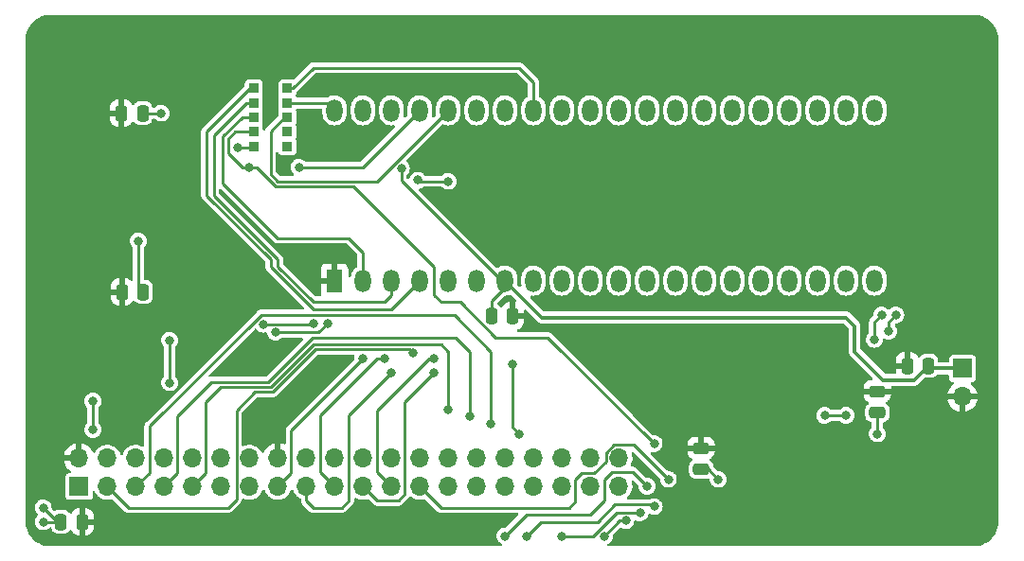
<source format=gbl>
%TF.GenerationSoftware,KiCad,Pcbnew,(6.0.10-0)*%
%TF.CreationDate,2023-01-19T22:09:38-05:00*%
%TF.ProjectId,Tang Primer 20k HD6309 Board,54616e67-2050-4726-996d-65722032306b,rev?*%
%TF.SameCoordinates,Original*%
%TF.FileFunction,Copper,L2,Bot*%
%TF.FilePolarity,Positive*%
%FSLAX46Y46*%
G04 Gerber Fmt 4.6, Leading zero omitted, Abs format (unit mm)*
G04 Created by KiCad (PCBNEW (6.0.10-0)) date 2023-01-19 22:09:38*
%MOMM*%
%LPD*%
G01*
G04 APERTURE LIST*
G04 Aperture macros list*
%AMRoundRect*
0 Rectangle with rounded corners*
0 $1 Rounding radius*
0 $2 $3 $4 $5 $6 $7 $8 $9 X,Y pos of 4 corners*
0 Add a 4 corners polygon primitive as box body*
4,1,4,$2,$3,$4,$5,$6,$7,$8,$9,$2,$3,0*
0 Add four circle primitives for the rounded corners*
1,1,$1+$1,$2,$3*
1,1,$1+$1,$4,$5*
1,1,$1+$1,$6,$7*
1,1,$1+$1,$8,$9*
0 Add four rect primitives between the rounded corners*
20,1,$1+$1,$2,$3,$4,$5,0*
20,1,$1+$1,$4,$5,$6,$7,0*
20,1,$1+$1,$6,$7,$8,$9,0*
20,1,$1+$1,$8,$9,$2,$3,0*%
G04 Aperture macros list end*
%TA.AperFunction,ComponentPad*%
%ADD10R,1.700000X1.700000*%
%TD*%
%TA.AperFunction,ComponentPad*%
%ADD11O,1.700000X1.700000*%
%TD*%
%TA.AperFunction,SMDPad,CuDef*%
%ADD12RoundRect,0.250000X0.250000X0.475000X-0.250000X0.475000X-0.250000X-0.475000X0.250000X-0.475000X0*%
%TD*%
%TA.AperFunction,SMDPad,CuDef*%
%ADD13RoundRect,0.250000X-0.250000X-0.475000X0.250000X-0.475000X0.250000X0.475000X-0.250000X0.475000X0*%
%TD*%
%TA.AperFunction,SMDPad,CuDef*%
%ADD14RoundRect,0.250000X0.475000X-0.250000X0.475000X0.250000X-0.475000X0.250000X-0.475000X-0.250000X0*%
%TD*%
%TA.AperFunction,ComponentPad*%
%ADD15R,1.440000X2.000000*%
%TD*%
%TA.AperFunction,ComponentPad*%
%ADD16O,1.440000X2.000000*%
%TD*%
%TA.AperFunction,SMDPad,CuDef*%
%ADD17R,0.900000X0.900000*%
%TD*%
%TA.AperFunction,ViaPad*%
%ADD18C,0.800000*%
%TD*%
%TA.AperFunction,Conductor*%
%ADD19C,0.250000*%
%TD*%
%TA.AperFunction,Conductor*%
%ADD20C,0.350000*%
%TD*%
G04 APERTURE END LIST*
D10*
X113284000Y-91689000D03*
D11*
X113284000Y-94229000D03*
D12*
X110236000Y-91440000D03*
X108336000Y-91440000D03*
D13*
X34605000Y-105410000D03*
X32705000Y-105410000D03*
D12*
X40066000Y-84836000D03*
X38166000Y-84836000D03*
D14*
X105664000Y-95626000D03*
X105664000Y-93726000D03*
D12*
X40000000Y-68834000D03*
X38100000Y-68834000D03*
D14*
X89916000Y-98806000D03*
X89916000Y-100706000D03*
D15*
X57150000Y-83820000D03*
D16*
X59690000Y-83820000D03*
X62230000Y-83820000D03*
X64770000Y-83820000D03*
X67310000Y-83820000D03*
X69850000Y-83820000D03*
X72390000Y-83820000D03*
X74930000Y-83820000D03*
X77470000Y-83820000D03*
X80010000Y-83820000D03*
X82550000Y-83820000D03*
X85090000Y-83820000D03*
X87630000Y-83820000D03*
X90170000Y-83820000D03*
X92710000Y-83820000D03*
X95250000Y-83820000D03*
X97790000Y-83820000D03*
X100330000Y-83820000D03*
X102870000Y-83820000D03*
X105410000Y-83820000D03*
X105410000Y-68580000D03*
X102870000Y-68580000D03*
X100330000Y-68580000D03*
X97790000Y-68580000D03*
X95250000Y-68580000D03*
X92710000Y-68580000D03*
X90170000Y-68580000D03*
X87630000Y-68580000D03*
X85090000Y-68580000D03*
X82550000Y-68580000D03*
X80010000Y-68580000D03*
X77470000Y-68580000D03*
X74930000Y-68580000D03*
X72390000Y-68580000D03*
X69850000Y-68580000D03*
X67310000Y-68580000D03*
X64770000Y-68580000D03*
X62230000Y-68580000D03*
X59690000Y-68580000D03*
X57150000Y-68580000D03*
D11*
X82580000Y-99715000D03*
X82580000Y-102255000D03*
X80040000Y-99715000D03*
X80040000Y-102255000D03*
X77500000Y-99715000D03*
X77500000Y-102255000D03*
X74960000Y-99715000D03*
X74960000Y-102255000D03*
X72420000Y-99715000D03*
X72420000Y-102255000D03*
X69880000Y-99715000D03*
X69880000Y-102255000D03*
X67340000Y-99715000D03*
X67340000Y-102255000D03*
X64800000Y-99715000D03*
X64800000Y-102255000D03*
X62260000Y-99715000D03*
X62260000Y-102255000D03*
X59720000Y-99715000D03*
X59720000Y-102255000D03*
X57180000Y-99715000D03*
X57180000Y-102255000D03*
X54640000Y-99715000D03*
X54640000Y-102255000D03*
X52100000Y-99715000D03*
X52100000Y-102255000D03*
X49560000Y-99715000D03*
X49560000Y-102255000D03*
X47020000Y-99715000D03*
X47020000Y-102255000D03*
X44480000Y-99715000D03*
X44480000Y-102255000D03*
X41940000Y-99715000D03*
X41940000Y-102255000D03*
X39400000Y-99715000D03*
X39400000Y-102255000D03*
X36860000Y-99715000D03*
X36860000Y-102255000D03*
X34320000Y-99715000D03*
D10*
X34320000Y-102255000D03*
D13*
X71170000Y-86985000D03*
X73070000Y-86985000D03*
D17*
X52935000Y-71815000D03*
X52935000Y-70495000D03*
X52935000Y-69215000D03*
X52935000Y-67935000D03*
X52935000Y-66615000D03*
X49935000Y-66615000D03*
X49935000Y-67935000D03*
X49935000Y-69215000D03*
X49935000Y-70495000D03*
X49935000Y-71815000D03*
D18*
X42418000Y-92964000D03*
X42418000Y-89154000D03*
X48514000Y-71882000D03*
X63123299Y-73791299D03*
X115062000Y-104140000D03*
X115062000Y-100838000D03*
X93540000Y-100008000D03*
X105664000Y-97536000D03*
X91440000Y-101600000D03*
X39624000Y-80264000D03*
X41656000Y-68834000D03*
X44196000Y-70612000D03*
X37587701Y-81538299D03*
X40640000Y-81788000D03*
X40640000Y-78740000D03*
X36576000Y-77978000D03*
X44177842Y-74657842D03*
X32512000Y-75184000D03*
X31115000Y-104140000D03*
X31115000Y-105410000D03*
X45720000Y-88989500D03*
X49530000Y-90170000D03*
X51435000Y-90805000D03*
X54610000Y-93345000D03*
X50800000Y-83820000D03*
X55245000Y-83820000D03*
X102870000Y-95885000D03*
X100965000Y-95885000D03*
X90805000Y-90805000D03*
X92788880Y-88740888D03*
X98742500Y-92392500D03*
X99060000Y-96520000D03*
X96540000Y-100310000D03*
X102040000Y-94420000D03*
X85725000Y-98425000D03*
X73660000Y-97536000D03*
X73025000Y-91350500D03*
X64135000Y-90259500D03*
X71120000Y-96609500D03*
X69215000Y-95974500D03*
X67310000Y-95339500D03*
X59690000Y-90805000D03*
X62230000Y-92075000D03*
X61595000Y-90805000D03*
X66040000Y-92075000D03*
X66040000Y-90805000D03*
X86995000Y-101600000D03*
X72390000Y-106680000D03*
X85090000Y-102235000D03*
X85725000Y-104050500D03*
X74295000Y-106680000D03*
X77470000Y-106680000D03*
X84455000Y-104595302D03*
X81280000Y-106680000D03*
X83185000Y-105319802D03*
X56515000Y-87630000D03*
X51875201Y-88459799D03*
X55245000Y-87630000D03*
X50800000Y-87719500D03*
X35560000Y-97155000D03*
X35560000Y-94615000D03*
X49530000Y-73660000D03*
X53975000Y-73660000D03*
X67310000Y-74930000D03*
X64605500Y-74840500D03*
X105410000Y-89079000D03*
X106045000Y-86905500D03*
X107315000Y-86905500D03*
X106680000Y-88354500D03*
D19*
X42418000Y-89154000D02*
X42418000Y-92964000D01*
D20*
X75692000Y-87122000D02*
X102870000Y-87122000D01*
X103632000Y-90170000D02*
X106172000Y-92710000D01*
X106172000Y-92710000D02*
X108966000Y-92710000D01*
X103632000Y-87884000D02*
X103632000Y-90170000D01*
X102870000Y-87122000D02*
X103632000Y-87884000D01*
X72390000Y-83820000D02*
X75692000Y-87122000D01*
X108966000Y-92710000D02*
X110236000Y-91440000D01*
D19*
X48514000Y-71882000D02*
X49868000Y-71882000D01*
X49868000Y-71882000D02*
X49935000Y-71815000D01*
X64605500Y-74840500D02*
X64695000Y-74930000D01*
X64695000Y-74930000D02*
X67310000Y-74930000D01*
X63123299Y-73791299D02*
X63123299Y-74854104D01*
X63123299Y-74854104D02*
X72089195Y-83820000D01*
X72089195Y-83820000D02*
X72390000Y-83820000D01*
X110236000Y-91440000D02*
X110485000Y-91689000D01*
D20*
X110485000Y-91689000D02*
X113284000Y-91689000D01*
D19*
X71170000Y-86985000D02*
X71170000Y-85675000D01*
X71170000Y-85675000D02*
X72390000Y-84455000D01*
X72390000Y-84455000D02*
X72390000Y-83820000D01*
X105664000Y-95626000D02*
X105664000Y-97536000D01*
X90546000Y-100706000D02*
X91440000Y-101600000D01*
X89916000Y-100706000D02*
X90546000Y-100706000D01*
X39624000Y-84394000D02*
X39624000Y-80264000D01*
X40066000Y-84836000D02*
X39624000Y-84394000D01*
X40000000Y-68834000D02*
X41656000Y-68834000D01*
X32705000Y-105410000D02*
X32385000Y-105410000D01*
X32385000Y-105410000D02*
X31115000Y-104140000D01*
X32705000Y-105410000D02*
X31115000Y-105410000D01*
X69215000Y-95974500D02*
X69215000Y-90170000D01*
X43115000Y-101080000D02*
X41940000Y-102255000D01*
X69215000Y-90170000D02*
X67945000Y-88900000D01*
X51250000Y-92895000D02*
X46170000Y-92895000D01*
X55881396Y-88900000D02*
X55871597Y-88909799D01*
X55871597Y-88909799D02*
X55235201Y-88909799D01*
X55235201Y-88909799D02*
X51250000Y-92895000D01*
X67945000Y-88900000D02*
X55881396Y-88900000D01*
X46170000Y-92895000D02*
X43115000Y-95950000D01*
X43115000Y-95950000D02*
X43115000Y-101080000D01*
X36860000Y-102255000D02*
X38745000Y-104140000D01*
X38745000Y-104140000D02*
X47625000Y-104140000D01*
X47625000Y-104140000D02*
X48385000Y-103380000D01*
X48385000Y-103380000D02*
X48385000Y-95442500D01*
X48385000Y-95442500D02*
X50032500Y-93795000D01*
X50032500Y-93795000D02*
X51622792Y-93795000D01*
X51622792Y-93795000D02*
X55432792Y-89985000D01*
X55432792Y-89985000D02*
X63860500Y-89985000D01*
X63860500Y-89985000D02*
X64135000Y-90259500D01*
X67310000Y-95339500D02*
X67310000Y-90170000D01*
X55246396Y-89535000D02*
X51436396Y-93345000D01*
X46990000Y-93345000D02*
X45655000Y-94680000D01*
X67310000Y-90170000D02*
X66675000Y-89535000D01*
X51436396Y-93345000D02*
X46990000Y-93345000D01*
X66675000Y-89535000D02*
X55246396Y-89535000D01*
X45655000Y-94680000D02*
X45655000Y-101080000D01*
X45655000Y-101080000D02*
X44480000Y-102255000D01*
X102870000Y-95885000D02*
X100965000Y-95885000D01*
X52665000Y-69215000D02*
X51435000Y-70445000D01*
X51435000Y-70445000D02*
X51435000Y-74295000D01*
X51435000Y-74295000D02*
X52070000Y-74930000D01*
X52935000Y-69215000D02*
X52665000Y-69215000D01*
X52070000Y-74930000D02*
X60960000Y-74930000D01*
X60960000Y-74930000D02*
X67310000Y-68580000D01*
X49530000Y-73660000D02*
X50164302Y-73660000D01*
X50164302Y-73660000D02*
X51884302Y-75380000D01*
X66040000Y-82623574D02*
X66040000Y-85090000D01*
X58796426Y-75380000D02*
X66040000Y-82623574D01*
X51884302Y-75380000D02*
X58796426Y-75380000D01*
X66040000Y-85090000D02*
X66675000Y-85725000D01*
X71546827Y-88900000D02*
X76200000Y-88900000D01*
X66675000Y-85725000D02*
X68371827Y-85725000D01*
X76200000Y-88900000D02*
X85725000Y-98425000D01*
X68371827Y-85725000D02*
X71546827Y-88900000D01*
X47625000Y-72390000D02*
X47625000Y-71120000D01*
X47625000Y-71120000D02*
X48250000Y-70495000D01*
X48895000Y-73660000D02*
X47625000Y-72390000D01*
X49530000Y-73660000D02*
X48895000Y-73660000D01*
X48250000Y-70495000D02*
X49935000Y-70495000D01*
X73660000Y-97536000D02*
X73025000Y-96901000D01*
X73025000Y-96901000D02*
X73025000Y-91350500D01*
X71120000Y-96609500D02*
X71120000Y-90170000D01*
X71120000Y-90170000D02*
X67855000Y-86905000D01*
X67855000Y-86905000D02*
X50589195Y-86905000D01*
X50589195Y-86905000D02*
X40640000Y-96854195D01*
X40640000Y-96854195D02*
X40640000Y-101015000D01*
X40640000Y-101015000D02*
X39400000Y-102255000D01*
X55245000Y-87630000D02*
X55155500Y-87719500D01*
X55155500Y-87719500D02*
X50800000Y-87719500D01*
X51875201Y-88459799D02*
X55685201Y-88459799D01*
X55685201Y-88459799D02*
X56515000Y-87630000D01*
X59690000Y-90805000D02*
X53275000Y-97220000D01*
X53275000Y-97220000D02*
X53275000Y-101080000D01*
X53275000Y-101080000D02*
X52100000Y-102255000D01*
X62230000Y-92075000D02*
X58420000Y-95885000D01*
X58420000Y-95885000D02*
X58420000Y-103505000D01*
X58420000Y-103505000D02*
X57785000Y-104140000D01*
X54640000Y-103535000D02*
X54640000Y-102255000D01*
X57785000Y-104140000D02*
X55245000Y-104140000D01*
X55245000Y-104140000D02*
X54640000Y-103535000D01*
X61595000Y-90805000D02*
X60960000Y-90805000D01*
X60960000Y-90805000D02*
X55880000Y-95885000D01*
X55880000Y-95885000D02*
X55880000Y-100955000D01*
X55880000Y-100955000D02*
X57180000Y-102255000D01*
X66040000Y-92075000D02*
X63435000Y-94680000D01*
X63435000Y-94680000D02*
X63435000Y-102935000D01*
X63435000Y-102935000D02*
X62865000Y-103505000D01*
X62865000Y-103505000D02*
X60970000Y-103505000D01*
X60970000Y-103505000D02*
X59720000Y-102255000D01*
X65649695Y-90805000D02*
X60960000Y-95494695D01*
X60960000Y-95494695D02*
X60960000Y-100955000D01*
X66040000Y-90805000D02*
X65649695Y-90805000D01*
X60960000Y-100955000D02*
X62260000Y-102255000D01*
X86995000Y-101600000D02*
X83935000Y-98540000D01*
X79260000Y-101080000D02*
X78675000Y-101665000D01*
X81405000Y-100011701D02*
X80336701Y-101080000D01*
X81405000Y-99228299D02*
X81405000Y-100011701D01*
X78675000Y-101665000D02*
X78675000Y-103570000D01*
X82093299Y-98540000D02*
X81405000Y-99228299D01*
X83935000Y-98540000D02*
X82093299Y-98540000D01*
X80336701Y-101080000D02*
X79260000Y-101080000D01*
X78675000Y-103570000D02*
X78105000Y-104140000D01*
X66685000Y-104140000D02*
X64800000Y-102255000D01*
X78105000Y-104140000D02*
X66685000Y-104140000D01*
X85090000Y-102235000D02*
X83820000Y-100965000D01*
X81280000Y-101600000D02*
X81280000Y-103505000D01*
X74295000Y-104775000D02*
X72390000Y-106680000D01*
X83820000Y-100965000D02*
X81915000Y-100965000D01*
X80010000Y-104775000D02*
X74295000Y-104775000D01*
X81915000Y-100965000D02*
X81280000Y-101600000D01*
X81280000Y-103505000D02*
X80010000Y-104775000D01*
X85725000Y-104050500D02*
X85544802Y-103870302D01*
X85544802Y-103870302D02*
X82184698Y-103870302D01*
X82184698Y-103870302D02*
X80645000Y-105410000D01*
X80645000Y-105410000D02*
X75565000Y-105410000D01*
X75565000Y-105410000D02*
X74295000Y-106680000D01*
X82339393Y-104595302D02*
X80254695Y-106680000D01*
X80254695Y-106680000D02*
X77470000Y-106680000D01*
X84455000Y-104595302D02*
X82339393Y-104595302D01*
X82640198Y-105319802D02*
X81280000Y-106680000D01*
X83185000Y-105319802D02*
X82640198Y-105319802D01*
X46355000Y-76200000D02*
X52070000Y-81915000D01*
X52070000Y-81915000D02*
X52070000Y-82550000D01*
X52070000Y-82550000D02*
X55245000Y-85725000D01*
X46355000Y-70815000D02*
X46355000Y-76200000D01*
X49235000Y-67935000D02*
X46355000Y-70815000D01*
X49935000Y-67935000D02*
X49235000Y-67935000D01*
X55245000Y-85725000D02*
X61595000Y-85725000D01*
X61595000Y-85725000D02*
X62230000Y-85090000D01*
X62230000Y-85090000D02*
X62230000Y-83820000D01*
X49935000Y-66615000D02*
X49590000Y-66615000D01*
X49590000Y-66615000D02*
X45720000Y-70485000D01*
X62230000Y-86360000D02*
X64770000Y-83820000D01*
X45720000Y-70485000D02*
X45720000Y-76201396D01*
X45720000Y-76201396D02*
X51434302Y-81915698D01*
X51434302Y-81915698D02*
X51434302Y-82550698D01*
X51434302Y-82550698D02*
X55243604Y-86360000D01*
X55243604Y-86360000D02*
X62230000Y-86360000D01*
X35560000Y-94615000D02*
X35560000Y-97155000D01*
X49935000Y-69215000D02*
X48893604Y-69215000D01*
X48893604Y-69215000D02*
X47175000Y-70933604D01*
X47175000Y-70933604D02*
X47175000Y-75115000D01*
X47175000Y-75115000D02*
X52070000Y-80010000D01*
X59690000Y-81280000D02*
X59690000Y-83820000D01*
X52070000Y-80010000D02*
X58420000Y-80010000D01*
X58420000Y-80010000D02*
X59690000Y-81280000D01*
X59690000Y-73660000D02*
X53975000Y-73660000D01*
X64770000Y-68580000D02*
X59690000Y-73660000D01*
X55245000Y-64770000D02*
X73660000Y-64770000D01*
X73660000Y-64770000D02*
X74930000Y-66040000D01*
X52935000Y-66615000D02*
X53400000Y-66615000D01*
X53400000Y-66615000D02*
X55245000Y-64770000D01*
X74930000Y-66040000D02*
X74930000Y-68580000D01*
X52935000Y-67935000D02*
X56505000Y-67935000D01*
X56505000Y-67935000D02*
X57150000Y-68580000D01*
X105410000Y-89079000D02*
X105410000Y-87540500D01*
X105410000Y-87540500D02*
X106045000Y-86905500D01*
X106680000Y-88354500D02*
X106680000Y-87540500D01*
X106680000Y-87540500D02*
X107315000Y-86905500D01*
%TA.AperFunction,Conductor*%
G36*
X114282208Y-60042051D02*
G01*
X114290206Y-60043318D01*
X114290208Y-60043318D01*
X114300000Y-60044869D01*
X114309796Y-60043317D01*
X114317586Y-60043317D01*
X114333694Y-60042538D01*
X114556308Y-60056004D01*
X114571412Y-60057838D01*
X114816484Y-60102749D01*
X114831257Y-60106390D01*
X115069138Y-60180517D01*
X115083356Y-60185909D01*
X115310568Y-60288169D01*
X115324024Y-60295232D01*
X115537254Y-60424133D01*
X115549776Y-60432776D01*
X115745913Y-60586440D01*
X115757301Y-60596530D01*
X115933470Y-60772699D01*
X115943560Y-60784087D01*
X116097224Y-60980224D01*
X116105866Y-60992745D01*
X116234768Y-61205976D01*
X116241831Y-61219432D01*
X116266311Y-61273824D01*
X116344089Y-61446640D01*
X116349485Y-61460867D01*
X116423610Y-61698743D01*
X116427251Y-61713516D01*
X116472162Y-61958588D01*
X116473996Y-61973692D01*
X116487462Y-62196306D01*
X116486683Y-62212414D01*
X116486683Y-62220204D01*
X116485131Y-62230000D01*
X116486682Y-62239792D01*
X116486682Y-62239794D01*
X116487949Y-62247792D01*
X116489500Y-62267503D01*
X116489500Y-105372497D01*
X116487949Y-105392208D01*
X116485131Y-105410000D01*
X116486683Y-105419796D01*
X116486683Y-105427586D01*
X116487462Y-105443694D01*
X116473996Y-105666308D01*
X116472162Y-105681412D01*
X116427251Y-105926484D01*
X116423610Y-105941257D01*
X116354154Y-106164151D01*
X116349485Y-106179133D01*
X116344091Y-106193356D01*
X116241831Y-106420568D01*
X116234768Y-106434024D01*
X116116214Y-106630138D01*
X116105867Y-106647254D01*
X116097224Y-106659776D01*
X115943560Y-106855913D01*
X115933470Y-106867301D01*
X115757301Y-107043470D01*
X115745913Y-107053560D01*
X115571437Y-107190254D01*
X115549776Y-107207224D01*
X115537255Y-107215866D01*
X115324024Y-107344768D01*
X115310568Y-107351831D01*
X115083356Y-107454091D01*
X115069138Y-107459483D01*
X115053395Y-107464389D01*
X114831257Y-107533610D01*
X114816484Y-107537251D01*
X114571412Y-107582162D01*
X114556308Y-107583996D01*
X114333694Y-107597462D01*
X114317586Y-107596683D01*
X114309796Y-107596683D01*
X114300000Y-107595131D01*
X114290208Y-107596682D01*
X114290206Y-107596682D01*
X114282208Y-107597949D01*
X114262497Y-107599500D01*
X81660746Y-107599500D01*
X81592625Y-107579498D01*
X81546132Y-107525842D01*
X81536028Y-107455568D01*
X81565522Y-107390988D01*
X81596228Y-107365271D01*
X81730577Y-107285182D01*
X81736623Y-107281578D01*
X81741717Y-107276727D01*
X81741721Y-107276724D01*
X81853454Y-107170322D01*
X81853455Y-107170320D01*
X81858554Y-107165465D01*
X81862955Y-107158842D01*
X81932904Y-107053560D01*
X81951731Y-107025223D01*
X82011521Y-106867823D01*
X82034955Y-106701088D01*
X82035249Y-106680000D01*
X82034810Y-106676083D01*
X82034809Y-106676070D01*
X82033659Y-106665824D01*
X82045941Y-106595898D01*
X82069778Y-106562680D01*
X82647585Y-105984873D01*
X82709897Y-105950847D01*
X82780712Y-105955912D01*
X82805672Y-105968535D01*
X82844475Y-105993927D01*
X83002289Y-106052617D01*
X83009270Y-106053548D01*
X83009272Y-106053549D01*
X83054812Y-106059625D01*
X83169183Y-106074885D01*
X83176194Y-106074247D01*
X83176198Y-106074247D01*
X83329843Y-106060264D01*
X83336864Y-106059625D01*
X83343566Y-106057447D01*
X83343568Y-106057447D01*
X83490298Y-106009772D01*
X83490301Y-106009771D01*
X83496997Y-106007595D01*
X83641623Y-105921380D01*
X83646717Y-105916529D01*
X83646721Y-105916526D01*
X83758454Y-105810124D01*
X83758455Y-105810122D01*
X83763554Y-105805267D01*
X83856731Y-105665025D01*
X83916521Y-105507625D01*
X83930739Y-105406465D01*
X83936523Y-105365311D01*
X83965812Y-105300637D01*
X84025416Y-105262065D01*
X84096412Y-105261840D01*
X84112653Y-105268234D01*
X84114475Y-105269427D01*
X84272289Y-105328117D01*
X84279270Y-105329048D01*
X84279272Y-105329049D01*
X84324812Y-105335125D01*
X84439183Y-105350385D01*
X84446194Y-105349747D01*
X84446198Y-105349747D01*
X84599843Y-105335764D01*
X84606864Y-105335125D01*
X84613566Y-105332947D01*
X84613568Y-105332947D01*
X84760298Y-105285272D01*
X84760301Y-105285271D01*
X84766997Y-105283095D01*
X84911623Y-105196880D01*
X84916717Y-105192029D01*
X84916721Y-105192026D01*
X85028454Y-105085624D01*
X85028455Y-105085622D01*
X85033554Y-105080767D01*
X85126731Y-104940525D01*
X85186521Y-104783125D01*
X85188351Y-104783820D01*
X85219705Y-104731143D01*
X85283237Y-104699453D01*
X85353816Y-104707141D01*
X85374428Y-104718051D01*
X85384475Y-104724625D01*
X85542289Y-104783315D01*
X85549270Y-104784246D01*
X85549272Y-104784247D01*
X85594812Y-104790323D01*
X85709183Y-104805583D01*
X85716194Y-104804945D01*
X85716198Y-104804945D01*
X85869843Y-104790962D01*
X85876864Y-104790323D01*
X85883566Y-104788145D01*
X85883568Y-104788145D01*
X86030298Y-104740470D01*
X86030301Y-104740469D01*
X86036997Y-104738293D01*
X86181623Y-104652078D01*
X86186717Y-104647227D01*
X86186721Y-104647224D01*
X86298454Y-104540822D01*
X86298455Y-104540820D01*
X86303554Y-104535965D01*
X86319190Y-104512432D01*
X86359772Y-104451350D01*
X86396731Y-104395723D01*
X86456521Y-104238323D01*
X86472804Y-104122468D01*
X86479404Y-104075510D01*
X86479404Y-104075506D01*
X86479955Y-104071588D01*
X86480249Y-104050500D01*
X86472772Y-103983842D01*
X86462266Y-103890172D01*
X86462265Y-103890169D01*
X86461481Y-103883176D01*
X86406108Y-103724168D01*
X86316884Y-103581379D01*
X86309142Y-103573583D01*
X86203205Y-103466903D01*
X86203201Y-103466900D01*
X86198242Y-103461906D01*
X86189929Y-103456630D01*
X86111832Y-103407069D01*
X86056079Y-103371687D01*
X85897462Y-103315206D01*
X85890474Y-103314373D01*
X85890471Y-103314372D01*
X85790970Y-103302507D01*
X85730273Y-103295269D01*
X85723270Y-103296005D01*
X85723269Y-103296005D01*
X85677712Y-103300793D01*
X85562821Y-103312869D01*
X85556155Y-103315138D01*
X85556152Y-103315139D01*
X85410095Y-103364861D01*
X85410092Y-103364862D01*
X85403431Y-103367130D01*
X85388818Y-103376120D01*
X85322798Y-103394802D01*
X83435644Y-103394802D01*
X83367523Y-103374800D01*
X83321030Y-103321144D01*
X83310926Y-103250870D01*
X83340420Y-103186290D01*
X83355074Y-103171928D01*
X83428085Y-103111205D01*
X83428086Y-103111204D01*
X83432518Y-103107518D01*
X83497405Y-103029500D01*
X83569908Y-102942326D01*
X83569910Y-102942323D01*
X83573602Y-102937884D01*
X83681410Y-102745379D01*
X83683266Y-102739912D01*
X83683268Y-102739907D01*
X83750475Y-102541921D01*
X83750476Y-102541916D01*
X83752331Y-102536452D01*
X83753159Y-102530743D01*
X83753160Y-102530738D01*
X83778721Y-102354445D01*
X83783991Y-102318098D01*
X83785643Y-102255000D01*
X83765454Y-102035289D01*
X83718821Y-101869939D01*
X83719581Y-101798947D01*
X83758602Y-101739635D01*
X83823495Y-101710836D01*
X83893657Y-101721692D01*
X83929185Y-101746643D01*
X84299272Y-102116730D01*
X84333298Y-102179042D01*
X84334690Y-102210410D01*
X84335807Y-102210426D01*
X84335709Y-102217460D01*
X84334825Y-102224455D01*
X84351255Y-102392025D01*
X84404402Y-102551791D01*
X84408049Y-102557813D01*
X84408050Y-102557815D01*
X84471568Y-102662695D01*
X84491624Y-102695812D01*
X84496513Y-102700875D01*
X84496514Y-102700876D01*
X84567825Y-102774720D01*
X84608586Y-102816929D01*
X84614483Y-102820788D01*
X84743577Y-102905266D01*
X84743581Y-102905268D01*
X84749475Y-102909125D01*
X84907289Y-102967815D01*
X84914270Y-102968746D01*
X84914272Y-102968747D01*
X84959812Y-102974823D01*
X85074183Y-102990083D01*
X85081194Y-102989445D01*
X85081198Y-102989445D01*
X85234843Y-102975462D01*
X85241864Y-102974823D01*
X85248566Y-102972645D01*
X85248568Y-102972645D01*
X85395298Y-102924970D01*
X85395301Y-102924969D01*
X85401997Y-102922793D01*
X85546623Y-102836578D01*
X85551717Y-102831727D01*
X85551721Y-102831724D01*
X85663454Y-102725322D01*
X85663455Y-102725320D01*
X85668554Y-102720465D01*
X85684934Y-102695812D01*
X85715659Y-102649567D01*
X85761731Y-102580223D01*
X85821521Y-102422823D01*
X85842420Y-102274125D01*
X85844404Y-102260010D01*
X85844404Y-102260006D01*
X85844955Y-102256088D01*
X85845249Y-102235000D01*
X85842491Y-102210410D01*
X85827266Y-102074672D01*
X85827265Y-102074669D01*
X85826481Y-102067676D01*
X85771108Y-101908668D01*
X85681884Y-101765879D01*
X85673092Y-101757025D01*
X85568205Y-101651403D01*
X85568201Y-101651400D01*
X85563242Y-101646406D01*
X85421079Y-101556187D01*
X85262462Y-101499706D01*
X85255474Y-101498873D01*
X85255471Y-101498872D01*
X85162300Y-101487762D01*
X85095273Y-101479769D01*
X85088270Y-101480505D01*
X85088269Y-101480505D01*
X85079511Y-101481426D01*
X85075370Y-101481861D01*
X85005532Y-101469089D01*
X84973104Y-101445646D01*
X84203872Y-100676414D01*
X84196900Y-100667688D01*
X84196442Y-100668077D01*
X84190626Y-100661243D01*
X84185835Y-100653650D01*
X84148293Y-100620494D01*
X84142606Y-100615148D01*
X84132085Y-100604627D01*
X84124513Y-100598952D01*
X84116682Y-100592576D01*
X84090474Y-100569430D01*
X84090475Y-100569430D01*
X84083745Y-100563487D01*
X84075618Y-100559671D01*
X84070281Y-100556166D01*
X84063463Y-100552070D01*
X84057880Y-100549013D01*
X84050695Y-100543628D01*
X84042290Y-100540477D01*
X84042288Y-100540476D01*
X84009546Y-100528202D01*
X84000226Y-100524275D01*
X83997010Y-100522765D01*
X83960452Y-100505601D01*
X83951582Y-100504220D01*
X83945502Y-100502361D01*
X83937781Y-100500335D01*
X83931568Y-100498969D01*
X83923157Y-100495816D01*
X83896120Y-100493807D01*
X83879324Y-100492559D01*
X83869277Y-100491405D01*
X83861855Y-100490249D01*
X83861853Y-100490249D01*
X83857044Y-100489500D01*
X83842838Y-100489500D01*
X83833501Y-100489154D01*
X83819329Y-100488101D01*
X83787326Y-100485723D01*
X83778550Y-100487596D01*
X83769593Y-100488207D01*
X83769586Y-100488101D01*
X83756333Y-100489500D01*
X83737271Y-100489500D01*
X83669150Y-100469498D01*
X83622657Y-100415842D01*
X83612553Y-100345568D01*
X83627335Y-100301937D01*
X83681410Y-100205379D01*
X83683266Y-100199912D01*
X83683268Y-100199907D01*
X83750475Y-100001921D01*
X83750476Y-100001916D01*
X83752331Y-99996452D01*
X83753159Y-99990743D01*
X83753160Y-99990738D01*
X83777997Y-99819435D01*
X83783991Y-99778098D01*
X83785643Y-99715000D01*
X83765454Y-99495289D01*
X83718821Y-99329939D01*
X83719581Y-99258947D01*
X83758602Y-99199635D01*
X83823495Y-99170836D01*
X83893657Y-99181692D01*
X83929185Y-99206643D01*
X85068109Y-100345568D01*
X86204272Y-101481731D01*
X86238298Y-101544043D01*
X86239685Y-101575407D01*
X86240806Y-101575423D01*
X86240708Y-101582468D01*
X86239825Y-101589455D01*
X86240512Y-101596462D01*
X86240512Y-101596465D01*
X86243311Y-101625010D01*
X86256255Y-101757025D01*
X86309402Y-101916791D01*
X86313049Y-101922813D01*
X86313050Y-101922815D01*
X86381167Y-102035289D01*
X86396624Y-102060812D01*
X86401513Y-102065875D01*
X86401514Y-102065876D01*
X86450624Y-102116730D01*
X86513586Y-102181929D01*
X86519483Y-102185788D01*
X86648577Y-102270266D01*
X86648581Y-102270268D01*
X86654475Y-102274125D01*
X86812289Y-102332815D01*
X86819270Y-102333746D01*
X86819272Y-102333747D01*
X86864812Y-102339823D01*
X86979183Y-102355083D01*
X86986194Y-102354445D01*
X86986198Y-102354445D01*
X87139843Y-102340462D01*
X87146864Y-102339823D01*
X87153566Y-102337645D01*
X87153568Y-102337645D01*
X87300298Y-102289970D01*
X87300301Y-102289969D01*
X87306997Y-102287793D01*
X87451623Y-102201578D01*
X87456717Y-102196727D01*
X87456721Y-102196724D01*
X87568454Y-102090322D01*
X87568455Y-102090320D01*
X87573554Y-102085465D01*
X87589792Y-102061026D01*
X87640292Y-101985017D01*
X87666731Y-101945223D01*
X87682887Y-101902693D01*
X87716425Y-101814402D01*
X87726521Y-101787823D01*
X87740259Y-101690072D01*
X87749404Y-101625010D01*
X87749404Y-101625006D01*
X87749955Y-101621088D01*
X87750249Y-101600000D01*
X87745335Y-101556187D01*
X87732266Y-101439672D01*
X87732265Y-101439669D01*
X87731481Y-101432676D01*
X87676108Y-101273668D01*
X87586884Y-101130879D01*
X87579495Y-101123438D01*
X87473205Y-101016403D01*
X87473201Y-101016400D01*
X87468242Y-101011406D01*
X87449403Y-100999450D01*
X87403534Y-100970341D01*
X87326079Y-100921187D01*
X87167462Y-100864706D01*
X87160474Y-100863873D01*
X87160471Y-100863872D01*
X87067300Y-100852762D01*
X87000273Y-100844769D01*
X86980371Y-100846861D01*
X86910533Y-100834089D01*
X86878105Y-100810646D01*
X86179314Y-100111855D01*
X85439681Y-99372223D01*
X85405657Y-99309912D01*
X85410721Y-99239097D01*
X85453268Y-99182261D01*
X85519788Y-99157450D01*
X85545441Y-99158236D01*
X85625788Y-99168956D01*
X85709183Y-99180083D01*
X85716194Y-99179445D01*
X85716198Y-99179445D01*
X85869843Y-99165462D01*
X85876864Y-99164823D01*
X85883566Y-99162645D01*
X85883568Y-99162645D01*
X86030298Y-99114970D01*
X86030301Y-99114969D01*
X86036997Y-99112793D01*
X86053265Y-99103095D01*
X88683001Y-99103095D01*
X88683338Y-99109614D01*
X88693257Y-99205206D01*
X88696149Y-99218600D01*
X88747588Y-99372784D01*
X88753761Y-99385962D01*
X88839063Y-99523807D01*
X88848099Y-99535208D01*
X88962829Y-99649739D01*
X88974240Y-99658751D01*
X89106596Y-99740336D01*
X89154089Y-99793108D01*
X89165513Y-99863180D01*
X89137239Y-99928304D01*
X89117186Y-99947557D01*
X89012718Y-100027718D01*
X88916464Y-100153159D01*
X88855956Y-100299238D01*
X88854878Y-100307425D01*
X88854878Y-100307426D01*
X88853510Y-100317821D01*
X88840500Y-100416639D01*
X88840501Y-100995360D01*
X88841039Y-100999444D01*
X88841039Y-100999450D01*
X88854878Y-101104575D01*
X88855956Y-101112762D01*
X88916464Y-101258841D01*
X88956253Y-101310695D01*
X88999654Y-101367256D01*
X89012718Y-101384282D01*
X89138159Y-101480536D01*
X89284238Y-101541044D01*
X89292426Y-101542122D01*
X89397545Y-101555961D01*
X89401639Y-101556500D01*
X89915937Y-101556500D01*
X90430360Y-101556499D01*
X90434444Y-101555961D01*
X90434450Y-101555961D01*
X90547762Y-101541044D01*
X90548181Y-101544230D01*
X90604010Y-101545541D01*
X90662818Y-101585316D01*
X90691082Y-101653274D01*
X90701255Y-101757025D01*
X90754402Y-101916791D01*
X90758049Y-101922813D01*
X90758050Y-101922815D01*
X90826167Y-102035289D01*
X90841624Y-102060812D01*
X90846513Y-102065875D01*
X90846514Y-102065876D01*
X90895624Y-102116730D01*
X90958586Y-102181929D01*
X90964483Y-102185788D01*
X91093577Y-102270266D01*
X91093581Y-102270268D01*
X91099475Y-102274125D01*
X91257289Y-102332815D01*
X91264270Y-102333746D01*
X91264272Y-102333747D01*
X91309812Y-102339823D01*
X91424183Y-102355083D01*
X91431194Y-102354445D01*
X91431198Y-102354445D01*
X91584843Y-102340462D01*
X91591864Y-102339823D01*
X91598566Y-102337645D01*
X91598568Y-102337645D01*
X91745298Y-102289970D01*
X91745301Y-102289969D01*
X91751997Y-102287793D01*
X91896623Y-102201578D01*
X91901717Y-102196727D01*
X91901721Y-102196724D01*
X92013454Y-102090322D01*
X92013455Y-102090320D01*
X92018554Y-102085465D01*
X92034792Y-102061026D01*
X92085292Y-101985017D01*
X92111731Y-101945223D01*
X92127887Y-101902693D01*
X92161425Y-101814402D01*
X92171521Y-101787823D01*
X92185259Y-101690072D01*
X92194404Y-101625010D01*
X92194404Y-101625006D01*
X92194955Y-101621088D01*
X92195249Y-101600000D01*
X92190335Y-101556187D01*
X92177266Y-101439672D01*
X92177265Y-101439669D01*
X92176481Y-101432676D01*
X92121108Y-101273668D01*
X92031884Y-101130879D01*
X92024495Y-101123438D01*
X91918205Y-101016403D01*
X91918201Y-101016400D01*
X91913242Y-101011406D01*
X91894403Y-100999450D01*
X91848534Y-100970341D01*
X91771079Y-100921187D01*
X91612462Y-100864706D01*
X91605474Y-100863873D01*
X91605471Y-100863872D01*
X91512300Y-100852762D01*
X91445273Y-100844769D01*
X91438270Y-100845505D01*
X91438269Y-100845505D01*
X91429511Y-100846426D01*
X91425370Y-100846861D01*
X91355532Y-100834089D01*
X91323104Y-100810646D01*
X91028404Y-100515946D01*
X90994378Y-100453634D01*
X90991499Y-100426851D01*
X90991499Y-100416640D01*
X90990913Y-100412183D01*
X90977122Y-100307425D01*
X90977122Y-100307423D01*
X90976044Y-100299238D01*
X90915536Y-100153159D01*
X90819282Y-100027718D01*
X90714927Y-99947644D01*
X90673060Y-99890306D01*
X90668838Y-99819435D01*
X90703602Y-99757532D01*
X90725328Y-99740537D01*
X90858807Y-99657937D01*
X90870208Y-99648901D01*
X90984739Y-99534171D01*
X90993751Y-99522760D01*
X91078816Y-99384757D01*
X91084963Y-99371576D01*
X91136138Y-99217290D01*
X91139005Y-99203914D01*
X91148672Y-99109562D01*
X91149000Y-99103146D01*
X91149000Y-99078115D01*
X91144525Y-99062876D01*
X91143135Y-99061671D01*
X91135452Y-99060000D01*
X88701116Y-99060000D01*
X88685877Y-99064475D01*
X88684672Y-99065865D01*
X88683001Y-99073548D01*
X88683001Y-99103095D01*
X86053265Y-99103095D01*
X86181623Y-99026578D01*
X86186717Y-99021727D01*
X86186721Y-99021724D01*
X86298454Y-98915322D01*
X86298455Y-98915320D01*
X86303554Y-98910465D01*
X86307808Y-98904063D01*
X86392836Y-98776085D01*
X86396731Y-98770223D01*
X86401185Y-98758499D01*
X86437117Y-98663905D01*
X86456521Y-98612823D01*
X86467616Y-98533885D01*
X88683000Y-98533885D01*
X88687475Y-98549124D01*
X88688865Y-98550329D01*
X88696548Y-98552000D01*
X89643885Y-98552000D01*
X89659124Y-98547525D01*
X89660329Y-98546135D01*
X89662000Y-98538452D01*
X89662000Y-98533885D01*
X90170000Y-98533885D01*
X90174475Y-98549124D01*
X90175865Y-98550329D01*
X90183548Y-98552000D01*
X91130884Y-98552000D01*
X91146123Y-98547525D01*
X91147328Y-98546135D01*
X91148999Y-98538452D01*
X91148999Y-98508905D01*
X91148662Y-98502386D01*
X91138743Y-98406794D01*
X91135851Y-98393400D01*
X91084412Y-98239216D01*
X91078239Y-98226038D01*
X90992937Y-98088193D01*
X90983901Y-98076792D01*
X90869171Y-97962261D01*
X90857760Y-97953249D01*
X90719757Y-97868184D01*
X90706576Y-97862037D01*
X90552290Y-97810862D01*
X90538914Y-97807995D01*
X90444562Y-97798328D01*
X90438145Y-97798000D01*
X90188115Y-97798000D01*
X90172876Y-97802475D01*
X90171671Y-97803865D01*
X90170000Y-97811548D01*
X90170000Y-98533885D01*
X89662000Y-98533885D01*
X89662000Y-97816116D01*
X89657525Y-97800877D01*
X89656135Y-97799672D01*
X89648452Y-97798001D01*
X89393905Y-97798001D01*
X89387386Y-97798338D01*
X89291794Y-97808257D01*
X89278400Y-97811149D01*
X89124216Y-97862588D01*
X89111038Y-97868761D01*
X88973193Y-97954063D01*
X88961792Y-97963099D01*
X88847261Y-98077829D01*
X88838249Y-98089240D01*
X88753184Y-98227243D01*
X88747037Y-98240424D01*
X88695862Y-98394710D01*
X88692995Y-98408086D01*
X88683328Y-98502438D01*
X88683000Y-98508855D01*
X88683000Y-98533885D01*
X86467616Y-98533885D01*
X86475948Y-98474599D01*
X86479404Y-98450010D01*
X86479404Y-98450006D01*
X86479955Y-98446088D01*
X86480249Y-98425000D01*
X86475512Y-98382771D01*
X86462266Y-98264672D01*
X86462265Y-98264669D01*
X86461481Y-98257676D01*
X86406108Y-98098668D01*
X86316884Y-97955879D01*
X86270481Y-97909151D01*
X86203205Y-97841403D01*
X86203201Y-97841400D01*
X86198242Y-97836406D01*
X86056079Y-97746187D01*
X85897462Y-97689706D01*
X85890474Y-97688873D01*
X85890471Y-97688872D01*
X85797300Y-97677762D01*
X85730273Y-97669769D01*
X85723270Y-97670505D01*
X85723269Y-97670505D01*
X85714511Y-97671426D01*
X85710370Y-97671861D01*
X85640532Y-97659089D01*
X85608104Y-97635646D01*
X83846913Y-95874455D01*
X100209825Y-95874455D01*
X100210512Y-95881462D01*
X100210512Y-95881465D01*
X100214077Y-95917825D01*
X100226255Y-96042025D01*
X100279402Y-96201791D01*
X100283049Y-96207813D01*
X100283050Y-96207815D01*
X100344515Y-96309305D01*
X100366624Y-96345812D01*
X100371513Y-96350875D01*
X100371514Y-96350876D01*
X100400124Y-96380502D01*
X100483586Y-96466929D01*
X100489483Y-96470788D01*
X100618577Y-96555266D01*
X100618581Y-96555268D01*
X100624475Y-96559125D01*
X100782289Y-96617815D01*
X100789270Y-96618746D01*
X100789272Y-96618747D01*
X100834812Y-96624823D01*
X100949183Y-96640083D01*
X100956194Y-96639445D01*
X100956198Y-96639445D01*
X101109843Y-96625462D01*
X101116864Y-96624823D01*
X101123566Y-96622645D01*
X101123568Y-96622645D01*
X101270298Y-96574970D01*
X101270301Y-96574969D01*
X101276997Y-96572793D01*
X101421623Y-96486578D01*
X101426717Y-96481727D01*
X101426721Y-96481724D01*
X101517523Y-96395254D01*
X101580648Y-96362762D01*
X101604415Y-96360500D01*
X102232324Y-96360500D01*
X102300445Y-96380502D01*
X102322960Y-96398973D01*
X102383687Y-96461857D01*
X102383692Y-96461861D01*
X102388586Y-96466929D01*
X102394483Y-96470788D01*
X102523577Y-96555266D01*
X102523581Y-96555268D01*
X102529475Y-96559125D01*
X102687289Y-96617815D01*
X102694270Y-96618746D01*
X102694272Y-96618747D01*
X102739812Y-96624823D01*
X102854183Y-96640083D01*
X102861194Y-96639445D01*
X102861198Y-96639445D01*
X103014843Y-96625462D01*
X103021864Y-96624823D01*
X103028566Y-96622645D01*
X103028568Y-96622645D01*
X103175298Y-96574970D01*
X103175301Y-96574969D01*
X103181997Y-96572793D01*
X103326623Y-96486578D01*
X103331717Y-96481727D01*
X103331721Y-96481724D01*
X103443454Y-96375322D01*
X103443455Y-96375320D01*
X103448554Y-96370465D01*
X103464934Y-96345812D01*
X103502133Y-96289822D01*
X103541731Y-96230223D01*
X103601521Y-96072823D01*
X103620681Y-95936499D01*
X103624404Y-95910010D01*
X103624404Y-95910006D01*
X103624955Y-95906088D01*
X103625249Y-95885000D01*
X103616318Y-95805376D01*
X103607266Y-95724672D01*
X103607265Y-95724669D01*
X103606481Y-95717676D01*
X103551108Y-95558668D01*
X103461884Y-95415879D01*
X103456369Y-95410325D01*
X103348205Y-95301403D01*
X103348201Y-95301400D01*
X103343242Y-95296406D01*
X103305426Y-95272407D01*
X103240099Y-95230950D01*
X103201079Y-95206187D01*
X103042462Y-95149706D01*
X103035474Y-95148873D01*
X103035471Y-95148872D01*
X102942300Y-95137762D01*
X102875273Y-95129769D01*
X102868270Y-95130505D01*
X102868269Y-95130505D01*
X102822712Y-95135293D01*
X102707821Y-95147369D01*
X102701155Y-95149638D01*
X102701152Y-95149639D01*
X102555098Y-95199360D01*
X102555095Y-95199361D01*
X102548431Y-95201630D01*
X102542436Y-95205318D01*
X102542432Y-95205320D01*
X102411021Y-95286165D01*
X102411019Y-95286167D01*
X102405022Y-95289856D01*
X102319583Y-95373525D01*
X102256918Y-95406894D01*
X102231426Y-95409500D01*
X101602998Y-95409500D01*
X101534877Y-95389498D01*
X101513592Y-95372284D01*
X101498045Y-95356628D01*
X101438242Y-95296406D01*
X101400426Y-95272407D01*
X101335099Y-95230950D01*
X101296079Y-95206187D01*
X101137462Y-95149706D01*
X101130474Y-95148873D01*
X101130471Y-95148872D01*
X101037300Y-95137762D01*
X100970273Y-95129769D01*
X100963270Y-95130505D01*
X100963269Y-95130505D01*
X100917712Y-95135293D01*
X100802821Y-95147369D01*
X100796155Y-95149638D01*
X100796152Y-95149639D01*
X100650098Y-95199360D01*
X100650095Y-95199361D01*
X100643431Y-95201630D01*
X100637436Y-95205318D01*
X100637432Y-95205320D01*
X100506021Y-95286165D01*
X100506019Y-95286167D01*
X100500022Y-95289856D01*
X100452937Y-95335965D01*
X100387044Y-95400493D01*
X100379724Y-95407661D01*
X100288515Y-95549190D01*
X100286105Y-95555810D01*
X100286104Y-95555813D01*
X100274273Y-95588318D01*
X100230927Y-95707409D01*
X100209825Y-95874455D01*
X83846913Y-95874455D01*
X81995553Y-94023095D01*
X104431001Y-94023095D01*
X104431338Y-94029614D01*
X104441257Y-94125206D01*
X104444149Y-94138600D01*
X104495588Y-94292784D01*
X104501761Y-94305962D01*
X104587063Y-94443807D01*
X104596099Y-94455208D01*
X104710829Y-94569739D01*
X104722240Y-94578751D01*
X104854596Y-94660336D01*
X104902089Y-94713108D01*
X104913513Y-94783180D01*
X104885239Y-94848304D01*
X104865186Y-94867557D01*
X104790184Y-94925108D01*
X104781475Y-94931791D01*
X104760718Y-94947718D01*
X104755695Y-94954264D01*
X104732941Y-94983918D01*
X104664464Y-95073159D01*
X104603956Y-95219238D01*
X104602878Y-95227425D01*
X104602878Y-95227426D01*
X104596906Y-95272792D01*
X104588500Y-95336639D01*
X104588501Y-95915360D01*
X104589039Y-95919444D01*
X104589039Y-95919450D01*
X104602761Y-96023687D01*
X104603956Y-96032762D01*
X104664464Y-96178841D01*
X104760718Y-96304282D01*
X104886159Y-96400536D01*
X105032238Y-96461044D01*
X105078947Y-96467193D01*
X105143873Y-96495915D01*
X105182965Y-96555180D01*
X105188500Y-96592115D01*
X105188500Y-96898195D01*
X105168498Y-96966316D01*
X105150663Y-96988213D01*
X105078724Y-97058661D01*
X104987515Y-97200190D01*
X104985105Y-97206810D01*
X104985104Y-97206813D01*
X104983552Y-97211078D01*
X104929927Y-97358409D01*
X104908825Y-97525455D01*
X104909512Y-97532462D01*
X104909512Y-97532465D01*
X104912311Y-97561010D01*
X104925255Y-97693025D01*
X104978402Y-97852791D01*
X104982049Y-97858813D01*
X104982050Y-97858815D01*
X105045207Y-97963099D01*
X105065624Y-97996812D01*
X105070513Y-98001875D01*
X105070514Y-98001876D01*
X105127342Y-98060723D01*
X105182586Y-98117929D01*
X105188483Y-98121788D01*
X105317577Y-98206266D01*
X105317581Y-98206268D01*
X105323475Y-98210125D01*
X105481289Y-98268815D01*
X105488270Y-98269746D01*
X105488272Y-98269747D01*
X105533812Y-98275823D01*
X105648183Y-98291083D01*
X105655194Y-98290445D01*
X105655198Y-98290445D01*
X105808843Y-98276462D01*
X105815864Y-98275823D01*
X105822566Y-98273645D01*
X105822568Y-98273645D01*
X105969298Y-98225970D01*
X105969301Y-98225969D01*
X105975997Y-98223793D01*
X106120623Y-98137578D01*
X106125717Y-98132727D01*
X106125721Y-98132724D01*
X106237454Y-98026322D01*
X106237455Y-98026320D01*
X106242554Y-98021465D01*
X106258934Y-97996812D01*
X106316980Y-97909445D01*
X106335731Y-97881223D01*
X106395521Y-97723823D01*
X106418955Y-97557088D01*
X106419249Y-97536000D01*
X106414498Y-97493642D01*
X106401266Y-97375672D01*
X106401265Y-97375669D01*
X106400481Y-97368676D01*
X106345108Y-97209668D01*
X106261481Y-97075836D01*
X106259617Y-97072853D01*
X106255884Y-97066879D01*
X106247723Y-97058661D01*
X106176094Y-96986530D01*
X106142287Y-96924099D01*
X106139500Y-96897746D01*
X106139500Y-96592115D01*
X106159502Y-96523994D01*
X106213158Y-96477501D01*
X106249054Y-96467193D01*
X106287575Y-96462122D01*
X106287577Y-96462122D01*
X106295762Y-96461044D01*
X106441841Y-96400536D01*
X106567282Y-96304282D01*
X106663536Y-96178841D01*
X106724044Y-96032762D01*
X106725239Y-96023687D01*
X106738962Y-95919448D01*
X106738962Y-95919447D01*
X106739500Y-95915361D01*
X106739499Y-95336640D01*
X106738488Y-95328955D01*
X106725122Y-95227425D01*
X106725122Y-95227423D01*
X106724044Y-95219238D01*
X106663536Y-95073159D01*
X106595059Y-94983918D01*
X106572305Y-94954264D01*
X106567282Y-94947718D01*
X106546526Y-94931791D01*
X106528709Y-94918120D01*
X106462927Y-94867644D01*
X106421060Y-94810306D01*
X106416838Y-94739435D01*
X106451602Y-94677532D01*
X106473328Y-94660537D01*
X106606807Y-94577937D01*
X106618208Y-94568901D01*
X106690018Y-94496966D01*
X111952257Y-94496966D01*
X111982565Y-94631446D01*
X111985645Y-94641275D01*
X112065770Y-94838603D01*
X112070413Y-94847794D01*
X112181694Y-95029388D01*
X112187777Y-95037699D01*
X112327213Y-95198667D01*
X112334580Y-95205883D01*
X112498434Y-95341916D01*
X112506881Y-95347831D01*
X112690756Y-95455279D01*
X112700042Y-95459729D01*
X112899001Y-95535703D01*
X112908899Y-95538579D01*
X113012250Y-95559606D01*
X113026299Y-95558410D01*
X113030000Y-95548065D01*
X113030000Y-95547517D01*
X113538000Y-95547517D01*
X113542064Y-95561359D01*
X113555478Y-95563393D01*
X113562184Y-95562534D01*
X113572262Y-95560392D01*
X113776255Y-95499191D01*
X113785842Y-95495433D01*
X113977095Y-95401739D01*
X113985945Y-95396464D01*
X114159328Y-95272792D01*
X114167200Y-95266139D01*
X114318052Y-95115812D01*
X114324730Y-95107965D01*
X114449003Y-94935020D01*
X114454313Y-94926183D01*
X114548670Y-94735267D01*
X114552469Y-94725672D01*
X114614377Y-94521910D01*
X114616555Y-94511837D01*
X114617986Y-94500962D01*
X114615775Y-94486778D01*
X114602617Y-94483000D01*
X113556115Y-94483000D01*
X113540876Y-94487475D01*
X113539671Y-94488865D01*
X113538000Y-94496548D01*
X113538000Y-95547517D01*
X113030000Y-95547517D01*
X113030000Y-94501115D01*
X113025525Y-94485876D01*
X113024135Y-94484671D01*
X113016452Y-94483000D01*
X111967225Y-94483000D01*
X111953694Y-94486973D01*
X111952257Y-94496966D01*
X106690018Y-94496966D01*
X106732739Y-94454171D01*
X106741751Y-94442760D01*
X106826816Y-94304757D01*
X106832963Y-94291576D01*
X106884138Y-94137290D01*
X106887005Y-94123914D01*
X106896672Y-94029562D01*
X106897000Y-94023146D01*
X106897000Y-93998115D01*
X106892525Y-93982876D01*
X106891135Y-93981671D01*
X106883452Y-93980000D01*
X104449116Y-93980000D01*
X104433877Y-93984475D01*
X104432672Y-93985865D01*
X104431001Y-93993548D01*
X104431001Y-94023095D01*
X81995553Y-94023095D01*
X76583872Y-88611414D01*
X76576900Y-88602688D01*
X76576442Y-88603077D01*
X76570626Y-88596243D01*
X76565835Y-88588650D01*
X76528293Y-88555494D01*
X76522606Y-88550148D01*
X76512085Y-88539627D01*
X76504513Y-88533952D01*
X76496682Y-88527576D01*
X76470474Y-88504430D01*
X76470475Y-88504430D01*
X76463745Y-88498487D01*
X76455618Y-88494671D01*
X76450281Y-88491166D01*
X76443463Y-88487070D01*
X76437880Y-88484013D01*
X76430695Y-88478628D01*
X76422290Y-88475477D01*
X76422288Y-88475476D01*
X76389546Y-88463202D01*
X76380226Y-88459275D01*
X76375687Y-88457144D01*
X76340452Y-88440601D01*
X76331582Y-88439220D01*
X76325502Y-88437361D01*
X76317781Y-88435335D01*
X76311568Y-88433969D01*
X76303157Y-88430816D01*
X76276120Y-88428807D01*
X76259324Y-88427559D01*
X76249277Y-88426405D01*
X76241855Y-88425249D01*
X76241853Y-88425249D01*
X76237044Y-88424500D01*
X76222838Y-88424500D01*
X76213501Y-88424154D01*
X76199329Y-88423101D01*
X76167326Y-88420723D01*
X76158550Y-88422596D01*
X76149593Y-88423207D01*
X76149586Y-88423101D01*
X76136333Y-88424500D01*
X73600034Y-88424500D01*
X73531913Y-88404498D01*
X73485420Y-88350842D01*
X73475316Y-88280568D01*
X73504810Y-88215988D01*
X73560158Y-88178976D01*
X73636784Y-88153412D01*
X73649962Y-88147239D01*
X73787807Y-88061937D01*
X73799208Y-88052901D01*
X73913739Y-87938171D01*
X73922751Y-87926760D01*
X74007816Y-87788757D01*
X74013963Y-87775576D01*
X74065138Y-87621290D01*
X74068005Y-87607914D01*
X74077672Y-87513562D01*
X74078000Y-87507146D01*
X74078000Y-87257115D01*
X74073525Y-87241876D01*
X74072135Y-87240671D01*
X74064452Y-87239000D01*
X72942000Y-87239000D01*
X72873879Y-87218998D01*
X72827386Y-87165342D01*
X72816000Y-87113000D01*
X72816000Y-85770116D01*
X72811525Y-85754877D01*
X72810135Y-85753672D01*
X72802452Y-85752001D01*
X72772905Y-85752001D01*
X72766386Y-85752338D01*
X72670794Y-85762257D01*
X72657400Y-85765149D01*
X72503216Y-85816588D01*
X72490038Y-85822761D01*
X72352193Y-85908063D01*
X72340792Y-85917099D01*
X72226261Y-86031829D01*
X72217249Y-86043240D01*
X72135664Y-86175596D01*
X72082892Y-86223089D01*
X72012820Y-86234513D01*
X71947696Y-86206239D01*
X71928441Y-86186184D01*
X71927072Y-86184399D01*
X71860340Y-86097432D01*
X71853305Y-86088264D01*
X71848282Y-86081718D01*
X71728841Y-85990068D01*
X71686974Y-85932730D01*
X71682752Y-85861859D01*
X71716450Y-85801010D01*
X72305481Y-85211979D01*
X72367793Y-85177953D01*
X72383152Y-85175594D01*
X72533479Y-85161913D01*
X72585422Y-85157186D01*
X72585424Y-85157186D01*
X72591562Y-85156627D01*
X72597468Y-85154889D01*
X72597472Y-85154888D01*
X72787048Y-85099092D01*
X72787047Y-85099092D01*
X72792957Y-85097353D01*
X72798417Y-85094499D01*
X72804131Y-85092190D01*
X72804728Y-85093668D01*
X72866749Y-85081348D01*
X72932809Y-85107360D01*
X72944580Y-85117749D01*
X73374939Y-85548108D01*
X73408965Y-85610420D01*
X73403900Y-85681235D01*
X73361353Y-85738071D01*
X73328628Y-85754453D01*
X73325671Y-85757865D01*
X73324000Y-85765548D01*
X73324000Y-86712885D01*
X73328475Y-86728124D01*
X73329865Y-86729329D01*
X73337548Y-86731000D01*
X74059884Y-86731000D01*
X74075123Y-86726525D01*
X74076328Y-86725135D01*
X74077999Y-86717452D01*
X74077999Y-86555358D01*
X74098001Y-86487237D01*
X74151657Y-86440744D01*
X74221931Y-86430640D01*
X74286511Y-86460134D01*
X74293094Y-86466263D01*
X75310195Y-87483364D01*
X75313848Y-87487173D01*
X75353884Y-87530712D01*
X75361184Y-87535238D01*
X75361185Y-87535239D01*
X75388960Y-87552460D01*
X75398730Y-87559174D01*
X75431604Y-87584127D01*
X75444474Y-87589222D01*
X75464482Y-87599286D01*
X75476250Y-87606582D01*
X75484493Y-87608977D01*
X75484500Y-87608980D01*
X75515893Y-87618101D01*
X75527120Y-87621945D01*
X75557487Y-87633968D01*
X75557489Y-87633969D01*
X75565472Y-87637129D01*
X75574009Y-87638026D01*
X75574016Y-87638028D01*
X75579239Y-87638577D01*
X75601216Y-87642888D01*
X75608178Y-87644911D01*
X75608180Y-87644911D01*
X75614512Y-87646751D01*
X75621327Y-87647251D01*
X75622404Y-87647331D01*
X75622417Y-87647331D01*
X75624712Y-87647500D01*
X75657538Y-87647500D01*
X75670709Y-87648190D01*
X75708661Y-87652179D01*
X75717127Y-87650747D01*
X75717130Y-87650747D01*
X75725897Y-87649264D01*
X75746909Y-87647500D01*
X102600141Y-87647500D01*
X102668262Y-87667502D01*
X102689236Y-87684405D01*
X103069595Y-88064764D01*
X103103621Y-88127076D01*
X103106500Y-88153859D01*
X103106500Y-90155565D01*
X103106389Y-90160841D01*
X103103913Y-90219919D01*
X103113197Y-90259500D01*
X103113337Y-90260097D01*
X103115500Y-90271770D01*
X103121099Y-90312646D01*
X103124510Y-90320527D01*
X103124510Y-90320529D01*
X103126595Y-90325347D01*
X103133627Y-90346610D01*
X103134828Y-90351729D01*
X103136790Y-90360093D01*
X103156681Y-90396275D01*
X103161888Y-90406905D01*
X103178280Y-90444783D01*
X103183686Y-90451459D01*
X103183687Y-90451461D01*
X103186992Y-90455542D01*
X103199480Y-90474126D01*
X103206153Y-90486263D01*
X103212836Y-90494005D01*
X103236040Y-90517209D01*
X103244865Y-90527009D01*
X103268888Y-90556675D01*
X103283144Y-90566806D01*
X103299244Y-90580413D01*
X105222031Y-92503201D01*
X105256057Y-92565513D01*
X105250992Y-92636329D01*
X105208445Y-92693164D01*
X105139451Y-92718127D01*
X105135404Y-92718337D01*
X105039794Y-92728257D01*
X105026400Y-92731149D01*
X104872216Y-92782588D01*
X104859038Y-92788761D01*
X104721193Y-92874063D01*
X104709792Y-92883099D01*
X104595261Y-92997829D01*
X104586249Y-93009240D01*
X104501184Y-93147243D01*
X104495037Y-93160424D01*
X104443862Y-93314710D01*
X104440995Y-93328086D01*
X104431328Y-93422438D01*
X104431000Y-93428855D01*
X104431000Y-93453885D01*
X104435475Y-93469124D01*
X104436865Y-93470329D01*
X104444548Y-93472000D01*
X106878884Y-93472000D01*
X106894123Y-93467525D01*
X106895328Y-93466135D01*
X106896999Y-93458452D01*
X106896999Y-93428905D01*
X106896662Y-93422391D01*
X106891693Y-93374505D01*
X106904557Y-93304683D01*
X106953128Y-93252901D01*
X107017020Y-93235500D01*
X108951565Y-93235500D01*
X108956842Y-93235611D01*
X109015919Y-93238087D01*
X109056105Y-93228662D01*
X109067771Y-93226500D01*
X109100136Y-93222067D01*
X109100138Y-93222066D01*
X109108646Y-93220901D01*
X109116527Y-93217490D01*
X109116529Y-93217490D01*
X109121347Y-93215405D01*
X109142610Y-93208373D01*
X109147729Y-93207172D01*
X109147731Y-93207171D01*
X109156093Y-93205210D01*
X109192275Y-93185319D01*
X109202905Y-93180112D01*
X109240783Y-93163720D01*
X109247459Y-93158314D01*
X109247461Y-93158313D01*
X109251542Y-93155008D01*
X109270126Y-93142520D01*
X109282263Y-93135847D01*
X109290005Y-93129164D01*
X109313209Y-93105960D01*
X109323010Y-93097134D01*
X109345999Y-93078518D01*
X109352675Y-93073112D01*
X109362806Y-93058856D01*
X109376413Y-93042756D01*
X109866764Y-92552405D01*
X109929076Y-92518379D01*
X109955859Y-92515500D01*
X110346535Y-92515499D01*
X110525360Y-92515499D01*
X110529444Y-92514961D01*
X110529450Y-92514961D01*
X110634575Y-92501122D01*
X110634577Y-92501122D01*
X110642762Y-92500044D01*
X110788841Y-92439536D01*
X110878082Y-92371059D01*
X110907736Y-92348305D01*
X110914282Y-92343282D01*
X110919305Y-92336736D01*
X110919309Y-92336732D01*
X110975275Y-92263796D01*
X111032613Y-92221929D01*
X111075237Y-92214500D01*
X111957500Y-92214500D01*
X112025621Y-92234502D01*
X112072114Y-92288158D01*
X112083500Y-92340500D01*
X112083500Y-92572218D01*
X112084170Y-92576768D01*
X112084170Y-92576771D01*
X112092216Y-92631426D01*
X112093642Y-92641112D01*
X112097958Y-92649902D01*
X112137848Y-92731149D01*
X112145068Y-92745855D01*
X112152438Y-92753212D01*
X112214797Y-92815462D01*
X112227650Y-92828293D01*
X112332482Y-92879536D01*
X112362973Y-92883984D01*
X112396256Y-92888840D01*
X112396260Y-92888840D01*
X112400782Y-92889500D01*
X112428508Y-92889500D01*
X112496629Y-92909502D01*
X112543122Y-92963158D01*
X112553226Y-93033432D01*
X112523732Y-93098012D01*
X112504161Y-93116260D01*
X112383433Y-93206905D01*
X112375726Y-93213748D01*
X112228590Y-93367717D01*
X112222104Y-93375727D01*
X112102098Y-93551649D01*
X112097000Y-93560623D01*
X112007338Y-93753783D01*
X112003775Y-93763470D01*
X111948389Y-93963183D01*
X111949912Y-93971607D01*
X111962292Y-93975000D01*
X114602344Y-93975000D01*
X114615875Y-93971027D01*
X114617180Y-93961947D01*
X114575214Y-93794875D01*
X114571894Y-93785124D01*
X114486972Y-93589814D01*
X114482105Y-93580739D01*
X114366426Y-93401926D01*
X114360136Y-93393757D01*
X114216806Y-93236240D01*
X114209273Y-93229215D01*
X114063868Y-93114382D01*
X114022805Y-93056465D01*
X114019573Y-92985542D01*
X114055198Y-92924130D01*
X114118369Y-92891728D01*
X114141960Y-92889500D01*
X114167218Y-92889500D01*
X114171768Y-92888830D01*
X114171771Y-92888830D01*
X114226426Y-92880784D01*
X114226427Y-92880784D01*
X114236112Y-92879358D01*
X114330804Y-92832867D01*
X114331507Y-92832522D01*
X114331509Y-92832521D01*
X114340855Y-92827932D01*
X114403707Y-92764970D01*
X114415935Y-92752721D01*
X114415935Y-92752720D01*
X114423293Y-92745350D01*
X114474536Y-92640518D01*
X114484500Y-92572218D01*
X114484500Y-90805782D01*
X114483808Y-90801077D01*
X114475784Y-90746574D01*
X114475784Y-90746573D01*
X114474358Y-90736888D01*
X114447871Y-90682940D01*
X114427522Y-90641493D01*
X114427521Y-90641491D01*
X114422932Y-90632145D01*
X114340350Y-90549707D01*
X114313778Y-90536718D01*
X114273866Y-90517209D01*
X114235518Y-90498464D01*
X114204953Y-90494005D01*
X114171744Y-90489160D01*
X114171740Y-90489160D01*
X114167218Y-90488500D01*
X112400782Y-90488500D01*
X112396232Y-90489170D01*
X112396229Y-90489170D01*
X112341574Y-90497216D01*
X112341573Y-90497216D01*
X112331888Y-90498642D01*
X112320185Y-90504388D01*
X112236493Y-90545478D01*
X112236491Y-90545479D01*
X112227145Y-90550068D01*
X112219787Y-90557438D01*
X112219788Y-90557438D01*
X112162121Y-90615206D01*
X112144707Y-90632650D01*
X112140134Y-90642006D01*
X112140133Y-90642007D01*
X112136508Y-90649424D01*
X112093464Y-90737482D01*
X112090452Y-90758131D01*
X112084255Y-90800610D01*
X112083500Y-90805782D01*
X112083500Y-91037500D01*
X112063498Y-91105621D01*
X112009842Y-91152114D01*
X111957500Y-91163500D01*
X111212499Y-91163500D01*
X111144378Y-91143498D01*
X111097885Y-91089842D01*
X111086499Y-91037500D01*
X111086499Y-90925640D01*
X111085475Y-90917855D01*
X111072122Y-90816425D01*
X111072122Y-90816423D01*
X111071044Y-90808238D01*
X111010536Y-90662159D01*
X110914282Y-90536718D01*
X110788841Y-90440464D01*
X110642762Y-90379956D01*
X110583082Y-90372099D01*
X110529448Y-90365038D01*
X110529447Y-90365038D01*
X110525361Y-90364500D01*
X110236036Y-90364500D01*
X109946640Y-90364501D01*
X109942556Y-90365039D01*
X109942550Y-90365039D01*
X109837425Y-90378878D01*
X109837423Y-90378878D01*
X109829238Y-90379956D01*
X109683159Y-90440464D01*
X109557718Y-90536718D01*
X109480251Y-90637676D01*
X109477644Y-90641073D01*
X109420306Y-90682940D01*
X109349435Y-90687162D01*
X109287532Y-90652398D01*
X109270537Y-90630672D01*
X109187937Y-90497193D01*
X109178901Y-90485792D01*
X109064171Y-90371261D01*
X109052760Y-90362249D01*
X108914757Y-90277184D01*
X108901576Y-90271037D01*
X108747290Y-90219862D01*
X108733914Y-90216995D01*
X108639562Y-90207328D01*
X108633145Y-90207000D01*
X108608115Y-90207000D01*
X108592876Y-90211475D01*
X108591671Y-90212865D01*
X108590000Y-90220548D01*
X108590000Y-91568000D01*
X108569998Y-91636121D01*
X108516342Y-91682614D01*
X108464000Y-91694000D01*
X107346116Y-91694000D01*
X107330877Y-91698475D01*
X107329672Y-91699865D01*
X107328001Y-91707548D01*
X107328001Y-91962095D01*
X107328338Y-91968614D01*
X107336315Y-92045497D01*
X107323450Y-92115318D01*
X107274879Y-92167100D01*
X107210988Y-92184500D01*
X106441859Y-92184500D01*
X106373738Y-92164498D01*
X106352764Y-92147595D01*
X105373054Y-91167885D01*
X107328000Y-91167885D01*
X107332475Y-91183124D01*
X107333865Y-91184329D01*
X107341548Y-91186000D01*
X108063885Y-91186000D01*
X108079124Y-91181525D01*
X108080329Y-91180135D01*
X108082000Y-91172452D01*
X108082000Y-90225116D01*
X108077525Y-90209877D01*
X108076135Y-90208672D01*
X108068452Y-90207001D01*
X108038905Y-90207001D01*
X108032386Y-90207338D01*
X107936794Y-90217257D01*
X107923400Y-90220149D01*
X107769216Y-90271588D01*
X107756038Y-90277761D01*
X107618193Y-90363063D01*
X107606792Y-90372099D01*
X107492261Y-90486829D01*
X107483249Y-90498240D01*
X107398184Y-90636243D01*
X107392037Y-90649424D01*
X107340862Y-90803710D01*
X107337995Y-90817086D01*
X107328328Y-90911438D01*
X107328000Y-90917855D01*
X107328000Y-91167885D01*
X105373054Y-91167885D01*
X104194405Y-89989236D01*
X104160379Y-89926924D01*
X104157500Y-89900141D01*
X104157500Y-89068455D01*
X104654825Y-89068455D01*
X104655512Y-89075462D01*
X104655512Y-89075465D01*
X104662231Y-89143986D01*
X104671255Y-89236025D01*
X104724402Y-89395791D01*
X104728049Y-89401813D01*
X104728050Y-89401815D01*
X104804642Y-89528283D01*
X104811624Y-89539812D01*
X104816513Y-89544875D01*
X104816514Y-89544876D01*
X104860665Y-89590595D01*
X104928586Y-89660929D01*
X104934483Y-89664788D01*
X105063577Y-89749266D01*
X105063581Y-89749268D01*
X105069475Y-89753125D01*
X105227289Y-89811815D01*
X105234270Y-89812746D01*
X105234272Y-89812747D01*
X105279812Y-89818823D01*
X105394183Y-89834083D01*
X105401194Y-89833445D01*
X105401198Y-89833445D01*
X105554843Y-89819462D01*
X105561864Y-89818823D01*
X105568566Y-89816645D01*
X105568568Y-89816645D01*
X105715298Y-89768970D01*
X105715301Y-89768969D01*
X105721997Y-89766793D01*
X105866623Y-89680578D01*
X105871717Y-89675727D01*
X105871721Y-89675724D01*
X105983454Y-89569322D01*
X105983455Y-89569320D01*
X105988554Y-89564465D01*
X106004934Y-89539812D01*
X106055231Y-89464108D01*
X106081731Y-89424223D01*
X106100108Y-89375846D01*
X106127393Y-89304016D01*
X106141521Y-89266823D01*
X106157973Y-89149769D01*
X106161523Y-89124509D01*
X106190812Y-89059835D01*
X106250416Y-89021263D01*
X106321412Y-89021038D01*
X106337653Y-89027432D01*
X106339475Y-89028625D01*
X106497289Y-89087315D01*
X106504270Y-89088246D01*
X106504272Y-89088247D01*
X106549812Y-89094323D01*
X106664183Y-89109583D01*
X106671194Y-89108945D01*
X106671198Y-89108945D01*
X106824843Y-89094962D01*
X106831864Y-89094323D01*
X106838566Y-89092145D01*
X106838568Y-89092145D01*
X106985298Y-89044470D01*
X106985301Y-89044469D01*
X106991997Y-89042293D01*
X107136623Y-88956078D01*
X107141717Y-88951227D01*
X107141721Y-88951224D01*
X107253454Y-88844822D01*
X107253455Y-88844820D01*
X107258554Y-88839965D01*
X107273022Y-88818190D01*
X107347836Y-88705585D01*
X107351731Y-88699723D01*
X107411521Y-88542323D01*
X107428563Y-88421069D01*
X107434404Y-88379510D01*
X107434404Y-88379506D01*
X107434955Y-88375588D01*
X107435249Y-88354500D01*
X107428728Y-88296361D01*
X107417266Y-88194172D01*
X107417265Y-88194169D01*
X107416481Y-88187176D01*
X107361108Y-88028168D01*
X107276837Y-87893305D01*
X107275617Y-87891353D01*
X107271884Y-87885379D01*
X107258091Y-87871489D01*
X107224284Y-87809058D01*
X107229597Y-87738260D01*
X107272343Y-87681574D01*
X107336078Y-87657225D01*
X107466864Y-87645323D01*
X107473566Y-87643145D01*
X107473568Y-87643145D01*
X107620298Y-87595470D01*
X107620301Y-87595469D01*
X107626997Y-87593293D01*
X107771623Y-87507078D01*
X107776717Y-87502227D01*
X107776721Y-87502224D01*
X107888454Y-87395822D01*
X107888455Y-87395820D01*
X107893554Y-87390965D01*
X107920138Y-87350954D01*
X107982836Y-87256585D01*
X107986731Y-87250723D01*
X107999202Y-87217894D01*
X108019652Y-87164058D01*
X108046521Y-87093323D01*
X108069955Y-86926588D01*
X108070249Y-86905500D01*
X108053999Y-86760624D01*
X108052266Y-86745172D01*
X108052265Y-86745169D01*
X108051481Y-86738176D01*
X107996108Y-86579168D01*
X107912647Y-86445601D01*
X107910617Y-86442353D01*
X107906884Y-86436379D01*
X107901185Y-86430640D01*
X107793205Y-86321903D01*
X107793201Y-86321900D01*
X107788242Y-86316906D01*
X107646079Y-86226687D01*
X107487462Y-86170206D01*
X107480474Y-86169373D01*
X107480471Y-86169372D01*
X107387300Y-86158262D01*
X107320273Y-86150269D01*
X107313270Y-86151005D01*
X107313269Y-86151005D01*
X107267712Y-86155793D01*
X107152821Y-86167869D01*
X107146155Y-86170138D01*
X107146152Y-86170139D01*
X107000098Y-86219860D01*
X107000095Y-86219861D01*
X106993431Y-86222130D01*
X106987436Y-86225818D01*
X106987432Y-86225820D01*
X106856021Y-86306665D01*
X106856019Y-86306667D01*
X106850022Y-86310356D01*
X106767915Y-86390762D01*
X106705250Y-86424131D01*
X106634492Y-86418325D01*
X106590352Y-86389521D01*
X106523205Y-86321903D01*
X106523201Y-86321900D01*
X106518242Y-86316906D01*
X106376079Y-86226687D01*
X106217462Y-86170206D01*
X106210474Y-86169373D01*
X106210471Y-86169372D01*
X106117300Y-86158262D01*
X106050273Y-86150269D01*
X106043270Y-86151005D01*
X106043269Y-86151005D01*
X105997712Y-86155793D01*
X105882821Y-86167869D01*
X105876155Y-86170138D01*
X105876152Y-86170139D01*
X105730098Y-86219860D01*
X105730095Y-86219861D01*
X105723431Y-86222130D01*
X105717436Y-86225818D01*
X105717432Y-86225820D01*
X105586021Y-86306665D01*
X105586019Y-86306667D01*
X105580022Y-86310356D01*
X105532278Y-86357111D01*
X105484021Y-86404368D01*
X105459724Y-86428161D01*
X105368515Y-86569690D01*
X105366105Y-86576310D01*
X105366104Y-86576313D01*
X105348054Y-86625905D01*
X105310927Y-86727909D01*
X105289825Y-86894955D01*
X105290512Y-86901962D01*
X105290512Y-86901964D01*
X105292341Y-86920614D01*
X105279082Y-86990362D01*
X105256037Y-87022005D01*
X105121414Y-87156628D01*
X105112688Y-87163600D01*
X105113077Y-87164058D01*
X105106243Y-87169874D01*
X105098650Y-87174665D01*
X105092708Y-87181394D01*
X105092707Y-87181394D01*
X105065494Y-87212207D01*
X105060148Y-87217894D01*
X105049627Y-87228415D01*
X105043952Y-87235987D01*
X105037576Y-87243818D01*
X105008487Y-87276755D01*
X105004671Y-87284882D01*
X105001166Y-87290219D01*
X104997070Y-87297037D01*
X104994013Y-87302620D01*
X104988628Y-87309805D01*
X104985477Y-87318210D01*
X104985476Y-87318212D01*
X104973202Y-87350954D01*
X104969275Y-87360274D01*
X104950601Y-87400048D01*
X104949220Y-87408918D01*
X104947361Y-87414998D01*
X104945335Y-87422719D01*
X104943969Y-87428932D01*
X104940816Y-87437343D01*
X104940151Y-87446298D01*
X104937559Y-87481176D01*
X104936405Y-87491222D01*
X104934500Y-87503456D01*
X104934500Y-87517662D01*
X104934155Y-87526985D01*
X104930723Y-87573174D01*
X104932596Y-87581950D01*
X104933207Y-87590907D01*
X104933101Y-87590914D01*
X104934500Y-87604167D01*
X104934500Y-88441195D01*
X104914498Y-88509316D01*
X104896663Y-88531213D01*
X104824724Y-88601661D01*
X104733515Y-88743190D01*
X104731105Y-88749810D01*
X104731104Y-88749813D01*
X104708374Y-88812264D01*
X104675927Y-88901409D01*
X104654825Y-89068455D01*
X104157500Y-89068455D01*
X104157500Y-87898435D01*
X104157611Y-87893159D01*
X104159727Y-87842666D01*
X104160087Y-87834081D01*
X104150662Y-87793895D01*
X104148500Y-87782229D01*
X104144067Y-87749864D01*
X104144066Y-87749862D01*
X104142901Y-87741354D01*
X104137405Y-87728653D01*
X104130373Y-87707390D01*
X104129172Y-87702271D01*
X104129171Y-87702269D01*
X104127210Y-87693907D01*
X104107319Y-87657725D01*
X104102112Y-87647095D01*
X104085720Y-87609217D01*
X104077008Y-87598458D01*
X104064520Y-87579874D01*
X104057847Y-87567737D01*
X104051165Y-87559995D01*
X104027956Y-87536786D01*
X104019130Y-87526985D01*
X104000517Y-87503999D01*
X104000515Y-87503997D01*
X103995112Y-87497325D01*
X103988110Y-87492349D01*
X103988107Y-87492346D01*
X103980865Y-87487199D01*
X103964760Y-87473590D01*
X103251793Y-86760624D01*
X103248140Y-86756814D01*
X103213934Y-86719615D01*
X103208116Y-86713288D01*
X103173044Y-86691542D01*
X103163262Y-86684819D01*
X103137240Y-86665067D01*
X103130396Y-86659872D01*
X103122409Y-86656710D01*
X103122406Y-86656708D01*
X103117517Y-86654772D01*
X103097516Y-86644713D01*
X103085750Y-86637418D01*
X103046119Y-86625904D01*
X103034895Y-86622060D01*
X103004516Y-86610033D01*
X103004513Y-86610032D01*
X102996528Y-86606871D01*
X102987991Y-86605974D01*
X102987984Y-86605972D01*
X102982761Y-86605423D01*
X102960784Y-86601112D01*
X102953822Y-86599089D01*
X102953820Y-86599089D01*
X102947488Y-86597249D01*
X102940673Y-86596749D01*
X102939596Y-86596669D01*
X102939583Y-86596669D01*
X102937288Y-86596500D01*
X102904461Y-86596500D01*
X102891290Y-86595810D01*
X102853338Y-86591821D01*
X102844872Y-86593253D01*
X102844869Y-86593253D01*
X102836102Y-86594736D01*
X102815090Y-86596500D01*
X75961859Y-86596500D01*
X75893738Y-86576498D01*
X75872764Y-86559595D01*
X74689487Y-85376318D01*
X74655461Y-85314006D01*
X74660526Y-85243191D01*
X74703073Y-85186355D01*
X74769593Y-85161544D01*
X74791752Y-85161913D01*
X74916362Y-85175010D01*
X74916363Y-85175010D01*
X74922490Y-85175654D01*
X75010001Y-85167690D01*
X75125423Y-85157186D01*
X75125426Y-85157185D01*
X75131562Y-85156627D01*
X75137468Y-85154889D01*
X75137472Y-85154888D01*
X75327048Y-85099092D01*
X75327047Y-85099092D01*
X75332957Y-85097353D01*
X75519003Y-85000091D01*
X75682614Y-84868544D01*
X75817558Y-84707724D01*
X75820522Y-84702332D01*
X75820525Y-84702328D01*
X75915729Y-84529152D01*
X75918696Y-84523755D01*
X75982174Y-84323646D01*
X75983163Y-84314836D01*
X75994672Y-84212218D01*
X76000500Y-84160264D01*
X76000500Y-84152830D01*
X76399500Y-84152830D01*
X76414806Y-84308934D01*
X76475484Y-84509910D01*
X76478377Y-84515351D01*
X76512927Y-84580329D01*
X76574043Y-84695272D01*
X76618880Y-84750247D01*
X76702834Y-84853186D01*
X76702837Y-84853189D01*
X76706729Y-84857961D01*
X76711476Y-84861888D01*
X76711478Y-84861890D01*
X76863737Y-84987850D01*
X76863741Y-84987852D01*
X76868487Y-84991779D01*
X77053157Y-85091630D01*
X77253705Y-85153710D01*
X77259830Y-85154354D01*
X77259831Y-85154354D01*
X77456362Y-85175010D01*
X77456363Y-85175010D01*
X77462490Y-85175654D01*
X77550001Y-85167690D01*
X77665423Y-85157186D01*
X77665426Y-85157185D01*
X77671562Y-85156627D01*
X77677468Y-85154889D01*
X77677472Y-85154888D01*
X77867048Y-85099092D01*
X77867047Y-85099092D01*
X77872957Y-85097353D01*
X78059003Y-85000091D01*
X78222614Y-84868544D01*
X78357558Y-84707724D01*
X78360522Y-84702332D01*
X78360525Y-84702328D01*
X78455729Y-84529152D01*
X78458696Y-84523755D01*
X78522174Y-84323646D01*
X78523163Y-84314836D01*
X78534672Y-84212218D01*
X78540500Y-84160264D01*
X78540500Y-84152830D01*
X78939500Y-84152830D01*
X78954806Y-84308934D01*
X79015484Y-84509910D01*
X79018377Y-84515351D01*
X79052927Y-84580329D01*
X79114043Y-84695272D01*
X79158880Y-84750247D01*
X79242834Y-84853186D01*
X79242837Y-84853189D01*
X79246729Y-84857961D01*
X79251476Y-84861888D01*
X79251478Y-84861890D01*
X79403737Y-84987850D01*
X79403741Y-84987852D01*
X79408487Y-84991779D01*
X79593157Y-85091630D01*
X79793705Y-85153710D01*
X79799830Y-85154354D01*
X79799831Y-85154354D01*
X79996362Y-85175010D01*
X79996363Y-85175010D01*
X80002490Y-85175654D01*
X80090001Y-85167690D01*
X80205423Y-85157186D01*
X80205426Y-85157185D01*
X80211562Y-85156627D01*
X80217468Y-85154889D01*
X80217472Y-85154888D01*
X80407048Y-85099092D01*
X80407047Y-85099092D01*
X80412957Y-85097353D01*
X80599003Y-85000091D01*
X80762614Y-84868544D01*
X80897558Y-84707724D01*
X80900522Y-84702332D01*
X80900525Y-84702328D01*
X80995729Y-84529152D01*
X80998696Y-84523755D01*
X81062174Y-84323646D01*
X81063163Y-84314836D01*
X81074672Y-84212218D01*
X81080500Y-84160264D01*
X81080500Y-84152830D01*
X81479500Y-84152830D01*
X81494806Y-84308934D01*
X81555484Y-84509910D01*
X81558377Y-84515351D01*
X81592927Y-84580329D01*
X81654043Y-84695272D01*
X81698880Y-84750247D01*
X81782834Y-84853186D01*
X81782837Y-84853189D01*
X81786729Y-84857961D01*
X81791476Y-84861888D01*
X81791478Y-84861890D01*
X81943737Y-84987850D01*
X81943741Y-84987852D01*
X81948487Y-84991779D01*
X82133157Y-85091630D01*
X82333705Y-85153710D01*
X82339830Y-85154354D01*
X82339831Y-85154354D01*
X82536362Y-85175010D01*
X82536363Y-85175010D01*
X82542490Y-85175654D01*
X82630001Y-85167690D01*
X82745423Y-85157186D01*
X82745426Y-85157185D01*
X82751562Y-85156627D01*
X82757468Y-85154889D01*
X82757472Y-85154888D01*
X82947048Y-85099092D01*
X82947047Y-85099092D01*
X82952957Y-85097353D01*
X83139003Y-85000091D01*
X83302614Y-84868544D01*
X83437558Y-84707724D01*
X83440522Y-84702332D01*
X83440525Y-84702328D01*
X83535729Y-84529152D01*
X83538696Y-84523755D01*
X83602174Y-84323646D01*
X83603163Y-84314836D01*
X83614672Y-84212218D01*
X83620500Y-84160264D01*
X83620500Y-84152830D01*
X84019500Y-84152830D01*
X84034806Y-84308934D01*
X84095484Y-84509910D01*
X84098377Y-84515351D01*
X84132927Y-84580329D01*
X84194043Y-84695272D01*
X84238880Y-84750247D01*
X84322834Y-84853186D01*
X84322837Y-84853189D01*
X84326729Y-84857961D01*
X84331476Y-84861888D01*
X84331478Y-84861890D01*
X84483737Y-84987850D01*
X84483741Y-84987852D01*
X84488487Y-84991779D01*
X84673157Y-85091630D01*
X84873705Y-85153710D01*
X84879830Y-85154354D01*
X84879831Y-85154354D01*
X85076362Y-85175010D01*
X85076363Y-85175010D01*
X85082490Y-85175654D01*
X85170001Y-85167690D01*
X85285423Y-85157186D01*
X85285426Y-85157185D01*
X85291562Y-85156627D01*
X85297468Y-85154889D01*
X85297472Y-85154888D01*
X85487048Y-85099092D01*
X85487047Y-85099092D01*
X85492957Y-85097353D01*
X85679003Y-85000091D01*
X85842614Y-84868544D01*
X85977558Y-84707724D01*
X85980522Y-84702332D01*
X85980525Y-84702328D01*
X86075729Y-84529152D01*
X86078696Y-84523755D01*
X86142174Y-84323646D01*
X86143163Y-84314836D01*
X86154672Y-84212218D01*
X86160500Y-84160264D01*
X86160500Y-84152830D01*
X86559500Y-84152830D01*
X86574806Y-84308934D01*
X86635484Y-84509910D01*
X86638377Y-84515351D01*
X86672927Y-84580329D01*
X86734043Y-84695272D01*
X86778880Y-84750247D01*
X86862834Y-84853186D01*
X86862837Y-84853189D01*
X86866729Y-84857961D01*
X86871476Y-84861888D01*
X86871478Y-84861890D01*
X87023737Y-84987850D01*
X87023741Y-84987852D01*
X87028487Y-84991779D01*
X87213157Y-85091630D01*
X87413705Y-85153710D01*
X87419830Y-85154354D01*
X87419831Y-85154354D01*
X87616362Y-85175010D01*
X87616363Y-85175010D01*
X87622490Y-85175654D01*
X87710001Y-85167690D01*
X87825423Y-85157186D01*
X87825426Y-85157185D01*
X87831562Y-85156627D01*
X87837468Y-85154889D01*
X87837472Y-85154888D01*
X88027048Y-85099092D01*
X88027047Y-85099092D01*
X88032957Y-85097353D01*
X88219003Y-85000091D01*
X88382614Y-84868544D01*
X88517558Y-84707724D01*
X88520522Y-84702332D01*
X88520525Y-84702328D01*
X88615729Y-84529152D01*
X88618696Y-84523755D01*
X88682174Y-84323646D01*
X88683163Y-84314836D01*
X88694672Y-84212218D01*
X88700500Y-84160264D01*
X88700500Y-84152830D01*
X89099500Y-84152830D01*
X89114806Y-84308934D01*
X89175484Y-84509910D01*
X89178377Y-84515351D01*
X89212927Y-84580329D01*
X89274043Y-84695272D01*
X89318880Y-84750247D01*
X89402834Y-84853186D01*
X89402837Y-84853189D01*
X89406729Y-84857961D01*
X89411476Y-84861888D01*
X89411478Y-84861890D01*
X89563737Y-84987850D01*
X89563741Y-84987852D01*
X89568487Y-84991779D01*
X89753157Y-85091630D01*
X89953705Y-85153710D01*
X89959830Y-85154354D01*
X89959831Y-85154354D01*
X90156362Y-85175010D01*
X90156363Y-85175010D01*
X90162490Y-85175654D01*
X90250001Y-85167690D01*
X90365423Y-85157186D01*
X90365426Y-85157185D01*
X90371562Y-85156627D01*
X90377468Y-85154889D01*
X90377472Y-85154888D01*
X90567048Y-85099092D01*
X90567047Y-85099092D01*
X90572957Y-85097353D01*
X90759003Y-85000091D01*
X90922614Y-84868544D01*
X91057558Y-84707724D01*
X91060522Y-84702332D01*
X91060525Y-84702328D01*
X91155729Y-84529152D01*
X91158696Y-84523755D01*
X91222174Y-84323646D01*
X91223163Y-84314836D01*
X91234672Y-84212218D01*
X91240500Y-84160264D01*
X91240500Y-84152830D01*
X91639500Y-84152830D01*
X91654806Y-84308934D01*
X91715484Y-84509910D01*
X91718377Y-84515351D01*
X91752927Y-84580329D01*
X91814043Y-84695272D01*
X91858880Y-84750247D01*
X91942834Y-84853186D01*
X91942837Y-84853189D01*
X91946729Y-84857961D01*
X91951476Y-84861888D01*
X91951478Y-84861890D01*
X92103737Y-84987850D01*
X92103741Y-84987852D01*
X92108487Y-84991779D01*
X92293157Y-85091630D01*
X92493705Y-85153710D01*
X92499830Y-85154354D01*
X92499831Y-85154354D01*
X92696362Y-85175010D01*
X92696363Y-85175010D01*
X92702490Y-85175654D01*
X92790001Y-85167690D01*
X92905423Y-85157186D01*
X92905426Y-85157185D01*
X92911562Y-85156627D01*
X92917468Y-85154889D01*
X92917472Y-85154888D01*
X93107048Y-85099092D01*
X93107047Y-85099092D01*
X93112957Y-85097353D01*
X93299003Y-85000091D01*
X93462614Y-84868544D01*
X93597558Y-84707724D01*
X93600522Y-84702332D01*
X93600525Y-84702328D01*
X93695729Y-84529152D01*
X93698696Y-84523755D01*
X93762174Y-84323646D01*
X93763163Y-84314836D01*
X93774672Y-84212218D01*
X93780500Y-84160264D01*
X93780500Y-84152830D01*
X94179500Y-84152830D01*
X94194806Y-84308934D01*
X94255484Y-84509910D01*
X94258377Y-84515351D01*
X94292927Y-84580329D01*
X94354043Y-84695272D01*
X94398880Y-84750247D01*
X94482834Y-84853186D01*
X94482837Y-84853189D01*
X94486729Y-84857961D01*
X94491476Y-84861888D01*
X94491478Y-84861890D01*
X94643737Y-84987850D01*
X94643741Y-84987852D01*
X94648487Y-84991779D01*
X94833157Y-85091630D01*
X95033705Y-85153710D01*
X95039830Y-85154354D01*
X95039831Y-85154354D01*
X95236362Y-85175010D01*
X95236363Y-85175010D01*
X95242490Y-85175654D01*
X95330001Y-85167690D01*
X95445423Y-85157186D01*
X95445426Y-85157185D01*
X95451562Y-85156627D01*
X95457468Y-85154889D01*
X95457472Y-85154888D01*
X95647048Y-85099092D01*
X95647047Y-85099092D01*
X95652957Y-85097353D01*
X95839003Y-85000091D01*
X96002614Y-84868544D01*
X96137558Y-84707724D01*
X96140522Y-84702332D01*
X96140525Y-84702328D01*
X96235729Y-84529152D01*
X96238696Y-84523755D01*
X96302174Y-84323646D01*
X96303163Y-84314836D01*
X96314672Y-84212218D01*
X96320500Y-84160264D01*
X96320500Y-84152830D01*
X96719500Y-84152830D01*
X96734806Y-84308934D01*
X96795484Y-84509910D01*
X96798377Y-84515351D01*
X96832927Y-84580329D01*
X96894043Y-84695272D01*
X96938880Y-84750247D01*
X97022834Y-84853186D01*
X97022837Y-84853189D01*
X97026729Y-84857961D01*
X97031476Y-84861888D01*
X97031478Y-84861890D01*
X97183737Y-84987850D01*
X97183741Y-84987852D01*
X97188487Y-84991779D01*
X97373157Y-85091630D01*
X97573705Y-85153710D01*
X97579830Y-85154354D01*
X97579831Y-85154354D01*
X97776362Y-85175010D01*
X97776363Y-85175010D01*
X97782490Y-85175654D01*
X97870001Y-85167690D01*
X97985423Y-85157186D01*
X97985426Y-85157185D01*
X97991562Y-85156627D01*
X97997468Y-85154889D01*
X97997472Y-85154888D01*
X98187048Y-85099092D01*
X98187047Y-85099092D01*
X98192957Y-85097353D01*
X98379003Y-85000091D01*
X98542614Y-84868544D01*
X98677558Y-84707724D01*
X98680522Y-84702332D01*
X98680525Y-84702328D01*
X98775729Y-84529152D01*
X98778696Y-84523755D01*
X98842174Y-84323646D01*
X98843163Y-84314836D01*
X98854672Y-84212218D01*
X98860500Y-84160264D01*
X98860500Y-84152830D01*
X99259500Y-84152830D01*
X99274806Y-84308934D01*
X99335484Y-84509910D01*
X99338377Y-84515351D01*
X99372927Y-84580329D01*
X99434043Y-84695272D01*
X99478880Y-84750247D01*
X99562834Y-84853186D01*
X99562837Y-84853189D01*
X99566729Y-84857961D01*
X99571476Y-84861888D01*
X99571478Y-84861890D01*
X99723737Y-84987850D01*
X99723741Y-84987852D01*
X99728487Y-84991779D01*
X99913157Y-85091630D01*
X100113705Y-85153710D01*
X100119830Y-85154354D01*
X100119831Y-85154354D01*
X100316362Y-85175010D01*
X100316363Y-85175010D01*
X100322490Y-85175654D01*
X100410001Y-85167690D01*
X100525423Y-85157186D01*
X100525426Y-85157185D01*
X100531562Y-85156627D01*
X100537468Y-85154889D01*
X100537472Y-85154888D01*
X100727048Y-85099092D01*
X100727047Y-85099092D01*
X100732957Y-85097353D01*
X100919003Y-85000091D01*
X101082614Y-84868544D01*
X101217558Y-84707724D01*
X101220522Y-84702332D01*
X101220525Y-84702328D01*
X101315729Y-84529152D01*
X101318696Y-84523755D01*
X101382174Y-84323646D01*
X101383163Y-84314836D01*
X101394672Y-84212218D01*
X101400500Y-84160264D01*
X101400500Y-84152830D01*
X101799500Y-84152830D01*
X101814806Y-84308934D01*
X101875484Y-84509910D01*
X101878377Y-84515351D01*
X101912927Y-84580329D01*
X101974043Y-84695272D01*
X102018880Y-84750247D01*
X102102834Y-84853186D01*
X102102837Y-84853189D01*
X102106729Y-84857961D01*
X102111476Y-84861888D01*
X102111478Y-84861890D01*
X102263737Y-84987850D01*
X102263741Y-84987852D01*
X102268487Y-84991779D01*
X102453157Y-85091630D01*
X102653705Y-85153710D01*
X102659830Y-85154354D01*
X102659831Y-85154354D01*
X102856362Y-85175010D01*
X102856363Y-85175010D01*
X102862490Y-85175654D01*
X102950001Y-85167690D01*
X103065423Y-85157186D01*
X103065426Y-85157185D01*
X103071562Y-85156627D01*
X103077468Y-85154889D01*
X103077472Y-85154888D01*
X103267048Y-85099092D01*
X103267047Y-85099092D01*
X103272957Y-85097353D01*
X103459003Y-85000091D01*
X103622614Y-84868544D01*
X103757558Y-84707724D01*
X103760522Y-84702332D01*
X103760525Y-84702328D01*
X103855729Y-84529152D01*
X103858696Y-84523755D01*
X103922174Y-84323646D01*
X103923163Y-84314836D01*
X103934672Y-84212218D01*
X103940500Y-84160264D01*
X103940500Y-84152830D01*
X104339500Y-84152830D01*
X104354806Y-84308934D01*
X104415484Y-84509910D01*
X104418377Y-84515351D01*
X104452927Y-84580329D01*
X104514043Y-84695272D01*
X104558880Y-84750247D01*
X104642834Y-84853186D01*
X104642837Y-84853189D01*
X104646729Y-84857961D01*
X104651476Y-84861888D01*
X104651478Y-84861890D01*
X104803737Y-84987850D01*
X104803741Y-84987852D01*
X104808487Y-84991779D01*
X104993157Y-85091630D01*
X105193705Y-85153710D01*
X105199830Y-85154354D01*
X105199831Y-85154354D01*
X105396362Y-85175010D01*
X105396363Y-85175010D01*
X105402490Y-85175654D01*
X105490001Y-85167690D01*
X105605423Y-85157186D01*
X105605426Y-85157185D01*
X105611562Y-85156627D01*
X105617468Y-85154889D01*
X105617472Y-85154888D01*
X105807048Y-85099092D01*
X105807047Y-85099092D01*
X105812957Y-85097353D01*
X105999003Y-85000091D01*
X106162614Y-84868544D01*
X106297558Y-84707724D01*
X106300522Y-84702332D01*
X106300525Y-84702328D01*
X106395729Y-84529152D01*
X106398696Y-84523755D01*
X106462174Y-84323646D01*
X106463163Y-84314836D01*
X106474672Y-84212218D01*
X106480500Y-84160264D01*
X106480500Y-83487170D01*
X106465194Y-83331066D01*
X106404516Y-83130090D01*
X106400277Y-83122118D01*
X106308853Y-82950174D01*
X106308851Y-82950172D01*
X106305957Y-82944728D01*
X106225962Y-82846644D01*
X106177166Y-82786814D01*
X106177163Y-82786811D01*
X106173271Y-82782039D01*
X106166185Y-82776177D01*
X106016263Y-82652150D01*
X106016259Y-82652148D01*
X106011513Y-82648221D01*
X105826843Y-82548370D01*
X105626295Y-82486290D01*
X105620170Y-82485646D01*
X105620169Y-82485646D01*
X105423638Y-82464990D01*
X105423637Y-82464990D01*
X105417510Y-82464346D01*
X105329999Y-82472310D01*
X105214577Y-82482814D01*
X105214574Y-82482815D01*
X105208438Y-82483373D01*
X105202532Y-82485111D01*
X105202528Y-82485112D01*
X105110591Y-82512171D01*
X105007043Y-82542647D01*
X104962298Y-82566039D01*
X104889167Y-82604271D01*
X104820997Y-82639909D01*
X104657386Y-82771456D01*
X104522442Y-82932276D01*
X104519478Y-82937668D01*
X104519475Y-82937672D01*
X104515596Y-82944728D01*
X104421304Y-83116245D01*
X104357826Y-83316354D01*
X104357140Y-83322471D01*
X104357139Y-83322475D01*
X104355488Y-83337199D01*
X104339500Y-83479736D01*
X104339500Y-84152830D01*
X103940500Y-84152830D01*
X103940500Y-83487170D01*
X103925194Y-83331066D01*
X103864516Y-83130090D01*
X103860277Y-83122118D01*
X103768853Y-82950174D01*
X103768851Y-82950172D01*
X103765957Y-82944728D01*
X103685962Y-82846644D01*
X103637166Y-82786814D01*
X103637163Y-82786811D01*
X103633271Y-82782039D01*
X103626185Y-82776177D01*
X103476263Y-82652150D01*
X103476259Y-82652148D01*
X103471513Y-82648221D01*
X103286843Y-82548370D01*
X103086295Y-82486290D01*
X103080170Y-82485646D01*
X103080169Y-82485646D01*
X102883638Y-82464990D01*
X102883637Y-82464990D01*
X102877510Y-82464346D01*
X102789999Y-82472310D01*
X102674577Y-82482814D01*
X102674574Y-82482815D01*
X102668438Y-82483373D01*
X102662532Y-82485111D01*
X102662528Y-82485112D01*
X102570591Y-82512171D01*
X102467043Y-82542647D01*
X102422298Y-82566039D01*
X102349167Y-82604271D01*
X102280997Y-82639909D01*
X102117386Y-82771456D01*
X101982442Y-82932276D01*
X101979478Y-82937668D01*
X101979475Y-82937672D01*
X101975596Y-82944728D01*
X101881304Y-83116245D01*
X101817826Y-83316354D01*
X101817140Y-83322471D01*
X101817139Y-83322475D01*
X101815488Y-83337199D01*
X101799500Y-83479736D01*
X101799500Y-84152830D01*
X101400500Y-84152830D01*
X101400500Y-83487170D01*
X101385194Y-83331066D01*
X101324516Y-83130090D01*
X101320277Y-83122118D01*
X101228853Y-82950174D01*
X101228851Y-82950172D01*
X101225957Y-82944728D01*
X101145962Y-82846644D01*
X101097166Y-82786814D01*
X101097163Y-82786811D01*
X101093271Y-82782039D01*
X101086185Y-82776177D01*
X100936263Y-82652150D01*
X100936259Y-82652148D01*
X100931513Y-82648221D01*
X100746843Y-82548370D01*
X100546295Y-82486290D01*
X100540170Y-82485646D01*
X100540169Y-82485646D01*
X100343638Y-82464990D01*
X100343637Y-82464990D01*
X100337510Y-82464346D01*
X100249999Y-82472310D01*
X100134577Y-82482814D01*
X100134574Y-82482815D01*
X100128438Y-82483373D01*
X100122532Y-82485111D01*
X100122528Y-82485112D01*
X100030591Y-82512171D01*
X99927043Y-82542647D01*
X99882298Y-82566039D01*
X99809167Y-82604271D01*
X99740997Y-82639909D01*
X99577386Y-82771456D01*
X99442442Y-82932276D01*
X99439478Y-82937668D01*
X99439475Y-82937672D01*
X99435596Y-82944728D01*
X99341304Y-83116245D01*
X99277826Y-83316354D01*
X99277140Y-83322471D01*
X99277139Y-83322475D01*
X99275488Y-83337199D01*
X99259500Y-83479736D01*
X99259500Y-84152830D01*
X98860500Y-84152830D01*
X98860500Y-83487170D01*
X98845194Y-83331066D01*
X98784516Y-83130090D01*
X98780277Y-83122118D01*
X98688853Y-82950174D01*
X98688851Y-82950172D01*
X98685957Y-82944728D01*
X98605962Y-82846644D01*
X98557166Y-82786814D01*
X98557163Y-82786811D01*
X98553271Y-82782039D01*
X98546185Y-82776177D01*
X98396263Y-82652150D01*
X98396259Y-82652148D01*
X98391513Y-82648221D01*
X98206843Y-82548370D01*
X98006295Y-82486290D01*
X98000170Y-82485646D01*
X98000169Y-82485646D01*
X97803638Y-82464990D01*
X97803637Y-82464990D01*
X97797510Y-82464346D01*
X97709999Y-82472310D01*
X97594577Y-82482814D01*
X97594574Y-82482815D01*
X97588438Y-82483373D01*
X97582532Y-82485111D01*
X97582528Y-82485112D01*
X97490591Y-82512171D01*
X97387043Y-82542647D01*
X97342298Y-82566039D01*
X97269167Y-82604271D01*
X97200997Y-82639909D01*
X97037386Y-82771456D01*
X96902442Y-82932276D01*
X96899478Y-82937668D01*
X96899475Y-82937672D01*
X96895596Y-82944728D01*
X96801304Y-83116245D01*
X96737826Y-83316354D01*
X96737140Y-83322471D01*
X96737139Y-83322475D01*
X96735488Y-83337199D01*
X96719500Y-83479736D01*
X96719500Y-84152830D01*
X96320500Y-84152830D01*
X96320500Y-83487170D01*
X96305194Y-83331066D01*
X96244516Y-83130090D01*
X96240277Y-83122118D01*
X96148853Y-82950174D01*
X96148851Y-82950172D01*
X96145957Y-82944728D01*
X96065962Y-82846644D01*
X96017166Y-82786814D01*
X96017163Y-82786811D01*
X96013271Y-82782039D01*
X96006185Y-82776177D01*
X95856263Y-82652150D01*
X95856259Y-82652148D01*
X95851513Y-82648221D01*
X95666843Y-82548370D01*
X95466295Y-82486290D01*
X95460170Y-82485646D01*
X95460169Y-82485646D01*
X95263638Y-82464990D01*
X95263637Y-82464990D01*
X95257510Y-82464346D01*
X95169999Y-82472310D01*
X95054577Y-82482814D01*
X95054574Y-82482815D01*
X95048438Y-82483373D01*
X95042532Y-82485111D01*
X95042528Y-82485112D01*
X94950591Y-82512171D01*
X94847043Y-82542647D01*
X94802298Y-82566039D01*
X94729167Y-82604271D01*
X94660997Y-82639909D01*
X94497386Y-82771456D01*
X94362442Y-82932276D01*
X94359478Y-82937668D01*
X94359475Y-82937672D01*
X94355596Y-82944728D01*
X94261304Y-83116245D01*
X94197826Y-83316354D01*
X94197140Y-83322471D01*
X94197139Y-83322475D01*
X94195488Y-83337199D01*
X94179500Y-83479736D01*
X94179500Y-84152830D01*
X93780500Y-84152830D01*
X93780500Y-83487170D01*
X93765194Y-83331066D01*
X93704516Y-83130090D01*
X93700277Y-83122118D01*
X93608853Y-82950174D01*
X93608851Y-82950172D01*
X93605957Y-82944728D01*
X93525962Y-82846644D01*
X93477166Y-82786814D01*
X93477163Y-82786811D01*
X93473271Y-82782039D01*
X93466185Y-82776177D01*
X93316263Y-82652150D01*
X93316259Y-82652148D01*
X93311513Y-82648221D01*
X93126843Y-82548370D01*
X92926295Y-82486290D01*
X92920170Y-82485646D01*
X92920169Y-82485646D01*
X92723638Y-82464990D01*
X92723637Y-82464990D01*
X92717510Y-82464346D01*
X92629999Y-82472310D01*
X92514577Y-82482814D01*
X92514574Y-82482815D01*
X92508438Y-82483373D01*
X92502532Y-82485111D01*
X92502528Y-82485112D01*
X92410591Y-82512171D01*
X92307043Y-82542647D01*
X92262298Y-82566039D01*
X92189167Y-82604271D01*
X92120997Y-82639909D01*
X91957386Y-82771456D01*
X91822442Y-82932276D01*
X91819478Y-82937668D01*
X91819475Y-82937672D01*
X91815596Y-82944728D01*
X91721304Y-83116245D01*
X91657826Y-83316354D01*
X91657140Y-83322471D01*
X91657139Y-83322475D01*
X91655488Y-83337199D01*
X91639500Y-83479736D01*
X91639500Y-84152830D01*
X91240500Y-84152830D01*
X91240500Y-83487170D01*
X91225194Y-83331066D01*
X91164516Y-83130090D01*
X91160277Y-83122118D01*
X91068853Y-82950174D01*
X91068851Y-82950172D01*
X91065957Y-82944728D01*
X90985962Y-82846644D01*
X90937166Y-82786814D01*
X90937163Y-82786811D01*
X90933271Y-82782039D01*
X90926185Y-82776177D01*
X90776263Y-82652150D01*
X90776259Y-82652148D01*
X90771513Y-82648221D01*
X90586843Y-82548370D01*
X90386295Y-82486290D01*
X90380170Y-82485646D01*
X90380169Y-82485646D01*
X90183638Y-82464990D01*
X90183637Y-82464990D01*
X90177510Y-82464346D01*
X90089999Y-82472310D01*
X89974577Y-82482814D01*
X89974574Y-82482815D01*
X89968438Y-82483373D01*
X89962532Y-82485111D01*
X89962528Y-82485112D01*
X89870591Y-82512171D01*
X89767043Y-82542647D01*
X89722298Y-82566039D01*
X89649167Y-82604271D01*
X89580997Y-82639909D01*
X89417386Y-82771456D01*
X89282442Y-82932276D01*
X89279478Y-82937668D01*
X89279475Y-82937672D01*
X89275596Y-82944728D01*
X89181304Y-83116245D01*
X89117826Y-83316354D01*
X89117140Y-83322471D01*
X89117139Y-83322475D01*
X89115488Y-83337199D01*
X89099500Y-83479736D01*
X89099500Y-84152830D01*
X88700500Y-84152830D01*
X88700500Y-83487170D01*
X88685194Y-83331066D01*
X88624516Y-83130090D01*
X88620277Y-83122118D01*
X88528853Y-82950174D01*
X88528851Y-82950172D01*
X88525957Y-82944728D01*
X88445962Y-82846644D01*
X88397166Y-82786814D01*
X88397163Y-82786811D01*
X88393271Y-82782039D01*
X88386185Y-82776177D01*
X88236263Y-82652150D01*
X88236259Y-82652148D01*
X88231513Y-82648221D01*
X88046843Y-82548370D01*
X87846295Y-82486290D01*
X87840170Y-82485646D01*
X87840169Y-82485646D01*
X87643638Y-82464990D01*
X87643637Y-82464990D01*
X87637510Y-82464346D01*
X87549999Y-82472310D01*
X87434577Y-82482814D01*
X87434574Y-82482815D01*
X87428438Y-82483373D01*
X87422532Y-82485111D01*
X87422528Y-82485112D01*
X87330591Y-82512171D01*
X87227043Y-82542647D01*
X87182298Y-82566039D01*
X87109167Y-82604271D01*
X87040997Y-82639909D01*
X86877386Y-82771456D01*
X86742442Y-82932276D01*
X86739478Y-82937668D01*
X86739475Y-82937672D01*
X86735596Y-82944728D01*
X86641304Y-83116245D01*
X86577826Y-83316354D01*
X86577140Y-83322471D01*
X86577139Y-83322475D01*
X86575488Y-83337199D01*
X86559500Y-83479736D01*
X86559500Y-84152830D01*
X86160500Y-84152830D01*
X86160500Y-83487170D01*
X86145194Y-83331066D01*
X86084516Y-83130090D01*
X86080277Y-83122118D01*
X85988853Y-82950174D01*
X85988851Y-82950172D01*
X85985957Y-82944728D01*
X85905962Y-82846644D01*
X85857166Y-82786814D01*
X85857163Y-82786811D01*
X85853271Y-82782039D01*
X85846185Y-82776177D01*
X85696263Y-82652150D01*
X85696259Y-82652148D01*
X85691513Y-82648221D01*
X85506843Y-82548370D01*
X85306295Y-82486290D01*
X85300170Y-82485646D01*
X85300169Y-82485646D01*
X85103638Y-82464990D01*
X85103637Y-82464990D01*
X85097510Y-82464346D01*
X85009999Y-82472310D01*
X84894577Y-82482814D01*
X84894574Y-82482815D01*
X84888438Y-82483373D01*
X84882532Y-82485111D01*
X84882528Y-82485112D01*
X84790591Y-82512171D01*
X84687043Y-82542647D01*
X84642298Y-82566039D01*
X84569167Y-82604271D01*
X84500997Y-82639909D01*
X84337386Y-82771456D01*
X84202442Y-82932276D01*
X84199478Y-82937668D01*
X84199475Y-82937672D01*
X84195596Y-82944728D01*
X84101304Y-83116245D01*
X84037826Y-83316354D01*
X84037140Y-83322471D01*
X84037139Y-83322475D01*
X84035488Y-83337199D01*
X84019500Y-83479736D01*
X84019500Y-84152830D01*
X83620500Y-84152830D01*
X83620500Y-83487170D01*
X83605194Y-83331066D01*
X83544516Y-83130090D01*
X83540277Y-83122118D01*
X83448853Y-82950174D01*
X83448851Y-82950172D01*
X83445957Y-82944728D01*
X83365962Y-82846644D01*
X83317166Y-82786814D01*
X83317163Y-82786811D01*
X83313271Y-82782039D01*
X83306185Y-82776177D01*
X83156263Y-82652150D01*
X83156259Y-82652148D01*
X83151513Y-82648221D01*
X82966843Y-82548370D01*
X82766295Y-82486290D01*
X82760170Y-82485646D01*
X82760169Y-82485646D01*
X82563638Y-82464990D01*
X82563637Y-82464990D01*
X82557510Y-82464346D01*
X82469999Y-82472310D01*
X82354577Y-82482814D01*
X82354574Y-82482815D01*
X82348438Y-82483373D01*
X82342532Y-82485111D01*
X82342528Y-82485112D01*
X82250591Y-82512171D01*
X82147043Y-82542647D01*
X82102298Y-82566039D01*
X82029167Y-82604271D01*
X81960997Y-82639909D01*
X81797386Y-82771456D01*
X81662442Y-82932276D01*
X81659478Y-82937668D01*
X81659475Y-82937672D01*
X81655596Y-82944728D01*
X81561304Y-83116245D01*
X81497826Y-83316354D01*
X81497140Y-83322471D01*
X81497139Y-83322475D01*
X81495488Y-83337199D01*
X81479500Y-83479736D01*
X81479500Y-84152830D01*
X81080500Y-84152830D01*
X81080500Y-83487170D01*
X81065194Y-83331066D01*
X81004516Y-83130090D01*
X81000277Y-83122118D01*
X80908853Y-82950174D01*
X80908851Y-82950172D01*
X80905957Y-82944728D01*
X80825962Y-82846644D01*
X80777166Y-82786814D01*
X80777163Y-82786811D01*
X80773271Y-82782039D01*
X80766185Y-82776177D01*
X80616263Y-82652150D01*
X80616259Y-82652148D01*
X80611513Y-82648221D01*
X80426843Y-82548370D01*
X80226295Y-82486290D01*
X80220170Y-82485646D01*
X80220169Y-82485646D01*
X80023638Y-82464990D01*
X80023637Y-82464990D01*
X80017510Y-82464346D01*
X79929999Y-82472310D01*
X79814577Y-82482814D01*
X79814574Y-82482815D01*
X79808438Y-82483373D01*
X79802532Y-82485111D01*
X79802528Y-82485112D01*
X79710591Y-82512171D01*
X79607043Y-82542647D01*
X79562298Y-82566039D01*
X79489167Y-82604271D01*
X79420997Y-82639909D01*
X79257386Y-82771456D01*
X79122442Y-82932276D01*
X79119478Y-82937668D01*
X79119475Y-82937672D01*
X79115596Y-82944728D01*
X79021304Y-83116245D01*
X78957826Y-83316354D01*
X78957140Y-83322471D01*
X78957139Y-83322475D01*
X78955488Y-83337199D01*
X78939500Y-83479736D01*
X78939500Y-84152830D01*
X78540500Y-84152830D01*
X78540500Y-83487170D01*
X78525194Y-83331066D01*
X78464516Y-83130090D01*
X78460277Y-83122118D01*
X78368853Y-82950174D01*
X78368851Y-82950172D01*
X78365957Y-82944728D01*
X78285962Y-82846644D01*
X78237166Y-82786814D01*
X78237163Y-82786811D01*
X78233271Y-82782039D01*
X78226185Y-82776177D01*
X78076263Y-82652150D01*
X78076259Y-82652148D01*
X78071513Y-82648221D01*
X77886843Y-82548370D01*
X77686295Y-82486290D01*
X77680170Y-82485646D01*
X77680169Y-82485646D01*
X77483638Y-82464990D01*
X77483637Y-82464990D01*
X77477510Y-82464346D01*
X77389999Y-82472310D01*
X77274577Y-82482814D01*
X77274574Y-82482815D01*
X77268438Y-82483373D01*
X77262532Y-82485111D01*
X77262528Y-82485112D01*
X77170591Y-82512171D01*
X77067043Y-82542647D01*
X77022298Y-82566039D01*
X76949167Y-82604271D01*
X76880997Y-82639909D01*
X76717386Y-82771456D01*
X76582442Y-82932276D01*
X76579478Y-82937668D01*
X76579475Y-82937672D01*
X76575596Y-82944728D01*
X76481304Y-83116245D01*
X76417826Y-83316354D01*
X76417140Y-83322471D01*
X76417139Y-83322475D01*
X76415488Y-83337199D01*
X76399500Y-83479736D01*
X76399500Y-84152830D01*
X76000500Y-84152830D01*
X76000500Y-83487170D01*
X75985194Y-83331066D01*
X75924516Y-83130090D01*
X75920277Y-83122118D01*
X75828853Y-82950174D01*
X75828851Y-82950172D01*
X75825957Y-82944728D01*
X75745962Y-82846644D01*
X75697166Y-82786814D01*
X75697163Y-82786811D01*
X75693271Y-82782039D01*
X75686185Y-82776177D01*
X75536263Y-82652150D01*
X75536259Y-82652148D01*
X75531513Y-82648221D01*
X75346843Y-82548370D01*
X75146295Y-82486290D01*
X75140170Y-82485646D01*
X75140169Y-82485646D01*
X74943638Y-82464990D01*
X74943637Y-82464990D01*
X74937510Y-82464346D01*
X74849999Y-82472310D01*
X74734577Y-82482814D01*
X74734574Y-82482815D01*
X74728438Y-82483373D01*
X74722532Y-82485111D01*
X74722528Y-82485112D01*
X74630591Y-82512171D01*
X74527043Y-82542647D01*
X74482298Y-82566039D01*
X74409167Y-82604271D01*
X74340997Y-82639909D01*
X74177386Y-82771456D01*
X74042442Y-82932276D01*
X74039478Y-82937668D01*
X74039475Y-82937672D01*
X74035596Y-82944728D01*
X73941304Y-83116245D01*
X73877826Y-83316354D01*
X73877140Y-83322471D01*
X73877139Y-83322475D01*
X73875488Y-83337199D01*
X73859500Y-83479736D01*
X73859500Y-84152830D01*
X73859800Y-84155886D01*
X73859800Y-84155893D01*
X73867938Y-84238884D01*
X73854679Y-84308632D01*
X73805816Y-84360139D01*
X73736864Y-84377052D01*
X73669713Y-84354002D01*
X73653444Y-84340275D01*
X73497405Y-84184236D01*
X73463379Y-84121924D01*
X73460500Y-84095141D01*
X73460500Y-83487170D01*
X73445194Y-83331066D01*
X73384516Y-83130090D01*
X73380277Y-83122118D01*
X73288853Y-82950174D01*
X73288851Y-82950172D01*
X73285957Y-82944728D01*
X73205962Y-82846644D01*
X73157166Y-82786814D01*
X73157163Y-82786811D01*
X73153271Y-82782039D01*
X73146185Y-82776177D01*
X72996263Y-82652150D01*
X72996259Y-82652148D01*
X72991513Y-82648221D01*
X72806843Y-82548370D01*
X72606295Y-82486290D01*
X72600170Y-82485646D01*
X72600169Y-82485646D01*
X72403638Y-82464990D01*
X72403637Y-82464990D01*
X72397510Y-82464346D01*
X72309999Y-82472310D01*
X72194577Y-82482814D01*
X72194574Y-82482815D01*
X72188438Y-82483373D01*
X72182532Y-82485111D01*
X72182528Y-82485112D01*
X72090591Y-82512171D01*
X71987043Y-82542647D01*
X71800997Y-82639909D01*
X71796196Y-82643769D01*
X71796190Y-82643773D01*
X71767467Y-82666867D01*
X71701845Y-82693964D01*
X71631991Y-82681281D01*
X71599420Y-82657766D01*
X64725092Y-75783439D01*
X64691066Y-75721127D01*
X64696131Y-75650312D01*
X64738678Y-75593476D01*
X64775250Y-75574512D01*
X64825197Y-75558283D01*
X64910798Y-75530470D01*
X64910801Y-75530469D01*
X64917497Y-75528293D01*
X65062123Y-75442078D01*
X65067221Y-75437223D01*
X65072835Y-75432962D01*
X65074345Y-75434952D01*
X65127150Y-75407764D01*
X65150930Y-75405500D01*
X66672324Y-75405500D01*
X66740445Y-75425502D01*
X66762960Y-75443973D01*
X66823687Y-75506857D01*
X66823692Y-75506861D01*
X66828586Y-75511929D01*
X66834483Y-75515788D01*
X66963577Y-75600266D01*
X66963581Y-75600268D01*
X66969475Y-75604125D01*
X67127289Y-75662815D01*
X67134270Y-75663746D01*
X67134272Y-75663747D01*
X67170541Y-75668586D01*
X67294183Y-75685083D01*
X67301194Y-75684445D01*
X67301198Y-75684445D01*
X67454843Y-75670462D01*
X67461864Y-75669823D01*
X67468566Y-75667645D01*
X67468568Y-75667645D01*
X67615298Y-75619970D01*
X67615301Y-75619969D01*
X67621997Y-75617793D01*
X67766623Y-75531578D01*
X67771717Y-75526727D01*
X67771721Y-75526724D01*
X67883454Y-75420322D01*
X67883455Y-75420320D01*
X67888554Y-75415465D01*
X67892955Y-75408842D01*
X67961270Y-75306019D01*
X67981731Y-75275223D01*
X68041521Y-75117823D01*
X68059636Y-74988933D01*
X68064404Y-74955010D01*
X68064404Y-74955006D01*
X68064955Y-74951088D01*
X68065249Y-74930000D01*
X68058019Y-74865544D01*
X68047266Y-74769672D01*
X68047265Y-74769669D01*
X68046481Y-74762676D01*
X67991108Y-74603668D01*
X67901884Y-74460879D01*
X67896920Y-74455880D01*
X67788205Y-74346403D01*
X67788201Y-74346400D01*
X67783242Y-74341406D01*
X67641079Y-74251187D01*
X67482462Y-74194706D01*
X67475474Y-74193873D01*
X67475471Y-74193872D01*
X67382300Y-74182762D01*
X67315273Y-74174769D01*
X67308270Y-74175505D01*
X67308269Y-74175505D01*
X67262712Y-74180293D01*
X67147821Y-74192369D01*
X67141155Y-74194638D01*
X67141152Y-74194639D01*
X66995098Y-74244360D01*
X66995095Y-74244361D01*
X66988431Y-74246630D01*
X66982436Y-74250318D01*
X66982432Y-74250320D01*
X66851021Y-74331165D01*
X66851019Y-74331167D01*
X66845022Y-74334856D01*
X66759583Y-74418525D01*
X66696918Y-74451894D01*
X66671426Y-74454500D01*
X65319167Y-74454500D01*
X65251046Y-74434498D01*
X65212313Y-74395269D01*
X65201120Y-74377357D01*
X65201117Y-74377354D01*
X65197384Y-74371379D01*
X65186863Y-74360784D01*
X65083705Y-74256903D01*
X65083701Y-74256900D01*
X65078742Y-74251906D01*
X65070429Y-74246630D01*
X64988503Y-74194639D01*
X64936579Y-74161687D01*
X64777962Y-74105206D01*
X64770974Y-74104373D01*
X64770971Y-74104372D01*
X64677800Y-74093262D01*
X64610773Y-74085269D01*
X64603770Y-74086005D01*
X64603769Y-74086005D01*
X64558212Y-74090793D01*
X64443321Y-74102869D01*
X64436655Y-74105138D01*
X64436652Y-74105139D01*
X64290598Y-74154860D01*
X64290595Y-74154861D01*
X64283931Y-74157130D01*
X64277936Y-74160818D01*
X64277932Y-74160820D01*
X64146521Y-74241665D01*
X64146519Y-74241667D01*
X64140522Y-74245356D01*
X64103490Y-74281621D01*
X64037337Y-74346403D01*
X64020224Y-74363161D01*
X63929015Y-74504690D01*
X63926605Y-74511310D01*
X63926604Y-74511313D01*
X63890567Y-74610322D01*
X63871427Y-74662909D01*
X63871347Y-74662880D01*
X63837432Y-74721712D01*
X63774350Y-74754286D01*
X63703670Y-74747584D01*
X63661327Y-74719674D01*
X63635704Y-74694051D01*
X63601678Y-74631739D01*
X63598799Y-74604956D01*
X63598799Y-74428905D01*
X63618801Y-74360784D01*
X63637907Y-74337659D01*
X63696753Y-74281621D01*
X63696754Y-74281619D01*
X63701853Y-74276764D01*
X63714866Y-74257179D01*
X63758414Y-74191633D01*
X63795030Y-74136522D01*
X63797818Y-74129184D01*
X63819263Y-74072727D01*
X63854820Y-73979122D01*
X63878254Y-73812387D01*
X63878548Y-73791299D01*
X63877588Y-73782740D01*
X63860565Y-73630971D01*
X63860564Y-73630968D01*
X63859780Y-73623975D01*
X63804407Y-73464967D01*
X63715183Y-73322178D01*
X63710219Y-73317179D01*
X63601504Y-73207702D01*
X63601500Y-73207699D01*
X63596541Y-73202705D01*
X63584469Y-73195044D01*
X63537673Y-73141654D01*
X63527170Y-73071439D01*
X63556295Y-73006691D01*
X63562892Y-72999566D01*
X66708405Y-69854053D01*
X66770717Y-69820027D01*
X66841532Y-69825092D01*
X66857427Y-69832312D01*
X66887732Y-69848697D01*
X66887734Y-69848698D01*
X66893157Y-69851630D01*
X67093705Y-69913710D01*
X67099830Y-69914354D01*
X67099831Y-69914354D01*
X67296362Y-69935010D01*
X67296363Y-69935010D01*
X67302490Y-69935654D01*
X67390001Y-69927690D01*
X67505423Y-69917186D01*
X67505426Y-69917185D01*
X67511562Y-69916627D01*
X67517468Y-69914889D01*
X67517472Y-69914888D01*
X67707048Y-69859092D01*
X67707047Y-69859092D01*
X67712957Y-69857353D01*
X67846301Y-69787643D01*
X67893544Y-69762945D01*
X67893545Y-69762944D01*
X67899003Y-69760091D01*
X68062614Y-69628544D01*
X68197558Y-69467724D01*
X68200522Y-69462332D01*
X68200525Y-69462328D01*
X68295729Y-69289152D01*
X68298696Y-69283755D01*
X68362174Y-69083646D01*
X68363163Y-69074836D01*
X68380107Y-68923764D01*
X68380500Y-68920264D01*
X68380500Y-68912830D01*
X68779500Y-68912830D01*
X68794806Y-69068934D01*
X68855484Y-69269910D01*
X68858377Y-69275351D01*
X68945488Y-69439182D01*
X68954043Y-69455272D01*
X68964199Y-69467724D01*
X69082834Y-69613186D01*
X69082837Y-69613189D01*
X69086729Y-69617961D01*
X69091476Y-69621888D01*
X69091478Y-69621890D01*
X69243737Y-69747850D01*
X69243741Y-69747852D01*
X69248487Y-69751779D01*
X69433157Y-69851630D01*
X69633705Y-69913710D01*
X69639830Y-69914354D01*
X69639831Y-69914354D01*
X69836362Y-69935010D01*
X69836363Y-69935010D01*
X69842490Y-69935654D01*
X69930001Y-69927690D01*
X70045423Y-69917186D01*
X70045426Y-69917185D01*
X70051562Y-69916627D01*
X70057468Y-69914889D01*
X70057472Y-69914888D01*
X70247048Y-69859092D01*
X70247047Y-69859092D01*
X70252957Y-69857353D01*
X70386301Y-69787643D01*
X70433544Y-69762945D01*
X70433545Y-69762944D01*
X70439003Y-69760091D01*
X70602614Y-69628544D01*
X70737558Y-69467724D01*
X70740522Y-69462332D01*
X70740525Y-69462328D01*
X70835729Y-69289152D01*
X70838696Y-69283755D01*
X70902174Y-69083646D01*
X70903163Y-69074836D01*
X70920107Y-68923764D01*
X70920500Y-68920264D01*
X70920500Y-68912830D01*
X71319500Y-68912830D01*
X71334806Y-69068934D01*
X71395484Y-69269910D01*
X71398377Y-69275351D01*
X71485488Y-69439182D01*
X71494043Y-69455272D01*
X71504199Y-69467724D01*
X71622834Y-69613186D01*
X71622837Y-69613189D01*
X71626729Y-69617961D01*
X71631476Y-69621888D01*
X71631478Y-69621890D01*
X71783737Y-69747850D01*
X71783741Y-69747852D01*
X71788487Y-69751779D01*
X71973157Y-69851630D01*
X72173705Y-69913710D01*
X72179830Y-69914354D01*
X72179831Y-69914354D01*
X72376362Y-69935010D01*
X72376363Y-69935010D01*
X72382490Y-69935654D01*
X72470001Y-69927690D01*
X72585423Y-69917186D01*
X72585426Y-69917185D01*
X72591562Y-69916627D01*
X72597468Y-69914889D01*
X72597472Y-69914888D01*
X72787048Y-69859092D01*
X72787047Y-69859092D01*
X72792957Y-69857353D01*
X72926301Y-69787643D01*
X72973544Y-69762945D01*
X72973545Y-69762944D01*
X72979003Y-69760091D01*
X73142614Y-69628544D01*
X73277558Y-69467724D01*
X73280522Y-69462332D01*
X73280525Y-69462328D01*
X73375729Y-69289152D01*
X73378696Y-69283755D01*
X73442174Y-69083646D01*
X73443163Y-69074836D01*
X73460107Y-68923764D01*
X73460500Y-68920264D01*
X73460500Y-68247170D01*
X73445194Y-68091066D01*
X73384516Y-67890090D01*
X73379040Y-67879792D01*
X73288853Y-67710174D01*
X73288851Y-67710172D01*
X73285957Y-67704728D01*
X73212083Y-67614149D01*
X73157166Y-67546814D01*
X73157163Y-67546811D01*
X73153271Y-67542039D01*
X73146185Y-67536177D01*
X72996263Y-67412150D01*
X72996259Y-67412148D01*
X72991513Y-67408221D01*
X72806843Y-67308370D01*
X72606295Y-67246290D01*
X72600170Y-67245646D01*
X72600169Y-67245646D01*
X72403638Y-67224990D01*
X72403637Y-67224990D01*
X72397510Y-67224346D01*
X72309999Y-67232310D01*
X72194577Y-67242814D01*
X72194574Y-67242815D01*
X72188438Y-67243373D01*
X72182532Y-67245111D01*
X72182528Y-67245112D01*
X72070293Y-67278145D01*
X71987043Y-67302647D01*
X71934086Y-67330332D01*
X71815028Y-67392574D01*
X71800997Y-67399909D01*
X71637386Y-67531456D01*
X71502442Y-67692276D01*
X71499478Y-67697668D01*
X71499475Y-67697672D01*
X71424273Y-67834464D01*
X71401304Y-67876245D01*
X71337826Y-68076354D01*
X71337140Y-68082471D01*
X71337139Y-68082475D01*
X71329749Y-68148360D01*
X71319500Y-68239736D01*
X71319500Y-68912830D01*
X70920500Y-68912830D01*
X70920500Y-68247170D01*
X70905194Y-68091066D01*
X70844516Y-67890090D01*
X70839040Y-67879792D01*
X70748853Y-67710174D01*
X70748851Y-67710172D01*
X70745957Y-67704728D01*
X70672083Y-67614149D01*
X70617166Y-67546814D01*
X70617163Y-67546811D01*
X70613271Y-67542039D01*
X70606185Y-67536177D01*
X70456263Y-67412150D01*
X70456259Y-67412148D01*
X70451513Y-67408221D01*
X70266843Y-67308370D01*
X70066295Y-67246290D01*
X70060170Y-67245646D01*
X70060169Y-67245646D01*
X69863638Y-67224990D01*
X69863637Y-67224990D01*
X69857510Y-67224346D01*
X69769999Y-67232310D01*
X69654577Y-67242814D01*
X69654574Y-67242815D01*
X69648438Y-67243373D01*
X69642532Y-67245111D01*
X69642528Y-67245112D01*
X69530293Y-67278145D01*
X69447043Y-67302647D01*
X69394086Y-67330332D01*
X69275028Y-67392574D01*
X69260997Y-67399909D01*
X69097386Y-67531456D01*
X68962442Y-67692276D01*
X68959478Y-67697668D01*
X68959475Y-67697672D01*
X68884273Y-67834464D01*
X68861304Y-67876245D01*
X68797826Y-68076354D01*
X68797140Y-68082471D01*
X68797139Y-68082475D01*
X68789749Y-68148360D01*
X68779500Y-68239736D01*
X68779500Y-68912830D01*
X68380500Y-68912830D01*
X68380500Y-68247170D01*
X68365194Y-68091066D01*
X68304516Y-67890090D01*
X68299040Y-67879792D01*
X68208853Y-67710174D01*
X68208851Y-67710172D01*
X68205957Y-67704728D01*
X68132083Y-67614149D01*
X68077166Y-67546814D01*
X68077163Y-67546811D01*
X68073271Y-67542039D01*
X68066185Y-67536177D01*
X67916263Y-67412150D01*
X67916259Y-67412148D01*
X67911513Y-67408221D01*
X67726843Y-67308370D01*
X67526295Y-67246290D01*
X67520170Y-67245646D01*
X67520169Y-67245646D01*
X67323638Y-67224990D01*
X67323637Y-67224990D01*
X67317510Y-67224346D01*
X67229999Y-67232310D01*
X67114577Y-67242814D01*
X67114574Y-67242815D01*
X67108438Y-67243373D01*
X67102532Y-67245111D01*
X67102528Y-67245112D01*
X66990293Y-67278145D01*
X66907043Y-67302647D01*
X66854086Y-67330332D01*
X66735028Y-67392574D01*
X66720997Y-67399909D01*
X66557386Y-67531456D01*
X66422442Y-67692276D01*
X66419478Y-67697668D01*
X66419475Y-67697672D01*
X66344273Y-67834464D01*
X66321304Y-67876245D01*
X66257826Y-68076354D01*
X66257140Y-68082471D01*
X66257139Y-68082475D01*
X66249749Y-68148360D01*
X66239500Y-68239736D01*
X66239500Y-68912830D01*
X66239801Y-68915895D01*
X66239951Y-68918973D01*
X66238422Y-68919048D01*
X66226115Y-68982958D01*
X66203207Y-69014335D01*
X66037208Y-69180334D01*
X65974896Y-69214360D01*
X65904081Y-69209295D01*
X65847245Y-69166748D01*
X65822434Y-69100228D01*
X65822898Y-69077194D01*
X65840107Y-68923764D01*
X65840500Y-68920264D01*
X65840500Y-68247170D01*
X65825194Y-68091066D01*
X65764516Y-67890090D01*
X65759040Y-67879792D01*
X65668853Y-67710174D01*
X65668851Y-67710172D01*
X65665957Y-67704728D01*
X65592083Y-67614149D01*
X65537166Y-67546814D01*
X65537163Y-67546811D01*
X65533271Y-67542039D01*
X65526185Y-67536177D01*
X65376263Y-67412150D01*
X65376259Y-67412148D01*
X65371513Y-67408221D01*
X65186843Y-67308370D01*
X64986295Y-67246290D01*
X64980170Y-67245646D01*
X64980169Y-67245646D01*
X64783638Y-67224990D01*
X64783637Y-67224990D01*
X64777510Y-67224346D01*
X64689999Y-67232310D01*
X64574577Y-67242814D01*
X64574574Y-67242815D01*
X64568438Y-67243373D01*
X64562532Y-67245111D01*
X64562528Y-67245112D01*
X64450293Y-67278145D01*
X64367043Y-67302647D01*
X64314086Y-67330332D01*
X64195028Y-67392574D01*
X64180997Y-67399909D01*
X64017386Y-67531456D01*
X63882442Y-67692276D01*
X63879478Y-67697668D01*
X63879475Y-67697672D01*
X63804273Y-67834464D01*
X63781304Y-67876245D01*
X63717826Y-68076354D01*
X63717140Y-68082471D01*
X63717139Y-68082475D01*
X63709749Y-68148360D01*
X63699500Y-68239736D01*
X63699500Y-68912830D01*
X63699801Y-68915895D01*
X63699951Y-68918973D01*
X63698422Y-68919048D01*
X63686115Y-68982958D01*
X63663207Y-69014335D01*
X63497208Y-69180334D01*
X63434896Y-69214360D01*
X63364081Y-69209295D01*
X63307245Y-69166748D01*
X63282434Y-69100228D01*
X63282898Y-69077194D01*
X63300107Y-68923764D01*
X63300500Y-68920264D01*
X63300500Y-68247170D01*
X63285194Y-68091066D01*
X63224516Y-67890090D01*
X63219040Y-67879792D01*
X63128853Y-67710174D01*
X63128851Y-67710172D01*
X63125957Y-67704728D01*
X63052083Y-67614149D01*
X62997166Y-67546814D01*
X62997163Y-67546811D01*
X62993271Y-67542039D01*
X62986185Y-67536177D01*
X62836263Y-67412150D01*
X62836259Y-67412148D01*
X62831513Y-67408221D01*
X62646843Y-67308370D01*
X62446295Y-67246290D01*
X62440170Y-67245646D01*
X62440169Y-67245646D01*
X62243638Y-67224990D01*
X62243637Y-67224990D01*
X62237510Y-67224346D01*
X62149999Y-67232310D01*
X62034577Y-67242814D01*
X62034574Y-67242815D01*
X62028438Y-67243373D01*
X62022532Y-67245111D01*
X62022528Y-67245112D01*
X61910293Y-67278145D01*
X61827043Y-67302647D01*
X61774086Y-67330332D01*
X61655028Y-67392574D01*
X61640997Y-67399909D01*
X61477386Y-67531456D01*
X61342442Y-67692276D01*
X61339478Y-67697668D01*
X61339475Y-67697672D01*
X61264273Y-67834464D01*
X61241304Y-67876245D01*
X61177826Y-68076354D01*
X61177140Y-68082471D01*
X61177139Y-68082475D01*
X61169749Y-68148360D01*
X61159500Y-68239736D01*
X61159500Y-68912830D01*
X61174806Y-69068934D01*
X61235484Y-69269910D01*
X61238377Y-69275351D01*
X61325488Y-69439182D01*
X61334043Y-69455272D01*
X61344199Y-69467724D01*
X61462834Y-69613186D01*
X61462837Y-69613189D01*
X61466729Y-69617961D01*
X61471476Y-69621888D01*
X61471478Y-69621890D01*
X61623737Y-69747850D01*
X61623741Y-69747852D01*
X61628487Y-69751779D01*
X61813157Y-69851630D01*
X62013705Y-69913710D01*
X62019830Y-69914354D01*
X62019831Y-69914354D01*
X62216362Y-69935010D01*
X62216363Y-69935010D01*
X62222490Y-69935654D01*
X62431562Y-69916627D01*
X62437124Y-69914990D01*
X62507662Y-69921864D01*
X62563384Y-69965860D01*
X62586474Y-70032997D01*
X62569601Y-70101959D01*
X62549700Y-70127842D01*
X59529947Y-73147595D01*
X59467635Y-73181621D01*
X59440852Y-73184500D01*
X54612998Y-73184500D01*
X54544877Y-73164498D01*
X54523592Y-73147284D01*
X54453204Y-73076403D01*
X54448242Y-73071406D01*
X54440802Y-73066684D01*
X54346267Y-73006691D01*
X54306079Y-72981187D01*
X54147462Y-72924706D01*
X54140474Y-72923873D01*
X54140471Y-72923872D01*
X54047300Y-72912762D01*
X53980273Y-72904769D01*
X53973270Y-72905505D01*
X53973269Y-72905505D01*
X53927712Y-72910293D01*
X53812821Y-72922369D01*
X53806155Y-72924638D01*
X53806152Y-72924639D01*
X53660098Y-72974360D01*
X53660095Y-72974361D01*
X53653431Y-72976630D01*
X53647436Y-72980318D01*
X53647432Y-72980320D01*
X53516021Y-73061165D01*
X53516019Y-73061167D01*
X53510022Y-73064856D01*
X53389724Y-73182661D01*
X53298515Y-73324190D01*
X53296105Y-73330810D01*
X53296104Y-73330813D01*
X53273780Y-73392148D01*
X53240927Y-73482409D01*
X53219825Y-73649455D01*
X53236255Y-73817025D01*
X53289402Y-73976791D01*
X53293049Y-73982813D01*
X53293050Y-73982815D01*
X53368604Y-74107569D01*
X53376624Y-74120812D01*
X53381514Y-74125875D01*
X53381518Y-74125881D01*
X53492662Y-74240973D01*
X53525595Y-74303869D01*
X53519295Y-74374586D01*
X53475763Y-74430670D01*
X53402026Y-74454500D01*
X52319150Y-74454500D01*
X52251029Y-74434498D01*
X52230055Y-74417596D01*
X51947405Y-74134947D01*
X51913380Y-74072634D01*
X51910500Y-74045851D01*
X51910500Y-72432747D01*
X51930502Y-72364626D01*
X51984158Y-72318133D01*
X52054432Y-72308029D01*
X52119012Y-72337523D01*
X52149603Y-72377217D01*
X52185307Y-72449937D01*
X52196068Y-72471855D01*
X52278650Y-72554293D01*
X52288006Y-72558866D01*
X52288007Y-72558867D01*
X52314811Y-72571969D01*
X52383482Y-72605536D01*
X52413973Y-72609984D01*
X52447256Y-72614840D01*
X52447260Y-72614840D01*
X52451782Y-72615500D01*
X53418218Y-72615500D01*
X53422768Y-72614830D01*
X53422771Y-72614830D01*
X53477426Y-72606784D01*
X53477427Y-72606784D01*
X53487112Y-72605358D01*
X53559550Y-72569793D01*
X53582507Y-72558522D01*
X53582509Y-72558521D01*
X53591855Y-72553932D01*
X53674293Y-72471350D01*
X53693253Y-72432563D01*
X53721240Y-72375306D01*
X53725536Y-72366518D01*
X53734069Y-72308029D01*
X53734840Y-72302744D01*
X53734840Y-72302740D01*
X53735500Y-72298218D01*
X53735500Y-71331782D01*
X53725358Y-71262888D01*
X53699652Y-71210531D01*
X53687585Y-71140567D01*
X53699556Y-71099668D01*
X53721240Y-71055306D01*
X53725536Y-71046518D01*
X53735500Y-70978218D01*
X53735500Y-70011782D01*
X53725358Y-69942888D01*
X53712739Y-69917186D01*
X53709450Y-69910486D01*
X53697384Y-69840522D01*
X53709354Y-69799624D01*
X53721241Y-69775306D01*
X53721242Y-69775302D01*
X53725536Y-69766518D01*
X53727686Y-69751779D01*
X53734840Y-69702744D01*
X53734840Y-69702740D01*
X53735500Y-69698218D01*
X53735500Y-68731782D01*
X53725358Y-68662888D01*
X53721042Y-68654097D01*
X53709450Y-68630486D01*
X53697384Y-68560522D01*
X53709354Y-68519624D01*
X53725536Y-68486519D01*
X53727758Y-68487605D01*
X53759232Y-68440119D01*
X53824223Y-68411542D01*
X53840390Y-68410500D01*
X55953500Y-68410500D01*
X56021621Y-68430502D01*
X56068114Y-68484158D01*
X56079500Y-68536500D01*
X56079500Y-68912830D01*
X56094806Y-69068934D01*
X56155484Y-69269910D01*
X56158377Y-69275351D01*
X56245488Y-69439182D01*
X56254043Y-69455272D01*
X56264199Y-69467724D01*
X56382834Y-69613186D01*
X56382837Y-69613189D01*
X56386729Y-69617961D01*
X56391476Y-69621888D01*
X56391478Y-69621890D01*
X56543737Y-69747850D01*
X56543741Y-69747852D01*
X56548487Y-69751779D01*
X56733157Y-69851630D01*
X56933705Y-69913710D01*
X56939830Y-69914354D01*
X56939831Y-69914354D01*
X57136362Y-69935010D01*
X57136363Y-69935010D01*
X57142490Y-69935654D01*
X57230001Y-69927690D01*
X57345423Y-69917186D01*
X57345426Y-69917185D01*
X57351562Y-69916627D01*
X57357468Y-69914889D01*
X57357472Y-69914888D01*
X57547048Y-69859092D01*
X57547047Y-69859092D01*
X57552957Y-69857353D01*
X57686301Y-69787643D01*
X57733544Y-69762945D01*
X57733545Y-69762944D01*
X57739003Y-69760091D01*
X57902614Y-69628544D01*
X58037558Y-69467724D01*
X58040522Y-69462332D01*
X58040525Y-69462328D01*
X58135729Y-69289152D01*
X58138696Y-69283755D01*
X58202174Y-69083646D01*
X58203163Y-69074836D01*
X58220107Y-68923764D01*
X58220500Y-68920264D01*
X58220500Y-68912830D01*
X58619500Y-68912830D01*
X58634806Y-69068934D01*
X58695484Y-69269910D01*
X58698377Y-69275351D01*
X58785488Y-69439182D01*
X58794043Y-69455272D01*
X58804199Y-69467724D01*
X58922834Y-69613186D01*
X58922837Y-69613189D01*
X58926729Y-69617961D01*
X58931476Y-69621888D01*
X58931478Y-69621890D01*
X59083737Y-69747850D01*
X59083741Y-69747852D01*
X59088487Y-69751779D01*
X59273157Y-69851630D01*
X59473705Y-69913710D01*
X59479830Y-69914354D01*
X59479831Y-69914354D01*
X59676362Y-69935010D01*
X59676363Y-69935010D01*
X59682490Y-69935654D01*
X59770001Y-69927690D01*
X59885423Y-69917186D01*
X59885426Y-69917185D01*
X59891562Y-69916627D01*
X59897468Y-69914889D01*
X59897472Y-69914888D01*
X60087048Y-69859092D01*
X60087047Y-69859092D01*
X60092957Y-69857353D01*
X60226301Y-69787643D01*
X60273544Y-69762945D01*
X60273545Y-69762944D01*
X60279003Y-69760091D01*
X60442614Y-69628544D01*
X60577558Y-69467724D01*
X60580522Y-69462332D01*
X60580525Y-69462328D01*
X60675729Y-69289152D01*
X60678696Y-69283755D01*
X60742174Y-69083646D01*
X60743163Y-69074836D01*
X60760107Y-68923764D01*
X60760500Y-68920264D01*
X60760500Y-68247170D01*
X60745194Y-68091066D01*
X60684516Y-67890090D01*
X60679040Y-67879792D01*
X60588853Y-67710174D01*
X60588851Y-67710172D01*
X60585957Y-67704728D01*
X60512083Y-67614149D01*
X60457166Y-67546814D01*
X60457163Y-67546811D01*
X60453271Y-67542039D01*
X60446185Y-67536177D01*
X60296263Y-67412150D01*
X60296259Y-67412148D01*
X60291513Y-67408221D01*
X60106843Y-67308370D01*
X59906295Y-67246290D01*
X59900170Y-67245646D01*
X59900169Y-67245646D01*
X59703638Y-67224990D01*
X59703637Y-67224990D01*
X59697510Y-67224346D01*
X59609999Y-67232310D01*
X59494577Y-67242814D01*
X59494574Y-67242815D01*
X59488438Y-67243373D01*
X59482532Y-67245111D01*
X59482528Y-67245112D01*
X59370293Y-67278145D01*
X59287043Y-67302647D01*
X59234086Y-67330332D01*
X59115028Y-67392574D01*
X59100997Y-67399909D01*
X58937386Y-67531456D01*
X58802442Y-67692276D01*
X58799478Y-67697668D01*
X58799475Y-67697672D01*
X58724273Y-67834464D01*
X58701304Y-67876245D01*
X58637826Y-68076354D01*
X58637140Y-68082471D01*
X58637139Y-68082475D01*
X58629749Y-68148360D01*
X58619500Y-68239736D01*
X58619500Y-68912830D01*
X58220500Y-68912830D01*
X58220500Y-68247170D01*
X58205194Y-68091066D01*
X58144516Y-67890090D01*
X58139040Y-67879792D01*
X58048853Y-67710174D01*
X58048851Y-67710172D01*
X58045957Y-67704728D01*
X57972083Y-67614149D01*
X57917166Y-67546814D01*
X57917163Y-67546811D01*
X57913271Y-67542039D01*
X57906185Y-67536177D01*
X57756263Y-67412150D01*
X57756259Y-67412148D01*
X57751513Y-67408221D01*
X57566843Y-67308370D01*
X57366295Y-67246290D01*
X57360170Y-67245646D01*
X57360169Y-67245646D01*
X57163638Y-67224990D01*
X57163637Y-67224990D01*
X57157510Y-67224346D01*
X57069999Y-67232310D01*
X56954577Y-67242814D01*
X56954574Y-67242815D01*
X56948438Y-67243373D01*
X56942532Y-67245111D01*
X56942528Y-67245112D01*
X56830293Y-67278145D01*
X56747043Y-67302647D01*
X56560997Y-67399909D01*
X56556199Y-67403766D01*
X56556197Y-67403768D01*
X56521888Y-67431354D01*
X56469241Y-67456381D01*
X56467639Y-67456723D01*
X56441333Y-67459500D01*
X53840370Y-67459500D01*
X53772249Y-67439498D01*
X53725800Y-67385893D01*
X53725358Y-67382888D01*
X53699652Y-67330531D01*
X53687585Y-67260567D01*
X53699556Y-67219668D01*
X53721240Y-67175306D01*
X53725536Y-67166518D01*
X53735500Y-67098218D01*
X53735500Y-67006477D01*
X53755502Y-66938356D01*
X53759672Y-66932805D01*
X53762004Y-66930796D01*
X53766885Y-66923265D01*
X53772790Y-66916497D01*
X53772869Y-66916566D01*
X53781252Y-66906206D01*
X55405053Y-65282405D01*
X55467365Y-65248379D01*
X55494148Y-65245500D01*
X73410852Y-65245500D01*
X73478973Y-65265502D01*
X73499947Y-65282405D01*
X74417595Y-66200053D01*
X74451621Y-66262365D01*
X74454500Y-66289148D01*
X74454500Y-67264263D01*
X74434498Y-67332384D01*
X74386874Y-67375925D01*
X74340997Y-67399909D01*
X74177386Y-67531456D01*
X74042442Y-67692276D01*
X74039478Y-67697668D01*
X74039475Y-67697672D01*
X73964273Y-67834464D01*
X73941304Y-67876245D01*
X73877826Y-68076354D01*
X73877140Y-68082471D01*
X73877139Y-68082475D01*
X73869749Y-68148360D01*
X73859500Y-68239736D01*
X73859500Y-68912830D01*
X73874806Y-69068934D01*
X73935484Y-69269910D01*
X73938377Y-69275351D01*
X74025488Y-69439182D01*
X74034043Y-69455272D01*
X74044199Y-69467724D01*
X74162834Y-69613186D01*
X74162837Y-69613189D01*
X74166729Y-69617961D01*
X74171476Y-69621888D01*
X74171478Y-69621890D01*
X74323737Y-69747850D01*
X74323741Y-69747852D01*
X74328487Y-69751779D01*
X74513157Y-69851630D01*
X74713705Y-69913710D01*
X74719830Y-69914354D01*
X74719831Y-69914354D01*
X74916362Y-69935010D01*
X74916363Y-69935010D01*
X74922490Y-69935654D01*
X75010001Y-69927690D01*
X75125423Y-69917186D01*
X75125426Y-69917185D01*
X75131562Y-69916627D01*
X75137468Y-69914889D01*
X75137472Y-69914888D01*
X75327048Y-69859092D01*
X75327047Y-69859092D01*
X75332957Y-69857353D01*
X75466301Y-69787643D01*
X75513544Y-69762945D01*
X75513545Y-69762944D01*
X75519003Y-69760091D01*
X75682614Y-69628544D01*
X75817558Y-69467724D01*
X75820522Y-69462332D01*
X75820525Y-69462328D01*
X75915729Y-69289152D01*
X75918696Y-69283755D01*
X75982174Y-69083646D01*
X75983163Y-69074836D01*
X76000107Y-68923764D01*
X76000500Y-68920264D01*
X76000500Y-68912830D01*
X76399500Y-68912830D01*
X76414806Y-69068934D01*
X76475484Y-69269910D01*
X76478377Y-69275351D01*
X76565488Y-69439182D01*
X76574043Y-69455272D01*
X76584199Y-69467724D01*
X76702834Y-69613186D01*
X76702837Y-69613189D01*
X76706729Y-69617961D01*
X76711476Y-69621888D01*
X76711478Y-69621890D01*
X76863737Y-69747850D01*
X76863741Y-69747852D01*
X76868487Y-69751779D01*
X77053157Y-69851630D01*
X77253705Y-69913710D01*
X77259830Y-69914354D01*
X77259831Y-69914354D01*
X77456362Y-69935010D01*
X77456363Y-69935010D01*
X77462490Y-69935654D01*
X77550001Y-69927690D01*
X77665423Y-69917186D01*
X77665426Y-69917185D01*
X77671562Y-69916627D01*
X77677468Y-69914889D01*
X77677472Y-69914888D01*
X77867048Y-69859092D01*
X77867047Y-69859092D01*
X77872957Y-69857353D01*
X78006301Y-69787643D01*
X78053544Y-69762945D01*
X78053545Y-69762944D01*
X78059003Y-69760091D01*
X78222614Y-69628544D01*
X78357558Y-69467724D01*
X78360522Y-69462332D01*
X78360525Y-69462328D01*
X78455729Y-69289152D01*
X78458696Y-69283755D01*
X78522174Y-69083646D01*
X78523163Y-69074836D01*
X78540107Y-68923764D01*
X78540500Y-68920264D01*
X78540500Y-68912830D01*
X78939500Y-68912830D01*
X78954806Y-69068934D01*
X79015484Y-69269910D01*
X79018377Y-69275351D01*
X79105488Y-69439182D01*
X79114043Y-69455272D01*
X79124199Y-69467724D01*
X79242834Y-69613186D01*
X79242837Y-69613189D01*
X79246729Y-69617961D01*
X79251476Y-69621888D01*
X79251478Y-69621890D01*
X79403737Y-69747850D01*
X79403741Y-69747852D01*
X79408487Y-69751779D01*
X79593157Y-69851630D01*
X79793705Y-69913710D01*
X79799830Y-69914354D01*
X79799831Y-69914354D01*
X79996362Y-69935010D01*
X79996363Y-69935010D01*
X80002490Y-69935654D01*
X80090001Y-69927690D01*
X80205423Y-69917186D01*
X80205426Y-69917185D01*
X80211562Y-69916627D01*
X80217468Y-69914889D01*
X80217472Y-69914888D01*
X80407048Y-69859092D01*
X80407047Y-69859092D01*
X80412957Y-69857353D01*
X80546301Y-69787643D01*
X80593544Y-69762945D01*
X80593545Y-69762944D01*
X80599003Y-69760091D01*
X80762614Y-69628544D01*
X80897558Y-69467724D01*
X80900522Y-69462332D01*
X80900525Y-69462328D01*
X80995729Y-69289152D01*
X80998696Y-69283755D01*
X81062174Y-69083646D01*
X81063163Y-69074836D01*
X81080107Y-68923764D01*
X81080500Y-68920264D01*
X81080500Y-68912830D01*
X81479500Y-68912830D01*
X81494806Y-69068934D01*
X81555484Y-69269910D01*
X81558377Y-69275351D01*
X81645488Y-69439182D01*
X81654043Y-69455272D01*
X81664199Y-69467724D01*
X81782834Y-69613186D01*
X81782837Y-69613189D01*
X81786729Y-69617961D01*
X81791476Y-69621888D01*
X81791478Y-69621890D01*
X81943737Y-69747850D01*
X81943741Y-69747852D01*
X81948487Y-69751779D01*
X82133157Y-69851630D01*
X82333705Y-69913710D01*
X82339830Y-69914354D01*
X82339831Y-69914354D01*
X82536362Y-69935010D01*
X82536363Y-69935010D01*
X82542490Y-69935654D01*
X82630001Y-69927690D01*
X82745423Y-69917186D01*
X82745426Y-69917185D01*
X82751562Y-69916627D01*
X82757468Y-69914889D01*
X82757472Y-69914888D01*
X82947048Y-69859092D01*
X82947047Y-69859092D01*
X82952957Y-69857353D01*
X83086301Y-69787643D01*
X83133544Y-69762945D01*
X83133545Y-69762944D01*
X83139003Y-69760091D01*
X83302614Y-69628544D01*
X83437558Y-69467724D01*
X83440522Y-69462332D01*
X83440525Y-69462328D01*
X83535729Y-69289152D01*
X83538696Y-69283755D01*
X83602174Y-69083646D01*
X83603163Y-69074836D01*
X83620107Y-68923764D01*
X83620500Y-68920264D01*
X83620500Y-68912830D01*
X84019500Y-68912830D01*
X84034806Y-69068934D01*
X84095484Y-69269910D01*
X84098377Y-69275351D01*
X84185488Y-69439182D01*
X84194043Y-69455272D01*
X84204199Y-69467724D01*
X84322834Y-69613186D01*
X84322837Y-69613189D01*
X84326729Y-69617961D01*
X84331476Y-69621888D01*
X84331478Y-69621890D01*
X84483737Y-69747850D01*
X84483741Y-69747852D01*
X84488487Y-69751779D01*
X84673157Y-69851630D01*
X84873705Y-69913710D01*
X84879830Y-69914354D01*
X84879831Y-69914354D01*
X85076362Y-69935010D01*
X85076363Y-69935010D01*
X85082490Y-69935654D01*
X85170001Y-69927690D01*
X85285423Y-69917186D01*
X85285426Y-69917185D01*
X85291562Y-69916627D01*
X85297468Y-69914889D01*
X85297472Y-69914888D01*
X85487048Y-69859092D01*
X85487047Y-69859092D01*
X85492957Y-69857353D01*
X85626301Y-69787643D01*
X85673544Y-69762945D01*
X85673545Y-69762944D01*
X85679003Y-69760091D01*
X85842614Y-69628544D01*
X85977558Y-69467724D01*
X85980522Y-69462332D01*
X85980525Y-69462328D01*
X86075729Y-69289152D01*
X86078696Y-69283755D01*
X86142174Y-69083646D01*
X86143163Y-69074836D01*
X86160107Y-68923764D01*
X86160500Y-68920264D01*
X86160500Y-68912830D01*
X86559500Y-68912830D01*
X86574806Y-69068934D01*
X86635484Y-69269910D01*
X86638377Y-69275351D01*
X86725488Y-69439182D01*
X86734043Y-69455272D01*
X86744199Y-69467724D01*
X86862834Y-69613186D01*
X86862837Y-69613189D01*
X86866729Y-69617961D01*
X86871476Y-69621888D01*
X86871478Y-69621890D01*
X87023737Y-69747850D01*
X87023741Y-69747852D01*
X87028487Y-69751779D01*
X87213157Y-69851630D01*
X87413705Y-69913710D01*
X87419830Y-69914354D01*
X87419831Y-69914354D01*
X87616362Y-69935010D01*
X87616363Y-69935010D01*
X87622490Y-69935654D01*
X87710001Y-69927690D01*
X87825423Y-69917186D01*
X87825426Y-69917185D01*
X87831562Y-69916627D01*
X87837468Y-69914889D01*
X87837472Y-69914888D01*
X88027048Y-69859092D01*
X88027047Y-69859092D01*
X88032957Y-69857353D01*
X88166301Y-69787643D01*
X88213544Y-69762945D01*
X88213545Y-69762944D01*
X88219003Y-69760091D01*
X88382614Y-69628544D01*
X88517558Y-69467724D01*
X88520522Y-69462332D01*
X88520525Y-69462328D01*
X88615729Y-69289152D01*
X88618696Y-69283755D01*
X88682174Y-69083646D01*
X88683163Y-69074836D01*
X88700107Y-68923764D01*
X88700500Y-68920264D01*
X88700500Y-68912830D01*
X89099500Y-68912830D01*
X89114806Y-69068934D01*
X89175484Y-69269910D01*
X89178377Y-69275351D01*
X89265488Y-69439182D01*
X89274043Y-69455272D01*
X89284199Y-69467724D01*
X89402834Y-69613186D01*
X89402837Y-69613189D01*
X89406729Y-69617961D01*
X89411476Y-69621888D01*
X89411478Y-69621890D01*
X89563737Y-69747850D01*
X89563741Y-69747852D01*
X89568487Y-69751779D01*
X89753157Y-69851630D01*
X89953705Y-69913710D01*
X89959830Y-69914354D01*
X89959831Y-69914354D01*
X90156362Y-69935010D01*
X90156363Y-69935010D01*
X90162490Y-69935654D01*
X90250001Y-69927690D01*
X90365423Y-69917186D01*
X90365426Y-69917185D01*
X90371562Y-69916627D01*
X90377468Y-69914889D01*
X90377472Y-69914888D01*
X90567048Y-69859092D01*
X90567047Y-69859092D01*
X90572957Y-69857353D01*
X90706301Y-69787643D01*
X90753544Y-69762945D01*
X90753545Y-69762944D01*
X90759003Y-69760091D01*
X90922614Y-69628544D01*
X91057558Y-69467724D01*
X91060522Y-69462332D01*
X91060525Y-69462328D01*
X91155729Y-69289152D01*
X91158696Y-69283755D01*
X91222174Y-69083646D01*
X91223163Y-69074836D01*
X91240107Y-68923764D01*
X91240500Y-68920264D01*
X91240500Y-68912830D01*
X91639500Y-68912830D01*
X91654806Y-69068934D01*
X91715484Y-69269910D01*
X91718377Y-69275351D01*
X91805488Y-69439182D01*
X91814043Y-69455272D01*
X91824199Y-69467724D01*
X91942834Y-69613186D01*
X91942837Y-69613189D01*
X91946729Y-69617961D01*
X91951476Y-69621888D01*
X91951478Y-69621890D01*
X92103737Y-69747850D01*
X92103741Y-69747852D01*
X92108487Y-69751779D01*
X92293157Y-69851630D01*
X92493705Y-69913710D01*
X92499830Y-69914354D01*
X92499831Y-69914354D01*
X92696362Y-69935010D01*
X92696363Y-69935010D01*
X92702490Y-69935654D01*
X92790001Y-69927690D01*
X92905423Y-69917186D01*
X92905426Y-69917185D01*
X92911562Y-69916627D01*
X92917468Y-69914889D01*
X92917472Y-69914888D01*
X93107048Y-69859092D01*
X93107047Y-69859092D01*
X93112957Y-69857353D01*
X93246301Y-69787643D01*
X93293544Y-69762945D01*
X93293545Y-69762944D01*
X93299003Y-69760091D01*
X93462614Y-69628544D01*
X93597558Y-69467724D01*
X93600522Y-69462332D01*
X93600525Y-69462328D01*
X93695729Y-69289152D01*
X93698696Y-69283755D01*
X93762174Y-69083646D01*
X93763163Y-69074836D01*
X93780107Y-68923764D01*
X93780500Y-68920264D01*
X93780500Y-68912830D01*
X94179500Y-68912830D01*
X94194806Y-69068934D01*
X94255484Y-69269910D01*
X94258377Y-69275351D01*
X94345488Y-69439182D01*
X94354043Y-69455272D01*
X94364199Y-69467724D01*
X94482834Y-69613186D01*
X94482837Y-69613189D01*
X94486729Y-69617961D01*
X94491476Y-69621888D01*
X94491478Y-69621890D01*
X94643737Y-69747850D01*
X94643741Y-69747852D01*
X94648487Y-69751779D01*
X94833157Y-69851630D01*
X95033705Y-69913710D01*
X95039830Y-69914354D01*
X95039831Y-69914354D01*
X95236362Y-69935010D01*
X95236363Y-69935010D01*
X95242490Y-69935654D01*
X95330001Y-69927690D01*
X95445423Y-69917186D01*
X95445426Y-69917185D01*
X95451562Y-69916627D01*
X95457468Y-69914889D01*
X95457472Y-69914888D01*
X95647048Y-69859092D01*
X95647047Y-69859092D01*
X95652957Y-69857353D01*
X95786301Y-69787643D01*
X95833544Y-69762945D01*
X95833545Y-69762944D01*
X95839003Y-69760091D01*
X96002614Y-69628544D01*
X96137558Y-69467724D01*
X96140522Y-69462332D01*
X96140525Y-69462328D01*
X96235729Y-69289152D01*
X96238696Y-69283755D01*
X96302174Y-69083646D01*
X96303163Y-69074836D01*
X96320107Y-68923764D01*
X96320500Y-68920264D01*
X96320500Y-68912830D01*
X96719500Y-68912830D01*
X96734806Y-69068934D01*
X96795484Y-69269910D01*
X96798377Y-69275351D01*
X96885488Y-69439182D01*
X96894043Y-69455272D01*
X96904199Y-69467724D01*
X97022834Y-69613186D01*
X97022837Y-69613189D01*
X97026729Y-69617961D01*
X97031476Y-69621888D01*
X97031478Y-69621890D01*
X97183737Y-69747850D01*
X97183741Y-69747852D01*
X97188487Y-69751779D01*
X97373157Y-69851630D01*
X97573705Y-69913710D01*
X97579830Y-69914354D01*
X97579831Y-69914354D01*
X97776362Y-69935010D01*
X97776363Y-69935010D01*
X97782490Y-69935654D01*
X97870001Y-69927690D01*
X97985423Y-69917186D01*
X97985426Y-69917185D01*
X97991562Y-69916627D01*
X97997468Y-69914889D01*
X97997472Y-69914888D01*
X98187048Y-69859092D01*
X98187047Y-69859092D01*
X98192957Y-69857353D01*
X98326301Y-69787643D01*
X98373544Y-69762945D01*
X98373545Y-69762944D01*
X98379003Y-69760091D01*
X98542614Y-69628544D01*
X98677558Y-69467724D01*
X98680522Y-69462332D01*
X98680525Y-69462328D01*
X98775729Y-69289152D01*
X98778696Y-69283755D01*
X98842174Y-69083646D01*
X98843163Y-69074836D01*
X98860107Y-68923764D01*
X98860500Y-68920264D01*
X98860500Y-68912830D01*
X99259500Y-68912830D01*
X99274806Y-69068934D01*
X99335484Y-69269910D01*
X99338377Y-69275351D01*
X99425488Y-69439182D01*
X99434043Y-69455272D01*
X99444199Y-69467724D01*
X99562834Y-69613186D01*
X99562837Y-69613189D01*
X99566729Y-69617961D01*
X99571476Y-69621888D01*
X99571478Y-69621890D01*
X99723737Y-69747850D01*
X99723741Y-69747852D01*
X99728487Y-69751779D01*
X99913157Y-69851630D01*
X100113705Y-69913710D01*
X100119830Y-69914354D01*
X100119831Y-69914354D01*
X100316362Y-69935010D01*
X100316363Y-69935010D01*
X100322490Y-69935654D01*
X100410001Y-69927690D01*
X100525423Y-69917186D01*
X100525426Y-69917185D01*
X100531562Y-69916627D01*
X100537468Y-69914889D01*
X100537472Y-69914888D01*
X100727048Y-69859092D01*
X100727047Y-69859092D01*
X100732957Y-69857353D01*
X100866301Y-69787643D01*
X100913544Y-69762945D01*
X100913545Y-69762944D01*
X100919003Y-69760091D01*
X101082614Y-69628544D01*
X101217558Y-69467724D01*
X101220522Y-69462332D01*
X101220525Y-69462328D01*
X101315729Y-69289152D01*
X101318696Y-69283755D01*
X101382174Y-69083646D01*
X101383163Y-69074836D01*
X101400107Y-68923764D01*
X101400500Y-68920264D01*
X101400500Y-68912830D01*
X101799500Y-68912830D01*
X101814806Y-69068934D01*
X101875484Y-69269910D01*
X101878377Y-69275351D01*
X101965488Y-69439182D01*
X101974043Y-69455272D01*
X101984199Y-69467724D01*
X102102834Y-69613186D01*
X102102837Y-69613189D01*
X102106729Y-69617961D01*
X102111476Y-69621888D01*
X102111478Y-69621890D01*
X102263737Y-69747850D01*
X102263741Y-69747852D01*
X102268487Y-69751779D01*
X102453157Y-69851630D01*
X102653705Y-69913710D01*
X102659830Y-69914354D01*
X102659831Y-69914354D01*
X102856362Y-69935010D01*
X102856363Y-69935010D01*
X102862490Y-69935654D01*
X102950001Y-69927690D01*
X103065423Y-69917186D01*
X103065426Y-69917185D01*
X103071562Y-69916627D01*
X103077468Y-69914889D01*
X103077472Y-69914888D01*
X103267048Y-69859092D01*
X103267047Y-69859092D01*
X103272957Y-69857353D01*
X103406301Y-69787643D01*
X103453544Y-69762945D01*
X103453545Y-69762944D01*
X103459003Y-69760091D01*
X103622614Y-69628544D01*
X103757558Y-69467724D01*
X103760522Y-69462332D01*
X103760525Y-69462328D01*
X103855729Y-69289152D01*
X103858696Y-69283755D01*
X103922174Y-69083646D01*
X103923163Y-69074836D01*
X103940107Y-68923764D01*
X103940500Y-68920264D01*
X103940500Y-68912830D01*
X104339500Y-68912830D01*
X104354806Y-69068934D01*
X104415484Y-69269910D01*
X104418377Y-69275351D01*
X104505488Y-69439182D01*
X104514043Y-69455272D01*
X104524199Y-69467724D01*
X104642834Y-69613186D01*
X104642837Y-69613189D01*
X104646729Y-69617961D01*
X104651476Y-69621888D01*
X104651478Y-69621890D01*
X104803737Y-69747850D01*
X104803741Y-69747852D01*
X104808487Y-69751779D01*
X104993157Y-69851630D01*
X105193705Y-69913710D01*
X105199830Y-69914354D01*
X105199831Y-69914354D01*
X105396362Y-69935010D01*
X105396363Y-69935010D01*
X105402490Y-69935654D01*
X105490001Y-69927690D01*
X105605423Y-69917186D01*
X105605426Y-69917185D01*
X105611562Y-69916627D01*
X105617468Y-69914889D01*
X105617472Y-69914888D01*
X105807048Y-69859092D01*
X105807047Y-69859092D01*
X105812957Y-69857353D01*
X105946301Y-69787643D01*
X105993544Y-69762945D01*
X105993545Y-69762944D01*
X105999003Y-69760091D01*
X106162614Y-69628544D01*
X106297558Y-69467724D01*
X106300522Y-69462332D01*
X106300525Y-69462328D01*
X106395729Y-69289152D01*
X106398696Y-69283755D01*
X106462174Y-69083646D01*
X106463163Y-69074836D01*
X106480107Y-68923764D01*
X106480500Y-68920264D01*
X106480500Y-68247170D01*
X106465194Y-68091066D01*
X106404516Y-67890090D01*
X106399040Y-67879792D01*
X106308853Y-67710174D01*
X106308851Y-67710172D01*
X106305957Y-67704728D01*
X106232083Y-67614149D01*
X106177166Y-67546814D01*
X106177163Y-67546811D01*
X106173271Y-67542039D01*
X106166185Y-67536177D01*
X106016263Y-67412150D01*
X106016259Y-67412148D01*
X106011513Y-67408221D01*
X105826843Y-67308370D01*
X105626295Y-67246290D01*
X105620170Y-67245646D01*
X105620169Y-67245646D01*
X105423638Y-67224990D01*
X105423637Y-67224990D01*
X105417510Y-67224346D01*
X105329999Y-67232310D01*
X105214577Y-67242814D01*
X105214574Y-67242815D01*
X105208438Y-67243373D01*
X105202532Y-67245111D01*
X105202528Y-67245112D01*
X105090293Y-67278145D01*
X105007043Y-67302647D01*
X104954086Y-67330332D01*
X104835028Y-67392574D01*
X104820997Y-67399909D01*
X104657386Y-67531456D01*
X104522442Y-67692276D01*
X104519478Y-67697668D01*
X104519475Y-67697672D01*
X104444273Y-67834464D01*
X104421304Y-67876245D01*
X104357826Y-68076354D01*
X104357140Y-68082471D01*
X104357139Y-68082475D01*
X104349749Y-68148360D01*
X104339500Y-68239736D01*
X104339500Y-68912830D01*
X103940500Y-68912830D01*
X103940500Y-68247170D01*
X103925194Y-68091066D01*
X103864516Y-67890090D01*
X103859040Y-67879792D01*
X103768853Y-67710174D01*
X103768851Y-67710172D01*
X103765957Y-67704728D01*
X103692083Y-67614149D01*
X103637166Y-67546814D01*
X103637163Y-67546811D01*
X103633271Y-67542039D01*
X103626185Y-67536177D01*
X103476263Y-67412150D01*
X103476259Y-67412148D01*
X103471513Y-67408221D01*
X103286843Y-67308370D01*
X103086295Y-67246290D01*
X103080170Y-67245646D01*
X103080169Y-67245646D01*
X102883638Y-67224990D01*
X102883637Y-67224990D01*
X102877510Y-67224346D01*
X102789999Y-67232310D01*
X102674577Y-67242814D01*
X102674574Y-67242815D01*
X102668438Y-67243373D01*
X102662532Y-67245111D01*
X102662528Y-67245112D01*
X102550293Y-67278145D01*
X102467043Y-67302647D01*
X102414086Y-67330332D01*
X102295028Y-67392574D01*
X102280997Y-67399909D01*
X102117386Y-67531456D01*
X101982442Y-67692276D01*
X101979478Y-67697668D01*
X101979475Y-67697672D01*
X101904273Y-67834464D01*
X101881304Y-67876245D01*
X101817826Y-68076354D01*
X101817140Y-68082471D01*
X101817139Y-68082475D01*
X101809749Y-68148360D01*
X101799500Y-68239736D01*
X101799500Y-68912830D01*
X101400500Y-68912830D01*
X101400500Y-68247170D01*
X101385194Y-68091066D01*
X101324516Y-67890090D01*
X101319040Y-67879792D01*
X101228853Y-67710174D01*
X101228851Y-67710172D01*
X101225957Y-67704728D01*
X101152083Y-67614149D01*
X101097166Y-67546814D01*
X101097163Y-67546811D01*
X101093271Y-67542039D01*
X101086185Y-67536177D01*
X100936263Y-67412150D01*
X100936259Y-67412148D01*
X100931513Y-67408221D01*
X100746843Y-67308370D01*
X100546295Y-67246290D01*
X100540170Y-67245646D01*
X100540169Y-67245646D01*
X100343638Y-67224990D01*
X100343637Y-67224990D01*
X100337510Y-67224346D01*
X100249999Y-67232310D01*
X100134577Y-67242814D01*
X100134574Y-67242815D01*
X100128438Y-67243373D01*
X100122532Y-67245111D01*
X100122528Y-67245112D01*
X100010293Y-67278145D01*
X99927043Y-67302647D01*
X99874086Y-67330332D01*
X99755028Y-67392574D01*
X99740997Y-67399909D01*
X99577386Y-67531456D01*
X99442442Y-67692276D01*
X99439478Y-67697668D01*
X99439475Y-67697672D01*
X99364273Y-67834464D01*
X99341304Y-67876245D01*
X99277826Y-68076354D01*
X99277140Y-68082471D01*
X99277139Y-68082475D01*
X99269749Y-68148360D01*
X99259500Y-68239736D01*
X99259500Y-68912830D01*
X98860500Y-68912830D01*
X98860500Y-68247170D01*
X98845194Y-68091066D01*
X98784516Y-67890090D01*
X98779040Y-67879792D01*
X98688853Y-67710174D01*
X98688851Y-67710172D01*
X98685957Y-67704728D01*
X98612083Y-67614149D01*
X98557166Y-67546814D01*
X98557163Y-67546811D01*
X98553271Y-67542039D01*
X98546185Y-67536177D01*
X98396263Y-67412150D01*
X98396259Y-67412148D01*
X98391513Y-67408221D01*
X98206843Y-67308370D01*
X98006295Y-67246290D01*
X98000170Y-67245646D01*
X98000169Y-67245646D01*
X97803638Y-67224990D01*
X97803637Y-67224990D01*
X97797510Y-67224346D01*
X97709999Y-67232310D01*
X97594577Y-67242814D01*
X97594574Y-67242815D01*
X97588438Y-67243373D01*
X97582532Y-67245111D01*
X97582528Y-67245112D01*
X97470293Y-67278145D01*
X97387043Y-67302647D01*
X97334086Y-67330332D01*
X97215028Y-67392574D01*
X97200997Y-67399909D01*
X97037386Y-67531456D01*
X96902442Y-67692276D01*
X96899478Y-67697668D01*
X96899475Y-67697672D01*
X96824273Y-67834464D01*
X96801304Y-67876245D01*
X96737826Y-68076354D01*
X96737140Y-68082471D01*
X96737139Y-68082475D01*
X96729749Y-68148360D01*
X96719500Y-68239736D01*
X96719500Y-68912830D01*
X96320500Y-68912830D01*
X96320500Y-68247170D01*
X96305194Y-68091066D01*
X96244516Y-67890090D01*
X96239040Y-67879792D01*
X96148853Y-67710174D01*
X96148851Y-67710172D01*
X96145957Y-67704728D01*
X96072083Y-67614149D01*
X96017166Y-67546814D01*
X96017163Y-67546811D01*
X96013271Y-67542039D01*
X96006185Y-67536177D01*
X95856263Y-67412150D01*
X95856259Y-67412148D01*
X95851513Y-67408221D01*
X95666843Y-67308370D01*
X95466295Y-67246290D01*
X95460170Y-67245646D01*
X95460169Y-67245646D01*
X95263638Y-67224990D01*
X95263637Y-67224990D01*
X95257510Y-67224346D01*
X95169999Y-67232310D01*
X95054577Y-67242814D01*
X95054574Y-67242815D01*
X95048438Y-67243373D01*
X95042532Y-67245111D01*
X95042528Y-67245112D01*
X94930293Y-67278145D01*
X94847043Y-67302647D01*
X94794086Y-67330332D01*
X94675028Y-67392574D01*
X94660997Y-67399909D01*
X94497386Y-67531456D01*
X94362442Y-67692276D01*
X94359478Y-67697668D01*
X94359475Y-67697672D01*
X94284273Y-67834464D01*
X94261304Y-67876245D01*
X94197826Y-68076354D01*
X94197140Y-68082471D01*
X94197139Y-68082475D01*
X94189749Y-68148360D01*
X94179500Y-68239736D01*
X94179500Y-68912830D01*
X93780500Y-68912830D01*
X93780500Y-68247170D01*
X93765194Y-68091066D01*
X93704516Y-67890090D01*
X93699040Y-67879792D01*
X93608853Y-67710174D01*
X93608851Y-67710172D01*
X93605957Y-67704728D01*
X93532083Y-67614149D01*
X93477166Y-67546814D01*
X93477163Y-67546811D01*
X93473271Y-67542039D01*
X93466185Y-67536177D01*
X93316263Y-67412150D01*
X93316259Y-67412148D01*
X93311513Y-67408221D01*
X93126843Y-67308370D01*
X92926295Y-67246290D01*
X92920170Y-67245646D01*
X92920169Y-67245646D01*
X92723638Y-67224990D01*
X92723637Y-67224990D01*
X92717510Y-67224346D01*
X92629999Y-67232310D01*
X92514577Y-67242814D01*
X92514574Y-67242815D01*
X92508438Y-67243373D01*
X92502532Y-67245111D01*
X92502528Y-67245112D01*
X92390293Y-67278145D01*
X92307043Y-67302647D01*
X92254086Y-67330332D01*
X92135028Y-67392574D01*
X92120997Y-67399909D01*
X91957386Y-67531456D01*
X91822442Y-67692276D01*
X91819478Y-67697668D01*
X91819475Y-67697672D01*
X91744273Y-67834464D01*
X91721304Y-67876245D01*
X91657826Y-68076354D01*
X91657140Y-68082471D01*
X91657139Y-68082475D01*
X91649749Y-68148360D01*
X91639500Y-68239736D01*
X91639500Y-68912830D01*
X91240500Y-68912830D01*
X91240500Y-68247170D01*
X91225194Y-68091066D01*
X91164516Y-67890090D01*
X91159040Y-67879792D01*
X91068853Y-67710174D01*
X91068851Y-67710172D01*
X91065957Y-67704728D01*
X90992083Y-67614149D01*
X90937166Y-67546814D01*
X90937163Y-67546811D01*
X90933271Y-67542039D01*
X90926185Y-67536177D01*
X90776263Y-67412150D01*
X90776259Y-67412148D01*
X90771513Y-67408221D01*
X90586843Y-67308370D01*
X90386295Y-67246290D01*
X90380170Y-67245646D01*
X90380169Y-67245646D01*
X90183638Y-67224990D01*
X90183637Y-67224990D01*
X90177510Y-67224346D01*
X90089999Y-67232310D01*
X89974577Y-67242814D01*
X89974574Y-67242815D01*
X89968438Y-67243373D01*
X89962532Y-67245111D01*
X89962528Y-67245112D01*
X89850293Y-67278145D01*
X89767043Y-67302647D01*
X89714086Y-67330332D01*
X89595028Y-67392574D01*
X89580997Y-67399909D01*
X89417386Y-67531456D01*
X89282442Y-67692276D01*
X89279478Y-67697668D01*
X89279475Y-67697672D01*
X89204273Y-67834464D01*
X89181304Y-67876245D01*
X89117826Y-68076354D01*
X89117140Y-68082471D01*
X89117139Y-68082475D01*
X89109749Y-68148360D01*
X89099500Y-68239736D01*
X89099500Y-68912830D01*
X88700500Y-68912830D01*
X88700500Y-68247170D01*
X88685194Y-68091066D01*
X88624516Y-67890090D01*
X88619040Y-67879792D01*
X88528853Y-67710174D01*
X88528851Y-67710172D01*
X88525957Y-67704728D01*
X88452083Y-67614149D01*
X88397166Y-67546814D01*
X88397163Y-67546811D01*
X88393271Y-67542039D01*
X88386185Y-67536177D01*
X88236263Y-67412150D01*
X88236259Y-67412148D01*
X88231513Y-67408221D01*
X88046843Y-67308370D01*
X87846295Y-67246290D01*
X87840170Y-67245646D01*
X87840169Y-67245646D01*
X87643638Y-67224990D01*
X87643637Y-67224990D01*
X87637510Y-67224346D01*
X87549999Y-67232310D01*
X87434577Y-67242814D01*
X87434574Y-67242815D01*
X87428438Y-67243373D01*
X87422532Y-67245111D01*
X87422528Y-67245112D01*
X87310293Y-67278145D01*
X87227043Y-67302647D01*
X87174086Y-67330332D01*
X87055028Y-67392574D01*
X87040997Y-67399909D01*
X86877386Y-67531456D01*
X86742442Y-67692276D01*
X86739478Y-67697668D01*
X86739475Y-67697672D01*
X86664273Y-67834464D01*
X86641304Y-67876245D01*
X86577826Y-68076354D01*
X86577140Y-68082471D01*
X86577139Y-68082475D01*
X86569749Y-68148360D01*
X86559500Y-68239736D01*
X86559500Y-68912830D01*
X86160500Y-68912830D01*
X86160500Y-68247170D01*
X86145194Y-68091066D01*
X86084516Y-67890090D01*
X86079040Y-67879792D01*
X85988853Y-67710174D01*
X85988851Y-67710172D01*
X85985957Y-67704728D01*
X85912083Y-67614149D01*
X85857166Y-67546814D01*
X85857163Y-67546811D01*
X85853271Y-67542039D01*
X85846185Y-67536177D01*
X85696263Y-67412150D01*
X85696259Y-67412148D01*
X85691513Y-67408221D01*
X85506843Y-67308370D01*
X85306295Y-67246290D01*
X85300170Y-67245646D01*
X85300169Y-67245646D01*
X85103638Y-67224990D01*
X85103637Y-67224990D01*
X85097510Y-67224346D01*
X85009999Y-67232310D01*
X84894577Y-67242814D01*
X84894574Y-67242815D01*
X84888438Y-67243373D01*
X84882532Y-67245111D01*
X84882528Y-67245112D01*
X84770293Y-67278145D01*
X84687043Y-67302647D01*
X84634086Y-67330332D01*
X84515028Y-67392574D01*
X84500997Y-67399909D01*
X84337386Y-67531456D01*
X84202442Y-67692276D01*
X84199478Y-67697668D01*
X84199475Y-67697672D01*
X84124273Y-67834464D01*
X84101304Y-67876245D01*
X84037826Y-68076354D01*
X84037140Y-68082471D01*
X84037139Y-68082475D01*
X84029749Y-68148360D01*
X84019500Y-68239736D01*
X84019500Y-68912830D01*
X83620500Y-68912830D01*
X83620500Y-68247170D01*
X83605194Y-68091066D01*
X83544516Y-67890090D01*
X83539040Y-67879792D01*
X83448853Y-67710174D01*
X83448851Y-67710172D01*
X83445957Y-67704728D01*
X83372083Y-67614149D01*
X83317166Y-67546814D01*
X83317163Y-67546811D01*
X83313271Y-67542039D01*
X83306185Y-67536177D01*
X83156263Y-67412150D01*
X83156259Y-67412148D01*
X83151513Y-67408221D01*
X82966843Y-67308370D01*
X82766295Y-67246290D01*
X82760170Y-67245646D01*
X82760169Y-67245646D01*
X82563638Y-67224990D01*
X82563637Y-67224990D01*
X82557510Y-67224346D01*
X82469999Y-67232310D01*
X82354577Y-67242814D01*
X82354574Y-67242815D01*
X82348438Y-67243373D01*
X82342532Y-67245111D01*
X82342528Y-67245112D01*
X82230293Y-67278145D01*
X82147043Y-67302647D01*
X82094086Y-67330332D01*
X81975028Y-67392574D01*
X81960997Y-67399909D01*
X81797386Y-67531456D01*
X81662442Y-67692276D01*
X81659478Y-67697668D01*
X81659475Y-67697672D01*
X81584273Y-67834464D01*
X81561304Y-67876245D01*
X81497826Y-68076354D01*
X81497140Y-68082471D01*
X81497139Y-68082475D01*
X81489749Y-68148360D01*
X81479500Y-68239736D01*
X81479500Y-68912830D01*
X81080500Y-68912830D01*
X81080500Y-68247170D01*
X81065194Y-68091066D01*
X81004516Y-67890090D01*
X80999040Y-67879792D01*
X80908853Y-67710174D01*
X80908851Y-67710172D01*
X80905957Y-67704728D01*
X80832083Y-67614149D01*
X80777166Y-67546814D01*
X80777163Y-67546811D01*
X80773271Y-67542039D01*
X80766185Y-67536177D01*
X80616263Y-67412150D01*
X80616259Y-67412148D01*
X80611513Y-67408221D01*
X80426843Y-67308370D01*
X80226295Y-67246290D01*
X80220170Y-67245646D01*
X80220169Y-67245646D01*
X80023638Y-67224990D01*
X80023637Y-67224990D01*
X80017510Y-67224346D01*
X79929999Y-67232310D01*
X79814577Y-67242814D01*
X79814574Y-67242815D01*
X79808438Y-67243373D01*
X79802532Y-67245111D01*
X79802528Y-67245112D01*
X79690293Y-67278145D01*
X79607043Y-67302647D01*
X79554086Y-67330332D01*
X79435028Y-67392574D01*
X79420997Y-67399909D01*
X79257386Y-67531456D01*
X79122442Y-67692276D01*
X79119478Y-67697668D01*
X79119475Y-67697672D01*
X79044273Y-67834464D01*
X79021304Y-67876245D01*
X78957826Y-68076354D01*
X78957140Y-68082471D01*
X78957139Y-68082475D01*
X78949749Y-68148360D01*
X78939500Y-68239736D01*
X78939500Y-68912830D01*
X78540500Y-68912830D01*
X78540500Y-68247170D01*
X78525194Y-68091066D01*
X78464516Y-67890090D01*
X78459040Y-67879792D01*
X78368853Y-67710174D01*
X78368851Y-67710172D01*
X78365957Y-67704728D01*
X78292083Y-67614149D01*
X78237166Y-67546814D01*
X78237163Y-67546811D01*
X78233271Y-67542039D01*
X78226185Y-67536177D01*
X78076263Y-67412150D01*
X78076259Y-67412148D01*
X78071513Y-67408221D01*
X77886843Y-67308370D01*
X77686295Y-67246290D01*
X77680170Y-67245646D01*
X77680169Y-67245646D01*
X77483638Y-67224990D01*
X77483637Y-67224990D01*
X77477510Y-67224346D01*
X77389999Y-67232310D01*
X77274577Y-67242814D01*
X77274574Y-67242815D01*
X77268438Y-67243373D01*
X77262532Y-67245111D01*
X77262528Y-67245112D01*
X77150293Y-67278145D01*
X77067043Y-67302647D01*
X77014086Y-67330332D01*
X76895028Y-67392574D01*
X76880997Y-67399909D01*
X76717386Y-67531456D01*
X76582442Y-67692276D01*
X76579478Y-67697668D01*
X76579475Y-67697672D01*
X76504273Y-67834464D01*
X76481304Y-67876245D01*
X76417826Y-68076354D01*
X76417140Y-68082471D01*
X76417139Y-68082475D01*
X76409749Y-68148360D01*
X76399500Y-68239736D01*
X76399500Y-68912830D01*
X76000500Y-68912830D01*
X76000500Y-68247170D01*
X75985194Y-68091066D01*
X75924516Y-67890090D01*
X75919040Y-67879792D01*
X75828853Y-67710174D01*
X75828851Y-67710172D01*
X75825957Y-67704728D01*
X75752083Y-67614149D01*
X75697166Y-67546814D01*
X75697163Y-67546811D01*
X75693271Y-67542039D01*
X75686185Y-67536177D01*
X75536263Y-67412150D01*
X75536259Y-67412148D01*
X75531513Y-67408221D01*
X75526088Y-67405288D01*
X75526084Y-67405285D01*
X75471571Y-67375809D01*
X75421162Y-67325814D01*
X75405500Y-67264974D01*
X75405500Y-66107373D01*
X75406739Y-66096277D01*
X75406141Y-66096229D01*
X75406861Y-66087283D01*
X75408842Y-66078527D01*
X75405742Y-66028559D01*
X75405500Y-66020758D01*
X75405500Y-66005855D01*
X75404158Y-65996486D01*
X75403128Y-65986427D01*
X75401954Y-65967493D01*
X75400408Y-65942583D01*
X75397359Y-65934138D01*
X75396068Y-65927902D01*
X75394135Y-65920151D01*
X75392354Y-65914062D01*
X75391081Y-65905171D01*
X75377685Y-65875707D01*
X75372892Y-65865164D01*
X75369080Y-65855799D01*
X75357209Y-65822917D01*
X75357207Y-65822914D01*
X75354159Y-65814470D01*
X75348864Y-65807223D01*
X75345871Y-65801593D01*
X75341868Y-65794743D01*
X75338423Y-65789356D01*
X75334706Y-65781180D01*
X75306019Y-65747887D01*
X75299734Y-65739971D01*
X75295298Y-65733899D01*
X75295292Y-65733892D01*
X75292423Y-65729965D01*
X75282382Y-65719924D01*
X75276024Y-65713077D01*
X75251657Y-65684798D01*
X75245796Y-65677996D01*
X75238261Y-65673112D01*
X75231499Y-65667213D01*
X75231569Y-65667133D01*
X75221206Y-65658748D01*
X74043872Y-64481414D01*
X74036900Y-64472688D01*
X74036442Y-64473077D01*
X74030626Y-64466243D01*
X74025835Y-64458650D01*
X73988293Y-64425494D01*
X73982606Y-64420148D01*
X73972085Y-64409627D01*
X73964513Y-64403952D01*
X73956682Y-64397576D01*
X73930474Y-64374430D01*
X73930475Y-64374430D01*
X73923745Y-64368487D01*
X73915618Y-64364671D01*
X73910281Y-64361166D01*
X73903463Y-64357070D01*
X73897880Y-64354013D01*
X73890695Y-64348628D01*
X73882290Y-64345477D01*
X73882288Y-64345476D01*
X73849546Y-64333202D01*
X73840226Y-64329275D01*
X73835610Y-64327108D01*
X73800452Y-64310601D01*
X73791582Y-64309220D01*
X73785502Y-64307361D01*
X73777781Y-64305335D01*
X73771568Y-64303969D01*
X73763157Y-64300816D01*
X73736120Y-64298807D01*
X73719324Y-64297559D01*
X73709277Y-64296405D01*
X73701855Y-64295249D01*
X73701853Y-64295249D01*
X73697044Y-64294500D01*
X73682838Y-64294500D01*
X73673501Y-64294154D01*
X73659329Y-64293101D01*
X73627326Y-64290723D01*
X73618550Y-64292596D01*
X73609593Y-64293207D01*
X73609586Y-64293101D01*
X73596333Y-64294500D01*
X55312373Y-64294500D01*
X55301277Y-64293261D01*
X55301229Y-64293859D01*
X55292283Y-64293139D01*
X55283527Y-64291158D01*
X55235236Y-64294154D01*
X55233560Y-64294258D01*
X55225758Y-64294500D01*
X55210855Y-64294500D01*
X55201486Y-64295842D01*
X55191434Y-64296871D01*
X55147583Y-64299592D01*
X55139138Y-64302641D01*
X55132902Y-64303932D01*
X55125151Y-64305865D01*
X55119062Y-64307646D01*
X55110171Y-64308919D01*
X55101995Y-64312636D01*
X55101996Y-64312636D01*
X55070164Y-64327108D01*
X55060799Y-64330920D01*
X55027917Y-64342791D01*
X55027914Y-64342793D01*
X55019470Y-64345841D01*
X55012223Y-64351136D01*
X55006593Y-64354129D01*
X54999743Y-64358132D01*
X54994356Y-64361577D01*
X54986180Y-64365294D01*
X54979380Y-64371154D01*
X54979379Y-64371154D01*
X54952887Y-64393981D01*
X54944971Y-64400266D01*
X54938899Y-64404702D01*
X54938892Y-64404708D01*
X54934965Y-64407577D01*
X54924924Y-64417618D01*
X54918077Y-64423976D01*
X54882996Y-64454204D01*
X54878112Y-64461739D01*
X54872213Y-64468501D01*
X54872133Y-64468431D01*
X54863748Y-64478794D01*
X53558773Y-65783769D01*
X53496461Y-65817795D01*
X53451490Y-65819354D01*
X53418218Y-65814500D01*
X52451782Y-65814500D01*
X52447232Y-65815170D01*
X52447229Y-65815170D01*
X52392574Y-65823216D01*
X52392573Y-65823216D01*
X52382888Y-65824642D01*
X52362146Y-65834826D01*
X52287493Y-65871478D01*
X52287491Y-65871479D01*
X52278145Y-65876068D01*
X52195707Y-65958650D01*
X52144464Y-66063482D01*
X52134500Y-66131782D01*
X52134500Y-67098218D01*
X52135170Y-67102768D01*
X52135170Y-67102771D01*
X52143216Y-67157426D01*
X52144642Y-67167112D01*
X52148957Y-67175900D01*
X52170348Y-67219469D01*
X52182415Y-67289433D01*
X52170444Y-67330332D01*
X52144464Y-67383482D01*
X52134500Y-67451782D01*
X52134500Y-68418218D01*
X52144642Y-68487112D01*
X52148958Y-68495902D01*
X52148958Y-68495903D01*
X52160550Y-68519514D01*
X52172616Y-68589478D01*
X52160646Y-68630376D01*
X52148759Y-68654694D01*
X52148758Y-68654698D01*
X52144464Y-68663482D01*
X52134500Y-68731782D01*
X52134500Y-69020851D01*
X52114498Y-69088972D01*
X52097600Y-69109941D01*
X51146410Y-70061132D01*
X51137688Y-70068101D01*
X51138077Y-70068558D01*
X51131243Y-70074374D01*
X51123650Y-70079165D01*
X51117708Y-70085894D01*
X51117707Y-70085894D01*
X51090494Y-70116707D01*
X51085148Y-70122394D01*
X51074627Y-70132915D01*
X51068952Y-70140487D01*
X51062576Y-70148318D01*
X51033487Y-70181255D01*
X51029671Y-70189382D01*
X51026166Y-70194719D01*
X51022070Y-70201537D01*
X51019013Y-70207120D01*
X51013628Y-70214305D01*
X51010477Y-70222710D01*
X51010476Y-70222712D01*
X50998202Y-70255454D01*
X50994275Y-70264774D01*
X50975601Y-70304548D01*
X50972169Y-70302937D01*
X50942867Y-70347354D01*
X50877939Y-70376072D01*
X50807790Y-70365128D01*
X50754695Y-70317997D01*
X50735500Y-70251149D01*
X50735500Y-70011782D01*
X50725358Y-69942888D01*
X50712739Y-69917186D01*
X50709450Y-69910486D01*
X50697384Y-69840522D01*
X50709354Y-69799624D01*
X50721241Y-69775306D01*
X50721242Y-69775302D01*
X50725536Y-69766518D01*
X50727686Y-69751779D01*
X50734840Y-69702744D01*
X50734840Y-69702740D01*
X50735500Y-69698218D01*
X50735500Y-68731782D01*
X50725358Y-68662888D01*
X50721042Y-68654097D01*
X50709450Y-68630486D01*
X50697384Y-68560522D01*
X50709354Y-68519624D01*
X50721241Y-68495306D01*
X50721242Y-68495302D01*
X50725536Y-68486518D01*
X50735500Y-68418218D01*
X50735500Y-67451782D01*
X50726871Y-67393162D01*
X50726784Y-67392574D01*
X50726784Y-67392573D01*
X50725358Y-67382888D01*
X50699652Y-67330531D01*
X50687585Y-67260567D01*
X50699556Y-67219668D01*
X50721240Y-67175306D01*
X50725536Y-67166518D01*
X50735500Y-67098218D01*
X50735500Y-66131782D01*
X50726871Y-66073162D01*
X50726784Y-66072574D01*
X50726784Y-66072573D01*
X50725358Y-66062888D01*
X50673932Y-65958145D01*
X50632442Y-65916727D01*
X50598721Y-65883065D01*
X50598720Y-65883065D01*
X50591350Y-65875707D01*
X50569782Y-65865164D01*
X50507716Y-65834826D01*
X50486518Y-65824464D01*
X50451491Y-65819354D01*
X50422744Y-65815160D01*
X50422740Y-65815160D01*
X50418218Y-65814500D01*
X49451782Y-65814500D01*
X49447232Y-65815170D01*
X49447229Y-65815170D01*
X49392574Y-65823216D01*
X49392573Y-65823216D01*
X49382888Y-65824642D01*
X49362146Y-65834826D01*
X49287493Y-65871478D01*
X49287491Y-65871479D01*
X49278145Y-65876068D01*
X49195707Y-65958650D01*
X49144464Y-66063482D01*
X49134500Y-66131782D01*
X49134500Y-66345851D01*
X49114498Y-66413972D01*
X49097595Y-66434946D01*
X45431414Y-70101128D01*
X45422688Y-70108100D01*
X45423077Y-70108558D01*
X45416243Y-70114374D01*
X45408650Y-70119165D01*
X45402708Y-70125894D01*
X45402707Y-70125894D01*
X45375494Y-70156707D01*
X45370148Y-70162394D01*
X45359627Y-70172915D01*
X45353952Y-70180487D01*
X45347576Y-70188318D01*
X45318487Y-70221255D01*
X45314671Y-70229382D01*
X45311166Y-70234719D01*
X45307070Y-70241537D01*
X45304013Y-70247120D01*
X45298628Y-70254305D01*
X45295477Y-70262710D01*
X45295476Y-70262712D01*
X45283202Y-70295454D01*
X45279275Y-70304774D01*
X45260601Y-70344548D01*
X45259220Y-70353418D01*
X45257361Y-70359498D01*
X45255335Y-70367219D01*
X45253969Y-70373432D01*
X45250816Y-70381843D01*
X45250151Y-70390798D01*
X45247559Y-70425676D01*
X45246405Y-70435722D01*
X45244500Y-70447956D01*
X45244500Y-70462162D01*
X45244154Y-70471499D01*
X45240723Y-70517674D01*
X45242596Y-70526450D01*
X45243207Y-70535407D01*
X45243101Y-70535414D01*
X45244500Y-70548667D01*
X45244500Y-76134023D01*
X45243261Y-76145119D01*
X45243859Y-76145167D01*
X45243139Y-76154113D01*
X45241158Y-76162869D01*
X45241714Y-76171829D01*
X45244258Y-76212836D01*
X45244500Y-76220638D01*
X45244500Y-76235541D01*
X45245841Y-76244904D01*
X45246871Y-76254962D01*
X45249592Y-76298813D01*
X45252641Y-76307258D01*
X45253932Y-76313494D01*
X45255865Y-76321245D01*
X45257646Y-76327334D01*
X45258919Y-76336225D01*
X45262636Y-76344400D01*
X45277108Y-76376232D01*
X45280920Y-76385597D01*
X45292791Y-76418479D01*
X45292793Y-76418482D01*
X45295841Y-76426926D01*
X45301136Y-76434173D01*
X45304129Y-76439803D01*
X45308132Y-76446653D01*
X45311577Y-76452040D01*
X45315294Y-76460216D01*
X45321154Y-76467016D01*
X45321154Y-76467017D01*
X45343981Y-76493509D01*
X45350266Y-76501425D01*
X45354702Y-76507497D01*
X45354708Y-76507504D01*
X45357577Y-76511431D01*
X45367618Y-76521472D01*
X45373976Y-76528319D01*
X45404204Y-76563400D01*
X45411739Y-76568284D01*
X45418501Y-76574183D01*
X45418431Y-76574263D01*
X45428794Y-76582648D01*
X50921897Y-82075751D01*
X50955923Y-82138063D01*
X50958802Y-82164846D01*
X50958802Y-82483325D01*
X50957563Y-82494421D01*
X50958161Y-82494469D01*
X50957441Y-82503415D01*
X50955460Y-82512171D01*
X50956016Y-82521131D01*
X50958560Y-82562138D01*
X50958802Y-82569940D01*
X50958802Y-82584843D01*
X50959459Y-82589429D01*
X50960143Y-82594206D01*
X50961173Y-82604264D01*
X50963894Y-82648115D01*
X50966943Y-82656560D01*
X50968234Y-82662796D01*
X50970167Y-82670547D01*
X50971948Y-82676636D01*
X50973221Y-82685527D01*
X50976938Y-82693702D01*
X50991410Y-82725534D01*
X50995222Y-82734899D01*
X51007093Y-82767781D01*
X51007095Y-82767784D01*
X51010143Y-82776228D01*
X51015438Y-82783475D01*
X51018431Y-82789105D01*
X51022434Y-82795955D01*
X51025879Y-82801342D01*
X51029596Y-82809518D01*
X51035456Y-82816318D01*
X51035456Y-82816319D01*
X51058283Y-82842811D01*
X51064568Y-82850727D01*
X51069004Y-82856799D01*
X51069010Y-82856806D01*
X51071879Y-82860733D01*
X51081920Y-82870774D01*
X51088278Y-82877621D01*
X51118506Y-82912702D01*
X51126041Y-82917586D01*
X51132803Y-82923485D01*
X51132733Y-82923565D01*
X51143096Y-82931950D01*
X54425550Y-86214405D01*
X54459576Y-86276717D01*
X54454511Y-86347533D01*
X54411964Y-86404368D01*
X54345444Y-86429179D01*
X54336455Y-86429500D01*
X50656568Y-86429500D01*
X50645472Y-86428261D01*
X50645424Y-86428859D01*
X50636478Y-86428139D01*
X50627722Y-86426158D01*
X50584181Y-86428859D01*
X50577749Y-86429258D01*
X50569948Y-86429500D01*
X50555050Y-86429500D01*
X50545687Y-86430841D01*
X50535637Y-86431870D01*
X50516179Y-86433077D01*
X50500737Y-86434035D01*
X50500735Y-86434035D01*
X50491779Y-86434591D01*
X50483339Y-86437638D01*
X50477092Y-86438932D01*
X50469386Y-86440853D01*
X50463251Y-86442647D01*
X50454366Y-86443919D01*
X50446195Y-86447634D01*
X50414363Y-86462107D01*
X50404997Y-86465920D01*
X50380508Y-86474761D01*
X50363666Y-86480841D01*
X50356420Y-86486135D01*
X50350783Y-86489132D01*
X50343930Y-86493137D01*
X50338551Y-86496577D01*
X50330375Y-86500294D01*
X50323573Y-86506155D01*
X50297086Y-86528978D01*
X50289182Y-86535255D01*
X50279160Y-86542576D01*
X50269112Y-86552624D01*
X50262265Y-86558982D01*
X50227191Y-86589204D01*
X50222307Y-86596739D01*
X50216408Y-86603501D01*
X50216328Y-86603431D01*
X50207945Y-86613791D01*
X40351414Y-96470323D01*
X40342688Y-96477295D01*
X40343077Y-96477753D01*
X40336243Y-96483569D01*
X40328650Y-96488360D01*
X40322708Y-96495089D01*
X40322707Y-96495089D01*
X40295494Y-96525902D01*
X40290148Y-96531589D01*
X40279627Y-96542110D01*
X40273952Y-96549682D01*
X40267576Y-96557513D01*
X40238487Y-96590450D01*
X40234671Y-96598577D01*
X40231166Y-96603914D01*
X40227070Y-96610732D01*
X40224013Y-96616315D01*
X40218628Y-96623500D01*
X40215477Y-96631905D01*
X40215476Y-96631907D01*
X40203202Y-96664649D01*
X40199275Y-96673969D01*
X40180601Y-96713743D01*
X40179220Y-96722613D01*
X40177361Y-96728693D01*
X40175335Y-96736414D01*
X40173969Y-96742627D01*
X40170816Y-96751038D01*
X40169401Y-96770089D01*
X40167559Y-96794871D01*
X40166405Y-96804917D01*
X40164500Y-96817151D01*
X40164500Y-96831357D01*
X40164154Y-96840694D01*
X40160723Y-96886869D01*
X40162596Y-96895645D01*
X40163207Y-96904602D01*
X40163101Y-96904609D01*
X40164500Y-96917862D01*
X40164500Y-98549291D01*
X40144498Y-98617412D01*
X40090842Y-98663905D01*
X40020568Y-98674009D01*
X39971265Y-98655853D01*
X39952234Y-98643845D01*
X39952229Y-98643843D01*
X39947350Y-98640764D01*
X39742421Y-98559006D01*
X39736761Y-98557880D01*
X39736757Y-98557879D01*
X39531691Y-98517089D01*
X39531688Y-98517089D01*
X39526024Y-98515962D01*
X39520249Y-98515886D01*
X39520245Y-98515886D01*
X39409504Y-98514437D01*
X39305406Y-98513074D01*
X39299709Y-98514053D01*
X39299708Y-98514053D01*
X39093654Y-98549459D01*
X39093653Y-98549459D01*
X39087957Y-98550438D01*
X38880957Y-98626804D01*
X38875996Y-98629756D01*
X38875995Y-98629756D01*
X38699564Y-98734722D01*
X38691341Y-98739614D01*
X38525457Y-98885090D01*
X38388863Y-99058360D01*
X38286131Y-99253620D01*
X38251414Y-99365428D01*
X38250432Y-99368591D01*
X38211129Y-99427716D01*
X38146100Y-99456207D01*
X38075990Y-99445017D01*
X38023060Y-99397700D01*
X38008830Y-99365428D01*
X37987134Y-99288500D01*
X37985565Y-99282936D01*
X37900092Y-99109614D01*
X37890535Y-99090234D01*
X37890534Y-99090233D01*
X37887980Y-99085053D01*
X37844315Y-99026578D01*
X37759420Y-98912891D01*
X37759420Y-98912890D01*
X37755967Y-98908267D01*
X37624500Y-98786740D01*
X37598189Y-98762418D01*
X37598186Y-98762416D01*
X37593949Y-98758499D01*
X37407350Y-98640764D01*
X37202421Y-98559006D01*
X37196761Y-98557880D01*
X37196757Y-98557879D01*
X36991691Y-98517089D01*
X36991688Y-98517089D01*
X36986024Y-98515962D01*
X36980249Y-98515886D01*
X36980245Y-98515886D01*
X36869504Y-98514437D01*
X36765406Y-98513074D01*
X36759709Y-98514053D01*
X36759708Y-98514053D01*
X36553654Y-98549459D01*
X36553653Y-98549459D01*
X36547957Y-98550438D01*
X36340957Y-98626804D01*
X36335996Y-98629756D01*
X36335995Y-98629756D01*
X36159564Y-98734722D01*
X36151341Y-98739614D01*
X35985457Y-98885090D01*
X35848863Y-99058360D01*
X35821924Y-99109562D01*
X35788589Y-99172921D01*
X35739169Y-99223893D01*
X35670037Y-99240056D01*
X35603141Y-99216277D01*
X35561531Y-99164495D01*
X35522972Y-99075814D01*
X35518105Y-99066739D01*
X35402426Y-98887926D01*
X35396136Y-98879757D01*
X35252806Y-98722240D01*
X35245273Y-98715215D01*
X35078139Y-98583222D01*
X35069552Y-98577517D01*
X34883117Y-98474599D01*
X34873705Y-98470369D01*
X34672959Y-98399280D01*
X34662988Y-98396646D01*
X34591837Y-98383972D01*
X34578540Y-98385432D01*
X34574000Y-98399989D01*
X34574000Y-99843000D01*
X34553998Y-99911121D01*
X34500342Y-99957614D01*
X34448000Y-99969000D01*
X33003225Y-99969000D01*
X32989694Y-99972973D01*
X32988257Y-99982966D01*
X33018565Y-100117446D01*
X33021645Y-100127275D01*
X33101770Y-100324603D01*
X33106413Y-100333794D01*
X33217694Y-100515388D01*
X33223777Y-100523699D01*
X33363213Y-100684667D01*
X33370580Y-100691883D01*
X33538414Y-100831221D01*
X33536896Y-100833049D01*
X33575026Y-100880793D01*
X33582306Y-100951416D01*
X33550248Y-101014763D01*
X33489032Y-101050722D01*
X33458407Y-101054500D01*
X33436782Y-101054500D01*
X33432232Y-101055170D01*
X33432229Y-101055170D01*
X33377574Y-101063216D01*
X33377573Y-101063216D01*
X33367888Y-101064642D01*
X33348168Y-101074324D01*
X33272493Y-101111478D01*
X33272491Y-101111479D01*
X33263145Y-101116068D01*
X33239932Y-101139322D01*
X33206743Y-101172569D01*
X33180707Y-101198650D01*
X33129464Y-101303482D01*
X33128052Y-101313162D01*
X33120559Y-101364526D01*
X33119500Y-101371782D01*
X33119500Y-103138218D01*
X33120170Y-103142768D01*
X33120170Y-103142771D01*
X33128216Y-103197426D01*
X33129642Y-103207112D01*
X33154140Y-103257008D01*
X33172925Y-103295269D01*
X33181068Y-103311855D01*
X33204394Y-103335140D01*
X33253087Y-103383748D01*
X33263650Y-103394293D01*
X33273006Y-103398866D01*
X33273007Y-103398867D01*
X33289787Y-103407069D01*
X33368482Y-103445536D01*
X33392597Y-103449054D01*
X33432256Y-103454840D01*
X33432260Y-103454840D01*
X33436782Y-103455500D01*
X35203218Y-103455500D01*
X35207768Y-103454830D01*
X35207771Y-103454830D01*
X35262426Y-103446784D01*
X35262427Y-103446784D01*
X35272112Y-103445358D01*
X35335786Y-103414096D01*
X35367507Y-103398522D01*
X35367509Y-103398521D01*
X35376855Y-103393932D01*
X35430377Y-103340317D01*
X35451935Y-103318721D01*
X35451935Y-103318720D01*
X35459293Y-103311350D01*
X35510536Y-103206518D01*
X35515582Y-103171928D01*
X35519840Y-103142744D01*
X35519840Y-103142740D01*
X35520500Y-103138218D01*
X35520500Y-102791362D01*
X35540502Y-102723241D01*
X35594158Y-102676748D01*
X35664432Y-102666644D01*
X35729012Y-102696138D01*
X35760926Y-102738611D01*
X35764046Y-102745379D01*
X35815883Y-102857821D01*
X35943222Y-103038002D01*
X36101264Y-103191961D01*
X36106060Y-103195166D01*
X36106063Y-103195168D01*
X36223784Y-103273826D01*
X36284717Y-103314540D01*
X36290020Y-103316818D01*
X36290023Y-103316820D01*
X36477025Y-103397162D01*
X36487436Y-103401635D01*
X36567088Y-103419658D01*
X36696995Y-103449054D01*
X36697001Y-103449055D01*
X36702632Y-103450329D01*
X36708403Y-103450556D01*
X36708405Y-103450556D01*
X36776211Y-103453220D01*
X36923098Y-103458991D01*
X37051748Y-103440338D01*
X37135730Y-103428161D01*
X37135734Y-103428160D01*
X37141452Y-103427331D01*
X37146924Y-103425473D01*
X37146926Y-103425473D01*
X37171756Y-103417044D01*
X37230327Y-103397162D01*
X37301260Y-103394205D01*
X37359922Y-103427380D01*
X37861646Y-103929105D01*
X38361127Y-104428586D01*
X38368098Y-104437311D01*
X38368556Y-104436921D01*
X38374375Y-104443758D01*
X38379165Y-104451350D01*
X38385894Y-104457293D01*
X38385895Y-104457294D01*
X38416699Y-104484499D01*
X38422386Y-104489845D01*
X38432915Y-104500374D01*
X38439486Y-104505298D01*
X38440485Y-104506047D01*
X38448327Y-104512432D01*
X38481255Y-104541513D01*
X38489381Y-104545328D01*
X38494706Y-104548826D01*
X38501546Y-104552936D01*
X38507122Y-104555988D01*
X38514305Y-104561372D01*
X38522713Y-104564524D01*
X38555454Y-104576798D01*
X38564774Y-104580725D01*
X38567990Y-104582235D01*
X38604548Y-104599399D01*
X38613418Y-104600780D01*
X38619498Y-104602639D01*
X38627219Y-104604665D01*
X38633432Y-104606031D01*
X38641843Y-104609184D01*
X38665801Y-104610964D01*
X38685676Y-104612441D01*
X38695723Y-104613595D01*
X38703145Y-104614751D01*
X38703147Y-104614751D01*
X38707956Y-104615500D01*
X38722162Y-104615500D01*
X38731499Y-104615846D01*
X38738821Y-104616390D01*
X38777674Y-104619277D01*
X38786450Y-104617404D01*
X38795407Y-104616793D01*
X38795414Y-104616899D01*
X38808667Y-104615500D01*
X47557627Y-104615500D01*
X47568723Y-104616739D01*
X47568771Y-104616141D01*
X47577717Y-104616861D01*
X47586473Y-104618842D01*
X47636441Y-104615742D01*
X47644242Y-104615500D01*
X47659145Y-104615500D01*
X47668514Y-104614158D01*
X47678566Y-104613129D01*
X47722417Y-104610408D01*
X47730862Y-104607359D01*
X47737098Y-104606068D01*
X47744849Y-104604135D01*
X47750938Y-104602354D01*
X47759829Y-104601081D01*
X47773668Y-104594789D01*
X47799836Y-104582892D01*
X47809201Y-104579080D01*
X47842083Y-104567209D01*
X47842086Y-104567207D01*
X47850530Y-104564159D01*
X47857777Y-104558864D01*
X47863407Y-104555871D01*
X47870257Y-104551868D01*
X47875644Y-104548423D01*
X47883820Y-104544706D01*
X47890621Y-104538846D01*
X47917113Y-104516019D01*
X47925029Y-104509734D01*
X47931101Y-104505298D01*
X47931108Y-104505292D01*
X47935035Y-104502423D01*
X47945076Y-104492382D01*
X47951923Y-104486024D01*
X47980202Y-104461657D01*
X47987004Y-104455796D01*
X47991888Y-104448261D01*
X47997787Y-104441499D01*
X47997867Y-104441569D01*
X48006252Y-104431206D01*
X48673586Y-103763872D01*
X48682312Y-103756900D01*
X48681923Y-103756442D01*
X48688757Y-103750626D01*
X48696350Y-103745835D01*
X48729506Y-103708293D01*
X48734852Y-103702606D01*
X48745373Y-103692085D01*
X48751048Y-103684513D01*
X48757424Y-103676682D01*
X48780570Y-103650474D01*
X48786513Y-103643745D01*
X48790329Y-103635618D01*
X48793834Y-103630281D01*
X48797930Y-103623463D01*
X48800987Y-103617880D01*
X48806372Y-103610695D01*
X48810681Y-103599202D01*
X48821798Y-103569546D01*
X48825725Y-103560226D01*
X48831638Y-103547631D01*
X48844399Y-103520452D01*
X48845780Y-103511582D01*
X48847639Y-103505502D01*
X48849665Y-103497781D01*
X48851031Y-103491568D01*
X48854184Y-103483157D01*
X48856874Y-103446948D01*
X48857274Y-103441571D01*
X48882269Y-103375120D01*
X48939223Y-103332731D01*
X49010052Y-103327862D01*
X49032661Y-103335138D01*
X49150121Y-103385603D01*
X49176320Y-103396859D01*
X49187436Y-103401635D01*
X49267088Y-103419658D01*
X49396995Y-103449054D01*
X49397001Y-103449055D01*
X49402632Y-103450329D01*
X49408403Y-103450556D01*
X49408405Y-103450556D01*
X49476211Y-103453220D01*
X49623098Y-103458991D01*
X49743241Y-103441571D01*
X49835738Y-103428160D01*
X49835743Y-103428159D01*
X49841452Y-103427331D01*
X49846916Y-103425476D01*
X49846921Y-103425475D01*
X50044907Y-103358268D01*
X50044912Y-103358266D01*
X50050379Y-103356410D01*
X50088360Y-103335140D01*
X50146630Y-103302507D01*
X50242884Y-103248602D01*
X50259500Y-103234783D01*
X50408086Y-103111204D01*
X50412518Y-103107518D01*
X50477405Y-103029500D01*
X50549908Y-102942326D01*
X50549910Y-102942323D01*
X50553602Y-102937884D01*
X50661410Y-102745379D01*
X50663266Y-102739912D01*
X50663268Y-102739907D01*
X50710264Y-102601460D01*
X50751101Y-102543383D01*
X50816854Y-102516605D01*
X50886646Y-102529626D01*
X50938319Y-102578313D01*
X50951700Y-102610946D01*
X50962089Y-102651855D01*
X50962091Y-102651860D01*
X50963511Y-102657452D01*
X50965928Y-102662694D01*
X50965928Y-102662695D01*
X51004046Y-102745379D01*
X51055883Y-102857821D01*
X51183222Y-103038002D01*
X51341264Y-103191961D01*
X51346060Y-103195166D01*
X51346063Y-103195168D01*
X51463784Y-103273826D01*
X51524717Y-103314540D01*
X51530020Y-103316818D01*
X51530023Y-103316820D01*
X51717025Y-103397162D01*
X51727436Y-103401635D01*
X51807088Y-103419658D01*
X51936995Y-103449054D01*
X51937001Y-103449055D01*
X51942632Y-103450329D01*
X51948403Y-103450556D01*
X51948405Y-103450556D01*
X52016211Y-103453220D01*
X52163098Y-103458991D01*
X52283241Y-103441571D01*
X52375738Y-103428160D01*
X52375743Y-103428159D01*
X52381452Y-103427331D01*
X52386916Y-103425476D01*
X52386921Y-103425475D01*
X52584907Y-103358268D01*
X52584912Y-103358266D01*
X52590379Y-103356410D01*
X52628360Y-103335140D01*
X52686630Y-103302507D01*
X52782884Y-103248602D01*
X52799500Y-103234783D01*
X52948086Y-103111204D01*
X52952518Y-103107518D01*
X53017405Y-103029500D01*
X53089908Y-102942326D01*
X53089910Y-102942323D01*
X53093602Y-102937884D01*
X53201410Y-102745379D01*
X53203266Y-102739912D01*
X53203268Y-102739907D01*
X53250264Y-102601460D01*
X53291101Y-102543383D01*
X53356854Y-102516605D01*
X53426646Y-102529626D01*
X53478319Y-102578313D01*
X53491700Y-102610946D01*
X53502089Y-102651855D01*
X53502091Y-102651860D01*
X53503511Y-102657452D01*
X53505928Y-102662694D01*
X53505928Y-102662695D01*
X53544046Y-102745379D01*
X53595883Y-102857821D01*
X53723222Y-103038002D01*
X53881264Y-103191961D01*
X53886060Y-103195166D01*
X53886063Y-103195168D01*
X54003784Y-103273826D01*
X54064717Y-103314540D01*
X54070024Y-103316820D01*
X54070030Y-103316823D01*
X54088236Y-103324645D01*
X54142930Y-103369912D01*
X54164500Y-103440413D01*
X54164500Y-103467627D01*
X54163261Y-103478723D01*
X54163859Y-103478771D01*
X54163139Y-103487717D01*
X54161158Y-103496473D01*
X54163104Y-103527838D01*
X54164258Y-103546440D01*
X54164500Y-103554242D01*
X54164500Y-103569145D01*
X54165536Y-103576380D01*
X54165841Y-103578508D01*
X54166871Y-103588566D01*
X54169592Y-103632417D01*
X54172641Y-103640862D01*
X54173932Y-103647098D01*
X54175865Y-103654849D01*
X54177646Y-103660938D01*
X54178919Y-103669829D01*
X54182636Y-103678004D01*
X54197108Y-103709836D01*
X54200920Y-103719201D01*
X54212791Y-103752083D01*
X54212793Y-103752086D01*
X54215841Y-103760530D01*
X54221136Y-103767777D01*
X54224129Y-103773407D01*
X54228132Y-103780257D01*
X54231577Y-103785644D01*
X54235294Y-103793820D01*
X54241154Y-103800620D01*
X54241154Y-103800621D01*
X54263981Y-103827113D01*
X54270266Y-103835029D01*
X54274702Y-103841101D01*
X54274708Y-103841108D01*
X54277577Y-103845035D01*
X54287618Y-103855076D01*
X54293976Y-103861923D01*
X54324204Y-103897004D01*
X54331739Y-103901888D01*
X54338501Y-103907787D01*
X54338431Y-103907867D01*
X54348794Y-103916252D01*
X54861128Y-104428586D01*
X54868100Y-104437312D01*
X54868558Y-104436923D01*
X54874374Y-104443757D01*
X54879165Y-104451350D01*
X54885894Y-104457292D01*
X54885894Y-104457293D01*
X54916707Y-104484506D01*
X54922387Y-104489845D01*
X54932915Y-104500373D01*
X54940486Y-104506047D01*
X54948318Y-104512424D01*
X54981255Y-104541513D01*
X54989382Y-104545329D01*
X54994719Y-104548834D01*
X55001537Y-104552930D01*
X55007120Y-104555987D01*
X55014305Y-104561372D01*
X55022710Y-104564523D01*
X55022712Y-104564524D01*
X55055454Y-104576798D01*
X55064774Y-104580725D01*
X55067990Y-104582235D01*
X55104548Y-104599399D01*
X55113418Y-104600780D01*
X55119498Y-104602639D01*
X55127219Y-104604665D01*
X55133432Y-104606031D01*
X55141843Y-104609184D01*
X55165801Y-104610964D01*
X55185676Y-104612441D01*
X55195723Y-104613595D01*
X55203145Y-104614751D01*
X55203147Y-104614751D01*
X55207956Y-104615500D01*
X55222162Y-104615500D01*
X55231499Y-104615846D01*
X55238821Y-104616390D01*
X55277674Y-104619277D01*
X55286450Y-104617404D01*
X55295407Y-104616793D01*
X55295414Y-104616899D01*
X55308667Y-104615500D01*
X57717627Y-104615500D01*
X57728723Y-104616739D01*
X57728771Y-104616141D01*
X57737717Y-104616861D01*
X57746473Y-104618842D01*
X57796441Y-104615742D01*
X57804242Y-104615500D01*
X57819145Y-104615500D01*
X57828514Y-104614158D01*
X57838566Y-104613129D01*
X57882417Y-104610408D01*
X57890862Y-104607359D01*
X57897098Y-104606068D01*
X57904849Y-104604135D01*
X57910938Y-104602354D01*
X57919829Y-104601081D01*
X57933668Y-104594789D01*
X57959836Y-104582892D01*
X57969201Y-104579080D01*
X58002083Y-104567209D01*
X58002086Y-104567207D01*
X58010530Y-104564159D01*
X58017777Y-104558864D01*
X58023407Y-104555871D01*
X58030257Y-104551868D01*
X58035644Y-104548423D01*
X58043820Y-104544706D01*
X58050621Y-104538846D01*
X58077113Y-104516019D01*
X58085029Y-104509734D01*
X58091101Y-104505298D01*
X58091108Y-104505292D01*
X58095035Y-104502423D01*
X58105076Y-104492382D01*
X58111923Y-104486024D01*
X58140206Y-104461654D01*
X58140207Y-104461652D01*
X58147004Y-104455796D01*
X58151884Y-104448267D01*
X58157789Y-104441498D01*
X58157869Y-104441567D01*
X58166251Y-104431209D01*
X58708589Y-103888871D01*
X58717311Y-103881902D01*
X58716921Y-103881444D01*
X58723758Y-103875625D01*
X58731350Y-103870835D01*
X58743232Y-103857382D01*
X58764499Y-103833301D01*
X58769845Y-103827614D01*
X58780374Y-103817085D01*
X58786050Y-103809511D01*
X58792432Y-103801673D01*
X58815571Y-103775473D01*
X58821513Y-103768745D01*
X58825328Y-103760619D01*
X58828826Y-103755294D01*
X58832936Y-103748454D01*
X58835988Y-103742878D01*
X58841372Y-103735695D01*
X58851066Y-103709836D01*
X58856798Y-103694546D01*
X58860725Y-103685226D01*
X58869808Y-103665880D01*
X58879399Y-103645452D01*
X58880780Y-103636582D01*
X58882639Y-103630502D01*
X58884665Y-103622781D01*
X58886031Y-103616568D01*
X58889184Y-103608157D01*
X58892053Y-103569546D01*
X58892441Y-103564324D01*
X58893595Y-103554277D01*
X58894751Y-103546855D01*
X58894751Y-103546853D01*
X58895500Y-103542044D01*
X58895500Y-103527838D01*
X58895846Y-103518501D01*
X58898612Y-103481274D01*
X58899277Y-103472326D01*
X58897404Y-103463550D01*
X58896793Y-103454593D01*
X58896899Y-103454586D01*
X58895500Y-103441333D01*
X58895500Y-103383748D01*
X58915502Y-103315627D01*
X58969158Y-103269134D01*
X59039432Y-103259030D01*
X59091502Y-103278983D01*
X59144717Y-103314540D01*
X59150020Y-103316818D01*
X59150023Y-103316820D01*
X59337025Y-103397162D01*
X59347436Y-103401635D01*
X59427088Y-103419658D01*
X59556995Y-103449054D01*
X59557001Y-103449055D01*
X59562632Y-103450329D01*
X59568403Y-103450556D01*
X59568405Y-103450556D01*
X59636211Y-103453220D01*
X59783098Y-103458991D01*
X59911748Y-103440338D01*
X59995730Y-103428161D01*
X59995734Y-103428160D01*
X60001452Y-103427331D01*
X60006924Y-103425473D01*
X60006926Y-103425473D01*
X60031756Y-103417044D01*
X60090327Y-103397162D01*
X60161260Y-103394205D01*
X60219922Y-103427380D01*
X60586128Y-103793586D01*
X60593100Y-103802312D01*
X60593558Y-103801923D01*
X60599374Y-103808757D01*
X60604165Y-103816350D01*
X60610894Y-103822292D01*
X60610894Y-103822293D01*
X60641707Y-103849506D01*
X60647394Y-103854852D01*
X60657915Y-103865373D01*
X60665487Y-103871048D01*
X60673318Y-103877424D01*
X60706255Y-103906513D01*
X60714382Y-103910329D01*
X60719719Y-103913834D01*
X60726537Y-103917930D01*
X60732120Y-103920987D01*
X60739305Y-103926372D01*
X60747710Y-103929523D01*
X60747712Y-103929524D01*
X60780454Y-103941798D01*
X60789774Y-103945725D01*
X60792281Y-103946902D01*
X60829548Y-103964399D01*
X60838418Y-103965780D01*
X60844498Y-103967639D01*
X60852219Y-103969665D01*
X60858432Y-103971031D01*
X60866843Y-103974184D01*
X60890801Y-103975964D01*
X60910676Y-103977441D01*
X60920723Y-103978595D01*
X60928145Y-103979751D01*
X60928147Y-103979751D01*
X60932956Y-103980500D01*
X60947162Y-103980500D01*
X60956499Y-103980846D01*
X60965120Y-103981487D01*
X61002674Y-103984277D01*
X61011450Y-103982404D01*
X61020407Y-103981793D01*
X61020414Y-103981899D01*
X61033667Y-103980500D01*
X62797627Y-103980500D01*
X62808723Y-103981739D01*
X62808771Y-103981141D01*
X62817717Y-103981861D01*
X62826473Y-103983842D01*
X62876441Y-103980742D01*
X62884242Y-103980500D01*
X62899145Y-103980500D01*
X62908514Y-103979158D01*
X62918566Y-103978129D01*
X62962417Y-103975408D01*
X62970862Y-103972359D01*
X62977098Y-103971068D01*
X62984849Y-103969135D01*
X62990938Y-103967354D01*
X62999829Y-103966081D01*
X63011917Y-103960585D01*
X63039836Y-103947892D01*
X63049201Y-103944080D01*
X63082083Y-103932209D01*
X63082086Y-103932207D01*
X63090530Y-103929159D01*
X63097777Y-103923864D01*
X63103407Y-103920871D01*
X63110257Y-103916868D01*
X63115644Y-103913423D01*
X63123820Y-103909706D01*
X63137056Y-103898301D01*
X63157113Y-103881019D01*
X63165029Y-103874734D01*
X63171101Y-103870298D01*
X63171108Y-103870292D01*
X63175035Y-103867423D01*
X63185076Y-103857382D01*
X63191923Y-103851024D01*
X63220206Y-103826654D01*
X63220207Y-103826652D01*
X63227004Y-103820796D01*
X63231884Y-103813267D01*
X63237789Y-103806498D01*
X63237869Y-103806567D01*
X63246251Y-103796209D01*
X63723589Y-103318871D01*
X63732311Y-103311902D01*
X63731921Y-103311444D01*
X63738758Y-103305625D01*
X63746350Y-103300835D01*
X63774348Y-103269134D01*
X63779499Y-103263301D01*
X63784845Y-103257614D01*
X63795374Y-103247085D01*
X63801050Y-103239511D01*
X63807432Y-103231673D01*
X63830571Y-103205473D01*
X63836513Y-103198745D01*
X63837188Y-103197308D01*
X63888472Y-103153760D01*
X63958843Y-103144360D01*
X64027585Y-103178636D01*
X64037130Y-103187934D01*
X64041264Y-103191961D01*
X64046060Y-103195166D01*
X64046063Y-103195168D01*
X64163784Y-103273826D01*
X64224717Y-103314540D01*
X64230020Y-103316818D01*
X64230023Y-103316820D01*
X64417025Y-103397162D01*
X64427436Y-103401635D01*
X64507088Y-103419658D01*
X64636995Y-103449054D01*
X64637001Y-103449055D01*
X64642632Y-103450329D01*
X64648403Y-103450556D01*
X64648405Y-103450556D01*
X64716211Y-103453220D01*
X64863098Y-103458991D01*
X64991748Y-103440338D01*
X65075730Y-103428161D01*
X65075734Y-103428160D01*
X65081452Y-103427331D01*
X65086924Y-103425473D01*
X65086926Y-103425473D01*
X65111756Y-103417044D01*
X65170327Y-103397162D01*
X65241260Y-103394205D01*
X65299922Y-103427380D01*
X65801646Y-103929105D01*
X66301127Y-104428586D01*
X66308098Y-104437311D01*
X66308556Y-104436921D01*
X66314375Y-104443758D01*
X66319165Y-104451350D01*
X66325894Y-104457293D01*
X66325895Y-104457294D01*
X66356699Y-104484499D01*
X66362386Y-104489845D01*
X66372915Y-104500374D01*
X66379486Y-104505298D01*
X66380485Y-104506047D01*
X66388327Y-104512432D01*
X66421255Y-104541513D01*
X66429381Y-104545328D01*
X66434706Y-104548826D01*
X66441546Y-104552936D01*
X66447122Y-104555988D01*
X66454305Y-104561372D01*
X66462713Y-104564524D01*
X66495454Y-104576798D01*
X66504774Y-104580725D01*
X66507990Y-104582235D01*
X66544548Y-104599399D01*
X66553418Y-104600780D01*
X66559498Y-104602639D01*
X66567219Y-104604665D01*
X66573432Y-104606031D01*
X66581843Y-104609184D01*
X66605801Y-104610964D01*
X66625676Y-104612441D01*
X66635723Y-104613595D01*
X66643145Y-104614751D01*
X66643147Y-104614751D01*
X66647956Y-104615500D01*
X66662162Y-104615500D01*
X66671499Y-104615846D01*
X66678821Y-104616390D01*
X66717674Y-104619277D01*
X66726450Y-104617404D01*
X66735407Y-104616793D01*
X66735414Y-104616899D01*
X66748667Y-104615500D01*
X73477852Y-104615500D01*
X73545973Y-104635502D01*
X73592466Y-104689158D01*
X73602570Y-104759432D01*
X73573076Y-104824012D01*
X73566947Y-104830595D01*
X72507779Y-105889763D01*
X72445467Y-105923789D01*
X72409314Y-105925516D01*
X72409313Y-105925652D01*
X72406824Y-105925635D01*
X72403759Y-105925781D01*
X72395273Y-105924769D01*
X72388270Y-105925505D01*
X72388269Y-105925505D01*
X72342712Y-105930293D01*
X72227821Y-105942369D01*
X72221155Y-105944638D01*
X72221152Y-105944639D01*
X72075098Y-105994360D01*
X72075095Y-105994361D01*
X72068431Y-105996630D01*
X72062436Y-106000318D01*
X72062432Y-106000320D01*
X71931021Y-106081165D01*
X71931019Y-106081167D01*
X71925022Y-106084856D01*
X71868343Y-106140360D01*
X71819858Y-106187841D01*
X71804724Y-106202661D01*
X71713515Y-106344190D01*
X71711105Y-106350810D01*
X71711104Y-106350813D01*
X71695010Y-106395030D01*
X71655927Y-106502409D01*
X71634825Y-106669455D01*
X71635512Y-106676462D01*
X71635512Y-106676465D01*
X71638311Y-106705010D01*
X71651255Y-106837025D01*
X71704402Y-106996791D01*
X71708049Y-107002813D01*
X71708050Y-107002815D01*
X71785160Y-107130138D01*
X71791624Y-107140812D01*
X71796513Y-107145875D01*
X71796514Y-107145876D01*
X71839370Y-107190254D01*
X71908586Y-107261929D01*
X71914483Y-107265788D01*
X72043577Y-107350266D01*
X72043581Y-107350268D01*
X72049475Y-107354125D01*
X72056077Y-107356580D01*
X72062368Y-107359758D01*
X72061373Y-107361727D01*
X72109783Y-107397893D01*
X72134659Y-107464389D01*
X72119635Y-107533777D01*
X72069482Y-107584029D01*
X72008989Y-107599500D01*
X31787503Y-107599500D01*
X31767792Y-107597949D01*
X31759794Y-107596682D01*
X31759792Y-107596682D01*
X31750000Y-107595131D01*
X31740204Y-107596683D01*
X31732414Y-107596683D01*
X31716306Y-107597462D01*
X31493692Y-107583996D01*
X31478588Y-107582162D01*
X31233516Y-107537251D01*
X31218743Y-107533610D01*
X30996605Y-107464389D01*
X30980862Y-107459483D01*
X30966644Y-107454091D01*
X30739432Y-107351831D01*
X30725976Y-107344768D01*
X30512745Y-107215866D01*
X30500224Y-107207224D01*
X30478564Y-107190254D01*
X30304087Y-107053560D01*
X30292699Y-107043470D01*
X30116530Y-106867301D01*
X30106440Y-106855913D01*
X29952776Y-106659776D01*
X29944133Y-106647254D01*
X29933786Y-106630138D01*
X29815232Y-106434024D01*
X29808169Y-106420568D01*
X29705909Y-106193356D01*
X29700515Y-106179133D01*
X29695847Y-106164151D01*
X29626390Y-105941257D01*
X29622749Y-105926484D01*
X29577838Y-105681412D01*
X29576004Y-105666308D01*
X29562538Y-105443694D01*
X29563317Y-105427586D01*
X29563317Y-105419796D01*
X29564869Y-105410000D01*
X29563199Y-105399455D01*
X30359825Y-105399455D01*
X30360512Y-105406462D01*
X30360512Y-105406465D01*
X30365664Y-105459012D01*
X30376255Y-105567025D01*
X30429402Y-105726791D01*
X30433049Y-105732813D01*
X30433050Y-105732815D01*
X30492423Y-105830851D01*
X30516624Y-105870812D01*
X30521513Y-105875875D01*
X30521514Y-105875876D01*
X30568335Y-105924360D01*
X30633586Y-105991929D01*
X30639483Y-105995788D01*
X30768577Y-106080266D01*
X30768581Y-106080268D01*
X30774475Y-106084125D01*
X30932289Y-106142815D01*
X30939270Y-106143746D01*
X30939272Y-106143747D01*
X30984812Y-106149823D01*
X31099183Y-106165083D01*
X31106194Y-106164445D01*
X31106198Y-106164445D01*
X31259843Y-106150462D01*
X31266864Y-106149823D01*
X31273566Y-106147645D01*
X31273568Y-106147645D01*
X31420298Y-106099970D01*
X31420301Y-106099969D01*
X31426997Y-106097793D01*
X31571623Y-106011578D01*
X31576717Y-106006727D01*
X31576721Y-106006724D01*
X31635397Y-105950847D01*
X31653724Y-105933394D01*
X31716848Y-105900903D01*
X31787519Y-105907696D01*
X31843298Y-105951619D01*
X31865537Y-106008195D01*
X31865983Y-106011578D01*
X31869956Y-106041762D01*
X31930464Y-106187841D01*
X32026718Y-106313282D01*
X32152159Y-106409536D01*
X32298238Y-106470044D01*
X32306426Y-106471122D01*
X32411545Y-106484961D01*
X32415639Y-106485500D01*
X32704964Y-106485500D01*
X32994360Y-106485499D01*
X32998444Y-106484961D01*
X32998450Y-106484961D01*
X33103575Y-106471122D01*
X33103577Y-106471122D01*
X33111762Y-106470044D01*
X33257841Y-106409536D01*
X33383282Y-106313282D01*
X33463356Y-106208927D01*
X33520694Y-106167060D01*
X33591565Y-106162838D01*
X33653468Y-106197602D01*
X33670463Y-106219328D01*
X33753063Y-106352807D01*
X33762099Y-106364208D01*
X33876829Y-106478739D01*
X33888240Y-106487751D01*
X34026243Y-106572816D01*
X34039424Y-106578963D01*
X34193710Y-106630138D01*
X34207086Y-106633005D01*
X34301438Y-106642672D01*
X34307854Y-106643000D01*
X34332885Y-106643000D01*
X34348124Y-106638525D01*
X34349329Y-106637135D01*
X34351000Y-106629452D01*
X34351000Y-106624884D01*
X34859000Y-106624884D01*
X34863475Y-106640123D01*
X34864865Y-106641328D01*
X34872548Y-106642999D01*
X34902095Y-106642999D01*
X34908614Y-106642662D01*
X35004206Y-106632743D01*
X35017600Y-106629851D01*
X35171784Y-106578412D01*
X35184962Y-106572239D01*
X35322807Y-106486937D01*
X35334208Y-106477901D01*
X35448739Y-106363171D01*
X35457751Y-106351760D01*
X35542816Y-106213757D01*
X35548963Y-106200576D01*
X35600138Y-106046290D01*
X35603005Y-106032914D01*
X35612672Y-105938562D01*
X35613000Y-105932146D01*
X35613000Y-105682115D01*
X35608525Y-105666876D01*
X35607135Y-105665671D01*
X35599452Y-105664000D01*
X34877115Y-105664000D01*
X34861876Y-105668475D01*
X34860671Y-105669865D01*
X34859000Y-105677548D01*
X34859000Y-106624884D01*
X34351000Y-106624884D01*
X34351000Y-105137885D01*
X34859000Y-105137885D01*
X34863475Y-105153124D01*
X34864865Y-105154329D01*
X34872548Y-105156000D01*
X35594884Y-105156000D01*
X35610123Y-105151525D01*
X35611328Y-105150135D01*
X35612999Y-105142452D01*
X35612999Y-104887905D01*
X35612662Y-104881386D01*
X35602743Y-104785794D01*
X35599851Y-104772400D01*
X35548412Y-104618216D01*
X35542239Y-104605038D01*
X35456937Y-104467193D01*
X35447901Y-104455792D01*
X35333171Y-104341261D01*
X35321760Y-104332249D01*
X35183757Y-104247184D01*
X35170576Y-104241037D01*
X35016290Y-104189862D01*
X35002914Y-104186995D01*
X34908562Y-104177328D01*
X34902145Y-104177000D01*
X34877115Y-104177000D01*
X34861876Y-104181475D01*
X34860671Y-104182865D01*
X34859000Y-104190548D01*
X34859000Y-105137885D01*
X34351000Y-105137885D01*
X34351000Y-104195116D01*
X34346525Y-104179877D01*
X34345135Y-104178672D01*
X34337452Y-104177001D01*
X34307905Y-104177001D01*
X34301386Y-104177338D01*
X34205794Y-104187257D01*
X34192400Y-104190149D01*
X34038216Y-104241588D01*
X34025038Y-104247761D01*
X33887193Y-104333063D01*
X33875792Y-104342099D01*
X33761261Y-104456829D01*
X33752249Y-104468240D01*
X33670664Y-104600596D01*
X33617892Y-104648089D01*
X33547820Y-104659513D01*
X33482696Y-104631239D01*
X33463441Y-104611184D01*
X33463273Y-104610964D01*
X33383282Y-104506718D01*
X33257841Y-104410464D01*
X33111762Y-104349956D01*
X33052082Y-104342099D01*
X32998448Y-104335038D01*
X32998447Y-104335038D01*
X32994361Y-104334500D01*
X32705036Y-104334500D01*
X32415640Y-104334501D01*
X32411556Y-104335039D01*
X32411550Y-104335039D01*
X32306425Y-104348878D01*
X32306423Y-104348878D01*
X32298238Y-104349956D01*
X32240839Y-104373731D01*
X32163304Y-104405847D01*
X32092714Y-104413436D01*
X32025991Y-104378533D01*
X31906316Y-104258858D01*
X31872290Y-104196546D01*
X31869884Y-104161591D01*
X31869955Y-104161088D01*
X31870249Y-104140000D01*
X31864013Y-104084405D01*
X31852266Y-103979672D01*
X31852265Y-103979669D01*
X31851481Y-103972676D01*
X31796108Y-103813668D01*
X31706884Y-103670879D01*
X31701920Y-103665880D01*
X31593205Y-103556403D01*
X31593201Y-103556400D01*
X31588242Y-103551406D01*
X31580156Y-103546274D01*
X31517218Y-103506333D01*
X31446079Y-103461187D01*
X31287462Y-103404706D01*
X31280474Y-103403873D01*
X31280471Y-103403872D01*
X31187300Y-103392762D01*
X31120273Y-103384769D01*
X31113270Y-103385505D01*
X31113269Y-103385505D01*
X31067712Y-103390293D01*
X30952821Y-103402369D01*
X30946155Y-103404638D01*
X30946152Y-103404639D01*
X30800098Y-103454360D01*
X30800095Y-103454361D01*
X30793431Y-103456630D01*
X30787436Y-103460318D01*
X30787432Y-103460320D01*
X30656021Y-103541165D01*
X30656019Y-103541167D01*
X30650022Y-103544856D01*
X30620687Y-103573583D01*
X30552871Y-103639994D01*
X30529724Y-103662661D01*
X30438515Y-103804190D01*
X30436105Y-103810810D01*
X30436104Y-103810813D01*
X30412918Y-103874515D01*
X30380927Y-103962409D01*
X30359825Y-104129455D01*
X30360512Y-104136462D01*
X30360512Y-104136465D01*
X30364769Y-104179877D01*
X30376255Y-104297025D01*
X30429402Y-104456791D01*
X30433049Y-104462813D01*
X30433050Y-104462815D01*
X30504503Y-104580797D01*
X30516624Y-104600812D01*
X30521513Y-104605875D01*
X30521514Y-104605876D01*
X30600778Y-104687955D01*
X30633711Y-104750852D01*
X30627411Y-104821568D01*
X30598300Y-104865506D01*
X30529724Y-104932661D01*
X30438515Y-105074190D01*
X30436105Y-105080810D01*
X30436104Y-105080813D01*
X30413669Y-105142452D01*
X30380927Y-105232409D01*
X30359825Y-105399455D01*
X29563199Y-105399455D01*
X29562051Y-105392208D01*
X29560500Y-105372497D01*
X29560500Y-99449183D01*
X32984389Y-99449183D01*
X32985912Y-99457607D01*
X32998292Y-99461000D01*
X34047885Y-99461000D01*
X34063124Y-99456525D01*
X34064329Y-99455135D01*
X34066000Y-99447452D01*
X34066000Y-98398102D01*
X34062082Y-98384758D01*
X34047806Y-98382771D01*
X34009324Y-98388660D01*
X33999288Y-98391051D01*
X33796868Y-98457212D01*
X33787359Y-98461209D01*
X33598463Y-98559542D01*
X33589738Y-98565036D01*
X33419433Y-98692905D01*
X33411726Y-98699748D01*
X33264590Y-98853717D01*
X33258104Y-98861727D01*
X33138098Y-99037649D01*
X33133000Y-99046623D01*
X33043338Y-99239783D01*
X33039775Y-99249470D01*
X32984389Y-99449183D01*
X29560500Y-99449183D01*
X29560500Y-97144455D01*
X34804825Y-97144455D01*
X34805512Y-97151462D01*
X34805512Y-97151465D01*
X34808128Y-97178145D01*
X34821255Y-97312025D01*
X34874402Y-97471791D01*
X34878049Y-97477813D01*
X34878050Y-97477815D01*
X34928435Y-97561010D01*
X34961624Y-97615812D01*
X34966513Y-97620875D01*
X34966514Y-97620876D01*
X35003416Y-97659089D01*
X35078586Y-97736929D01*
X35084483Y-97740788D01*
X35213577Y-97825266D01*
X35213581Y-97825268D01*
X35219475Y-97829125D01*
X35377289Y-97887815D01*
X35384270Y-97888746D01*
X35384272Y-97888747D01*
X35429812Y-97894823D01*
X35544183Y-97910083D01*
X35551194Y-97909445D01*
X35551198Y-97909445D01*
X35704843Y-97895462D01*
X35711864Y-97894823D01*
X35718566Y-97892645D01*
X35718568Y-97892645D01*
X35865298Y-97844970D01*
X35865301Y-97844969D01*
X35871997Y-97842793D01*
X36016623Y-97756578D01*
X36021717Y-97751727D01*
X36021721Y-97751724D01*
X36133454Y-97645322D01*
X36133455Y-97645320D01*
X36138554Y-97640465D01*
X36154934Y-97615812D01*
X36219609Y-97518468D01*
X36231731Y-97500223D01*
X36291521Y-97342823D01*
X36310043Y-97211035D01*
X36314404Y-97180010D01*
X36314404Y-97180006D01*
X36314955Y-97176088D01*
X36315249Y-97155000D01*
X36305107Y-97064583D01*
X36297266Y-96994672D01*
X36297265Y-96994669D01*
X36296481Y-96987676D01*
X36241108Y-96828668D01*
X36151884Y-96685879D01*
X36146920Y-96680880D01*
X36072094Y-96605530D01*
X36038287Y-96543099D01*
X36035500Y-96516746D01*
X36035500Y-95252606D01*
X36055502Y-95184485D01*
X36074608Y-95161360D01*
X36133454Y-95105322D01*
X36133455Y-95105320D01*
X36138554Y-95100465D01*
X36154934Y-95075812D01*
X36227836Y-94966085D01*
X36231731Y-94960223D01*
X36244662Y-94926183D01*
X36273044Y-94851464D01*
X36291521Y-94802823D01*
X36311993Y-94657162D01*
X36314404Y-94640010D01*
X36314404Y-94640006D01*
X36314955Y-94636088D01*
X36315249Y-94615000D01*
X36301811Y-94495197D01*
X36297266Y-94454672D01*
X36297265Y-94454669D01*
X36296481Y-94447676D01*
X36241108Y-94288668D01*
X36151884Y-94145879D01*
X36143355Y-94137290D01*
X36038205Y-94031403D01*
X36038201Y-94031400D01*
X36033242Y-94026406D01*
X35891079Y-93936187D01*
X35732462Y-93879706D01*
X35725474Y-93878873D01*
X35725471Y-93878872D01*
X35632300Y-93867762D01*
X35565273Y-93859769D01*
X35558270Y-93860505D01*
X35558269Y-93860505D01*
X35512712Y-93865293D01*
X35397821Y-93877369D01*
X35391155Y-93879638D01*
X35391152Y-93879639D01*
X35245098Y-93929360D01*
X35245095Y-93929361D01*
X35238431Y-93931630D01*
X35232436Y-93935318D01*
X35232432Y-93935320D01*
X35101021Y-94016165D01*
X35101019Y-94016167D01*
X35095022Y-94019856D01*
X35085111Y-94029562D01*
X34987443Y-94125206D01*
X34974724Y-94137661D01*
X34883515Y-94279190D01*
X34881105Y-94285810D01*
X34881104Y-94285813D01*
X34873245Y-94307405D01*
X34825927Y-94437409D01*
X34804825Y-94604455D01*
X34805512Y-94611462D01*
X34805512Y-94611465D01*
X34808128Y-94638145D01*
X34821255Y-94772025D01*
X34874402Y-94931791D01*
X34878049Y-94937813D01*
X34878050Y-94937815D01*
X34955717Y-95066058D01*
X34961624Y-95075812D01*
X34966513Y-95080875D01*
X34966514Y-95080876D01*
X35049137Y-95166434D01*
X35082069Y-95229330D01*
X35084500Y-95253961D01*
X35084500Y-96517195D01*
X35064498Y-96585316D01*
X35046663Y-96607213D01*
X34974724Y-96677661D01*
X34897607Y-96797323D01*
X34887930Y-96812340D01*
X34883515Y-96819190D01*
X34881105Y-96825810D01*
X34881104Y-96825813D01*
X34856058Y-96894626D01*
X34825927Y-96977409D01*
X34804825Y-97144455D01*
X29560500Y-97144455D01*
X29560500Y-92953455D01*
X41662825Y-92953455D01*
X41663512Y-92960462D01*
X41663512Y-92960465D01*
X41670667Y-93033432D01*
X41679255Y-93121025D01*
X41732402Y-93280791D01*
X41736049Y-93286813D01*
X41736050Y-93286815D01*
X41805764Y-93401926D01*
X41819624Y-93424812D01*
X41824513Y-93429875D01*
X41824514Y-93429876D01*
X41865193Y-93472000D01*
X41936586Y-93545929D01*
X41942483Y-93549788D01*
X42071577Y-93634266D01*
X42071581Y-93634268D01*
X42077475Y-93638125D01*
X42235289Y-93696815D01*
X42242270Y-93697746D01*
X42242272Y-93697747D01*
X42287812Y-93703823D01*
X42402183Y-93719083D01*
X42409194Y-93718445D01*
X42409198Y-93718445D01*
X42562843Y-93704462D01*
X42569864Y-93703823D01*
X42576566Y-93701645D01*
X42576568Y-93701645D01*
X42723298Y-93653970D01*
X42723301Y-93653969D01*
X42729997Y-93651793D01*
X42874623Y-93565578D01*
X42879717Y-93560727D01*
X42879721Y-93560724D01*
X42991454Y-93454322D01*
X42991455Y-93454320D01*
X42996554Y-93449465D01*
X43010248Y-93428855D01*
X43085836Y-93315085D01*
X43089731Y-93309223D01*
X43149521Y-93151823D01*
X43172955Y-92985088D01*
X43173249Y-92964000D01*
X43164175Y-92883099D01*
X43155266Y-92803672D01*
X43155265Y-92803669D01*
X43154481Y-92796676D01*
X43099108Y-92637668D01*
X43009884Y-92494879D01*
X42997364Y-92482271D01*
X42930094Y-92414530D01*
X42896287Y-92352099D01*
X42893500Y-92325746D01*
X42893500Y-89791606D01*
X42913502Y-89723485D01*
X42932608Y-89700360D01*
X42991454Y-89644322D01*
X42991455Y-89644320D01*
X42996554Y-89639465D01*
X43012934Y-89614812D01*
X43059399Y-89544876D01*
X43089731Y-89499223D01*
X43149521Y-89341823D01*
X43172955Y-89175088D01*
X43173249Y-89154000D01*
X43165494Y-89084860D01*
X43155266Y-88993672D01*
X43155265Y-88993669D01*
X43154481Y-88986676D01*
X43099108Y-88827668D01*
X43009884Y-88684879D01*
X43001723Y-88676661D01*
X42896205Y-88570403D01*
X42896201Y-88570400D01*
X42891242Y-88565406D01*
X42875624Y-88555494D01*
X42831631Y-88527576D01*
X42749079Y-88475187D01*
X42590462Y-88418706D01*
X42583474Y-88417873D01*
X42583471Y-88417872D01*
X42490300Y-88406762D01*
X42423273Y-88398769D01*
X42416270Y-88399505D01*
X42416269Y-88399505D01*
X42370712Y-88404293D01*
X42255821Y-88416369D01*
X42249155Y-88418638D01*
X42249152Y-88418639D01*
X42103098Y-88468360D01*
X42103095Y-88468361D01*
X42096431Y-88470630D01*
X42090436Y-88474318D01*
X42090432Y-88474320D01*
X41959021Y-88555165D01*
X41959019Y-88555167D01*
X41953022Y-88558856D01*
X41832724Y-88676661D01*
X41741515Y-88818190D01*
X41739105Y-88824810D01*
X41739104Y-88824813D01*
X41724112Y-88866003D01*
X41683927Y-88976409D01*
X41662825Y-89143455D01*
X41663512Y-89150462D01*
X41663512Y-89150465D01*
X41668226Y-89198541D01*
X41679255Y-89311025D01*
X41732402Y-89470791D01*
X41736049Y-89476813D01*
X41736050Y-89476815D01*
X41804958Y-89590595D01*
X41819624Y-89614812D01*
X41824513Y-89619875D01*
X41824514Y-89619876D01*
X41907137Y-89705434D01*
X41940069Y-89768330D01*
X41942500Y-89792961D01*
X41942500Y-92326195D01*
X41922498Y-92394316D01*
X41904663Y-92416213D01*
X41832724Y-92486661D01*
X41741515Y-92628190D01*
X41739105Y-92634810D01*
X41739104Y-92634813D01*
X41723903Y-92676578D01*
X41683927Y-92786409D01*
X41662825Y-92953455D01*
X29560500Y-92953455D01*
X29560500Y-85358095D01*
X37158001Y-85358095D01*
X37158338Y-85364614D01*
X37168257Y-85460206D01*
X37171149Y-85473600D01*
X37222588Y-85627784D01*
X37228761Y-85640962D01*
X37314063Y-85778807D01*
X37323099Y-85790208D01*
X37437829Y-85904739D01*
X37449240Y-85913751D01*
X37587243Y-85998816D01*
X37600424Y-86004963D01*
X37754710Y-86056138D01*
X37768086Y-86059005D01*
X37862438Y-86068672D01*
X37868854Y-86069000D01*
X37893885Y-86069000D01*
X37909124Y-86064525D01*
X37910329Y-86063135D01*
X37912000Y-86055452D01*
X37912000Y-86050884D01*
X38420000Y-86050884D01*
X38424475Y-86066123D01*
X38425865Y-86067328D01*
X38433548Y-86068999D01*
X38463095Y-86068999D01*
X38469614Y-86068662D01*
X38565206Y-86058743D01*
X38578600Y-86055851D01*
X38732784Y-86004412D01*
X38745962Y-85998239D01*
X38883807Y-85912937D01*
X38895208Y-85903901D01*
X39009739Y-85789171D01*
X39018751Y-85777760D01*
X39100336Y-85645404D01*
X39153108Y-85597911D01*
X39223180Y-85586487D01*
X39288304Y-85614761D01*
X39307557Y-85634814D01*
X39387718Y-85739282D01*
X39513159Y-85835536D01*
X39659238Y-85896044D01*
X39667426Y-85897122D01*
X39772545Y-85910961D01*
X39776639Y-85911500D01*
X40065964Y-85911500D01*
X40355360Y-85911499D01*
X40359444Y-85910961D01*
X40359450Y-85910961D01*
X40464575Y-85897122D01*
X40464577Y-85897122D01*
X40472762Y-85896044D01*
X40618841Y-85835536D01*
X40744282Y-85739282D01*
X40840536Y-85613841D01*
X40901044Y-85467762D01*
X40915482Y-85358095D01*
X40915962Y-85354448D01*
X40915962Y-85354447D01*
X40916500Y-85350361D01*
X40916499Y-84321640D01*
X40915958Y-84317525D01*
X40902122Y-84212425D01*
X40902122Y-84212423D01*
X40901044Y-84204238D01*
X40840536Y-84058159D01*
X40744282Y-83932718D01*
X40618841Y-83836464D01*
X40472762Y-83775956D01*
X40413082Y-83768099D01*
X40359448Y-83761038D01*
X40359447Y-83761038D01*
X40355361Y-83760500D01*
X40225500Y-83760500D01*
X40157379Y-83740498D01*
X40110886Y-83686842D01*
X40099500Y-83634500D01*
X40099500Y-80901606D01*
X40119502Y-80833485D01*
X40138608Y-80810360D01*
X40197454Y-80754322D01*
X40197455Y-80754320D01*
X40202554Y-80749465D01*
X40218934Y-80724812D01*
X40291836Y-80615085D01*
X40295731Y-80609223D01*
X40355521Y-80451823D01*
X40375659Y-80308541D01*
X40378404Y-80289010D01*
X40378404Y-80289006D01*
X40378955Y-80285088D01*
X40379249Y-80264000D01*
X40360481Y-80096676D01*
X40305108Y-79937668D01*
X40215884Y-79794879D01*
X40207723Y-79786661D01*
X40102205Y-79680403D01*
X40102201Y-79680400D01*
X40097242Y-79675406D01*
X40081624Y-79665494D01*
X40037631Y-79637576D01*
X39955079Y-79585187D01*
X39796462Y-79528706D01*
X39789474Y-79527873D01*
X39789471Y-79527872D01*
X39696300Y-79516762D01*
X39629273Y-79508769D01*
X39622270Y-79509505D01*
X39622269Y-79509505D01*
X39576712Y-79514293D01*
X39461821Y-79526369D01*
X39455155Y-79528638D01*
X39455152Y-79528639D01*
X39309098Y-79578360D01*
X39309095Y-79578361D01*
X39302431Y-79580630D01*
X39296436Y-79584318D01*
X39296432Y-79584320D01*
X39165021Y-79665165D01*
X39165019Y-79665167D01*
X39159022Y-79668856D01*
X39038724Y-79786661D01*
X38947515Y-79928190D01*
X38889927Y-80086409D01*
X38868825Y-80253455D01*
X38869512Y-80260462D01*
X38869512Y-80260465D01*
X38874226Y-80308541D01*
X38885255Y-80421025D01*
X38938402Y-80580791D01*
X39025624Y-80724812D01*
X39030513Y-80729875D01*
X39030514Y-80729876D01*
X39113137Y-80815434D01*
X39146069Y-80878330D01*
X39148500Y-80902961D01*
X39148500Y-83717331D01*
X39128498Y-83785452D01*
X39074842Y-83831945D01*
X39004568Y-83842049D01*
X38939988Y-83812555D01*
X38933482Y-83806504D01*
X38894171Y-83767261D01*
X38882760Y-83758249D01*
X38744757Y-83673184D01*
X38731576Y-83667037D01*
X38577290Y-83615862D01*
X38563914Y-83612995D01*
X38469562Y-83603328D01*
X38463145Y-83603000D01*
X38438115Y-83603000D01*
X38422876Y-83607475D01*
X38421671Y-83608865D01*
X38420000Y-83616548D01*
X38420000Y-86050884D01*
X37912000Y-86050884D01*
X37912000Y-85108115D01*
X37907525Y-85092876D01*
X37906135Y-85091671D01*
X37898452Y-85090000D01*
X37176116Y-85090000D01*
X37160877Y-85094475D01*
X37159672Y-85095865D01*
X37158001Y-85103548D01*
X37158001Y-85358095D01*
X29560500Y-85358095D01*
X29560500Y-84563885D01*
X37158000Y-84563885D01*
X37162475Y-84579124D01*
X37163865Y-84580329D01*
X37171548Y-84582000D01*
X37893885Y-84582000D01*
X37909124Y-84577525D01*
X37910329Y-84576135D01*
X37912000Y-84568452D01*
X37912000Y-83621116D01*
X37907525Y-83605877D01*
X37906135Y-83604672D01*
X37898452Y-83603001D01*
X37868905Y-83603001D01*
X37862386Y-83603338D01*
X37766794Y-83613257D01*
X37753400Y-83616149D01*
X37599216Y-83667588D01*
X37586038Y-83673761D01*
X37448193Y-83759063D01*
X37436792Y-83768099D01*
X37322261Y-83882829D01*
X37313249Y-83894240D01*
X37228184Y-84032243D01*
X37222037Y-84045424D01*
X37170862Y-84199710D01*
X37167995Y-84213086D01*
X37158328Y-84307438D01*
X37158000Y-84313855D01*
X37158000Y-84563885D01*
X29560500Y-84563885D01*
X29560500Y-69356095D01*
X37092001Y-69356095D01*
X37092338Y-69362614D01*
X37102257Y-69458206D01*
X37105149Y-69471600D01*
X37156588Y-69625784D01*
X37162761Y-69638962D01*
X37248063Y-69776807D01*
X37257099Y-69788208D01*
X37371829Y-69902739D01*
X37383240Y-69911751D01*
X37521243Y-69996816D01*
X37534424Y-70002963D01*
X37688710Y-70054138D01*
X37702086Y-70057005D01*
X37796438Y-70066672D01*
X37802854Y-70067000D01*
X37827885Y-70067000D01*
X37843124Y-70062525D01*
X37844329Y-70061135D01*
X37846000Y-70053452D01*
X37846000Y-70048884D01*
X38354000Y-70048884D01*
X38358475Y-70064123D01*
X38359865Y-70065328D01*
X38367548Y-70066999D01*
X38397095Y-70066999D01*
X38403614Y-70066662D01*
X38499206Y-70056743D01*
X38512600Y-70053851D01*
X38666784Y-70002412D01*
X38679962Y-69996239D01*
X38817807Y-69910937D01*
X38829208Y-69901901D01*
X38943739Y-69787171D01*
X38952751Y-69775760D01*
X39034336Y-69643404D01*
X39087108Y-69595911D01*
X39157180Y-69584487D01*
X39222304Y-69612761D01*
X39241557Y-69632814D01*
X39321718Y-69737282D01*
X39328264Y-69742305D01*
X39340611Y-69751779D01*
X39447159Y-69833536D01*
X39593238Y-69894044D01*
X39601426Y-69895122D01*
X39706545Y-69908961D01*
X39710639Y-69909500D01*
X39999964Y-69909500D01*
X40289360Y-69909499D01*
X40293444Y-69908961D01*
X40293450Y-69908961D01*
X40398575Y-69895122D01*
X40398577Y-69895122D01*
X40406762Y-69894044D01*
X40552841Y-69833536D01*
X40659389Y-69751779D01*
X40671736Y-69742305D01*
X40678282Y-69737282D01*
X40774536Y-69611841D01*
X40835044Y-69465762D01*
X40841193Y-69419053D01*
X40869915Y-69354127D01*
X40929180Y-69315035D01*
X40966115Y-69309500D01*
X41018324Y-69309500D01*
X41086445Y-69329502D01*
X41108960Y-69347973D01*
X41169687Y-69410857D01*
X41169692Y-69410861D01*
X41174586Y-69415929D01*
X41180483Y-69419788D01*
X41309577Y-69504266D01*
X41309581Y-69504268D01*
X41315475Y-69508125D01*
X41473289Y-69566815D01*
X41480270Y-69567746D01*
X41480272Y-69567747D01*
X41525812Y-69573823D01*
X41640183Y-69589083D01*
X41647194Y-69588445D01*
X41647198Y-69588445D01*
X41800843Y-69574462D01*
X41807864Y-69573823D01*
X41814566Y-69571645D01*
X41814568Y-69571645D01*
X41961298Y-69523970D01*
X41961301Y-69523969D01*
X41967997Y-69521793D01*
X42112623Y-69435578D01*
X42117717Y-69430727D01*
X42117721Y-69430724D01*
X42229454Y-69324322D01*
X42229455Y-69324320D01*
X42234554Y-69319465D01*
X42263864Y-69275351D01*
X42323836Y-69185085D01*
X42327731Y-69179223D01*
X42387521Y-69021823D01*
X42410955Y-68855088D01*
X42411249Y-68834000D01*
X42410809Y-68830077D01*
X42393266Y-68673672D01*
X42393265Y-68673669D01*
X42392481Y-68666676D01*
X42337108Y-68507668D01*
X42247884Y-68364879D01*
X42242920Y-68359880D01*
X42134205Y-68250403D01*
X42134201Y-68250400D01*
X42129242Y-68245406D01*
X42120308Y-68239736D01*
X42049200Y-68194610D01*
X41987079Y-68155187D01*
X41828462Y-68098706D01*
X41821474Y-68097873D01*
X41821471Y-68097872D01*
X41728300Y-68086762D01*
X41661273Y-68078769D01*
X41654270Y-68079505D01*
X41654269Y-68079505D01*
X41608712Y-68084293D01*
X41493821Y-68096369D01*
X41487155Y-68098638D01*
X41487152Y-68098639D01*
X41341098Y-68148360D01*
X41341095Y-68148361D01*
X41334431Y-68150630D01*
X41328436Y-68154318D01*
X41328432Y-68154320D01*
X41197021Y-68235165D01*
X41197019Y-68235167D01*
X41191022Y-68238856D01*
X41105583Y-68322525D01*
X41042918Y-68355894D01*
X41017426Y-68358500D01*
X40966115Y-68358500D01*
X40897994Y-68338498D01*
X40851501Y-68284842D01*
X40841193Y-68248946D01*
X40836122Y-68210425D01*
X40836122Y-68210423D01*
X40835044Y-68202238D01*
X40774536Y-68056159D01*
X40678282Y-67930718D01*
X40552841Y-67834464D01*
X40406762Y-67773956D01*
X40347082Y-67766099D01*
X40293448Y-67759038D01*
X40293447Y-67759038D01*
X40289361Y-67758500D01*
X40000036Y-67758500D01*
X39710640Y-67758501D01*
X39706556Y-67759039D01*
X39706550Y-67759039D01*
X39601425Y-67772878D01*
X39601423Y-67772878D01*
X39593238Y-67773956D01*
X39447159Y-67834464D01*
X39321718Y-67930718D01*
X39316695Y-67937264D01*
X39241644Y-68035073D01*
X39184306Y-68076940D01*
X39113435Y-68081162D01*
X39051532Y-68046398D01*
X39034537Y-68024672D01*
X38951937Y-67891193D01*
X38942901Y-67879792D01*
X38828171Y-67765261D01*
X38816760Y-67756249D01*
X38678757Y-67671184D01*
X38665576Y-67665037D01*
X38511290Y-67613862D01*
X38497914Y-67610995D01*
X38403562Y-67601328D01*
X38397145Y-67601000D01*
X38372115Y-67601000D01*
X38356876Y-67605475D01*
X38355671Y-67606865D01*
X38354000Y-67614548D01*
X38354000Y-70048884D01*
X37846000Y-70048884D01*
X37846000Y-69106115D01*
X37841525Y-69090876D01*
X37840135Y-69089671D01*
X37832452Y-69088000D01*
X37110116Y-69088000D01*
X37094877Y-69092475D01*
X37093672Y-69093865D01*
X37092001Y-69101548D01*
X37092001Y-69356095D01*
X29560500Y-69356095D01*
X29560500Y-68561885D01*
X37092000Y-68561885D01*
X37096475Y-68577124D01*
X37097865Y-68578329D01*
X37105548Y-68580000D01*
X37827885Y-68580000D01*
X37843124Y-68575525D01*
X37844329Y-68574135D01*
X37846000Y-68566452D01*
X37846000Y-67619116D01*
X37841525Y-67603877D01*
X37840135Y-67602672D01*
X37832452Y-67601001D01*
X37802905Y-67601001D01*
X37796386Y-67601338D01*
X37700794Y-67611257D01*
X37687400Y-67614149D01*
X37533216Y-67665588D01*
X37520038Y-67671761D01*
X37382193Y-67757063D01*
X37370792Y-67766099D01*
X37256261Y-67880829D01*
X37247249Y-67892240D01*
X37162184Y-68030243D01*
X37156037Y-68043424D01*
X37104862Y-68197710D01*
X37101995Y-68211086D01*
X37092328Y-68305438D01*
X37092000Y-68311855D01*
X37092000Y-68561885D01*
X29560500Y-68561885D01*
X29560500Y-62267503D01*
X29562051Y-62247792D01*
X29563318Y-62239794D01*
X29563318Y-62239792D01*
X29564869Y-62230000D01*
X29563317Y-62220204D01*
X29563317Y-62212414D01*
X29562538Y-62196306D01*
X29576004Y-61973692D01*
X29577838Y-61958588D01*
X29622749Y-61713516D01*
X29626390Y-61698743D01*
X29700515Y-61460867D01*
X29705911Y-61446640D01*
X29783689Y-61273824D01*
X29808169Y-61219432D01*
X29815232Y-61205976D01*
X29944134Y-60992745D01*
X29952776Y-60980224D01*
X30106440Y-60784087D01*
X30116530Y-60772699D01*
X30292699Y-60596530D01*
X30304087Y-60586440D01*
X30500224Y-60432776D01*
X30512746Y-60424133D01*
X30725976Y-60295232D01*
X30739432Y-60288169D01*
X30966644Y-60185909D01*
X30980862Y-60180517D01*
X31218743Y-60106390D01*
X31233516Y-60102749D01*
X31478588Y-60057838D01*
X31493692Y-60056004D01*
X31716306Y-60042538D01*
X31732414Y-60043317D01*
X31740204Y-60043317D01*
X31750000Y-60044869D01*
X31759792Y-60043318D01*
X31759794Y-60043318D01*
X31767792Y
... [11130 chars truncated]
</source>
